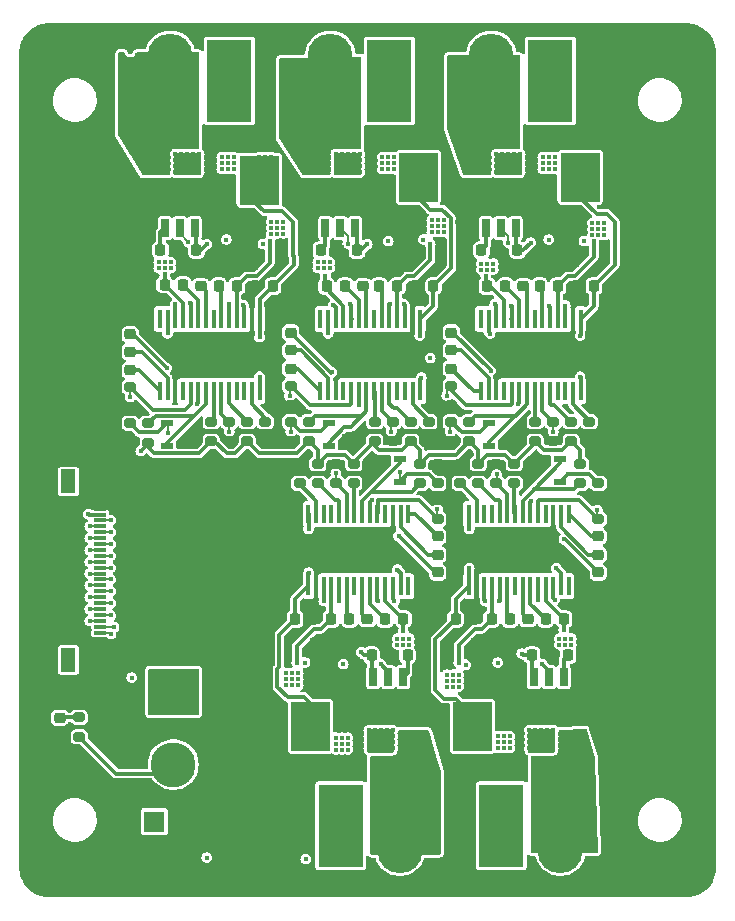
<source format=gbr>
%TF.GenerationSoftware,KiCad,Pcbnew,7.0.11*%
%TF.CreationDate,2025-11-07T14:33:38+09:00*%
%TF.ProjectId,motorDrive,6d6f746f-7244-4726-9976-652e6b696361,rev?*%
%TF.SameCoordinates,Original*%
%TF.FileFunction,Copper,L1,Top*%
%TF.FilePolarity,Positive*%
%FSLAX46Y46*%
G04 Gerber Fmt 4.6, Leading zero omitted, Abs format (unit mm)*
G04 Created by KiCad (PCBNEW 7.0.11) date 2025-11-07 14:33:38*
%MOMM*%
%LPD*%
G01*
G04 APERTURE LIST*
G04 Aperture macros list*
%AMRoundRect*
0 Rectangle with rounded corners*
0 $1 Rounding radius*
0 $2 $3 $4 $5 $6 $7 $8 $9 X,Y pos of 4 corners*
0 Add a 4 corners polygon primitive as box body*
4,1,4,$2,$3,$4,$5,$6,$7,$8,$9,$2,$3,0*
0 Add four circle primitives for the rounded corners*
1,1,$1+$1,$2,$3*
1,1,$1+$1,$4,$5*
1,1,$1+$1,$6,$7*
1,1,$1+$1,$8,$9*
0 Add four rect primitives between the rounded corners*
20,1,$1+$1,$2,$3,$4,$5,0*
20,1,$1+$1,$4,$5,$6,$7,0*
20,1,$1+$1,$6,$7,$8,$9,0*
20,1,$1+$1,$8,$9,$2,$3,0*%
G04 Aperture macros list end*
%TA.AperFunction,SMDPad,CuDef*%
%ADD10RoundRect,0.225000X0.225000X0.250000X-0.225000X0.250000X-0.225000X-0.250000X0.225000X-0.250000X0*%
%TD*%
%TA.AperFunction,SMDPad,CuDef*%
%ADD11R,0.650000X1.525000*%
%TD*%
%TA.AperFunction,ComponentPad*%
%ADD12R,3.800000X7.000000*%
%TD*%
%TA.AperFunction,ComponentPad*%
%ADD13O,3.800000X8.000000*%
%TD*%
%TA.AperFunction,SMDPad,CuDef*%
%ADD14RoundRect,0.225000X-0.225000X-0.250000X0.225000X-0.250000X0.225000X0.250000X-0.225000X0.250000X0*%
%TD*%
%TA.AperFunction,SMDPad,CuDef*%
%ADD15R,1.050000X0.600000*%
%TD*%
%TA.AperFunction,ComponentPad*%
%ADD16R,1.800000X1.800000*%
%TD*%
%TA.AperFunction,ComponentPad*%
%ADD17O,1.800000X1.800000*%
%TD*%
%TA.AperFunction,SMDPad,CuDef*%
%ADD18RoundRect,0.200000X0.275000X-0.200000X0.275000X0.200000X-0.275000X0.200000X-0.275000X-0.200000X0*%
%TD*%
%TA.AperFunction,SMDPad,CuDef*%
%ADD19RoundRect,0.200000X-0.275000X0.200000X-0.275000X-0.200000X0.275000X-0.200000X0.275000X0.200000X0*%
%TD*%
%TA.AperFunction,SMDPad,CuDef*%
%ADD20RoundRect,0.218750X0.256250X-0.218750X0.256250X0.218750X-0.256250X0.218750X-0.256250X-0.218750X0*%
%TD*%
%TA.AperFunction,SMDPad,CuDef*%
%ADD21RoundRect,0.250000X0.550000X-1.500000X0.550000X1.500000X-0.550000X1.500000X-0.550000X-1.500000X0*%
%TD*%
%TA.AperFunction,SMDPad,CuDef*%
%ADD22RoundRect,0.225000X0.250000X-0.225000X0.250000X0.225000X-0.250000X0.225000X-0.250000X-0.225000X0*%
%TD*%
%TA.AperFunction,SMDPad,CuDef*%
%ADD23RoundRect,0.225000X-0.250000X0.225000X-0.250000X-0.225000X0.250000X-0.225000X0.250000X0.225000X0*%
%TD*%
%TA.AperFunction,SMDPad,CuDef*%
%ADD24RoundRect,0.250000X-1.500000X-0.550000X1.500000X-0.550000X1.500000X0.550000X-1.500000X0.550000X0*%
%TD*%
%TA.AperFunction,ComponentPad*%
%ADD25R,3.800000X3.800000*%
%TD*%
%TA.AperFunction,ComponentPad*%
%ADD26C,3.800000*%
%TD*%
%TA.AperFunction,SMDPad,CuDef*%
%ADD27R,0.450000X1.650000*%
%TD*%
%TA.AperFunction,SMDPad,CuDef*%
%ADD28R,5.000000X3.000000*%
%TD*%
%TA.AperFunction,SMDPad,CuDef*%
%ADD29RoundRect,0.250000X-0.550000X1.500000X-0.550000X-1.500000X0.550000X-1.500000X0.550000X1.500000X0*%
%TD*%
%TA.AperFunction,SMDPad,CuDef*%
%ADD30R,1.000000X0.300000*%
%TD*%
%TA.AperFunction,SMDPad,CuDef*%
%ADD31R,1.300000X2.000000*%
%TD*%
%TA.AperFunction,ViaPad*%
%ADD32C,0.400000*%
%TD*%
%TA.AperFunction,Conductor*%
%ADD33C,0.300000*%
%TD*%
%TA.AperFunction,Conductor*%
%ADD34C,0.200000*%
%TD*%
G04 APERTURE END LIST*
D10*
%TO.P,C210,1*%
%TO.N,+3.3V*%
X119520000Y-58420000D03*
%TO.P,C210,2*%
%TO.N,GND*%
X117970000Y-58420000D03*
%TD*%
D11*
%TO.P,IC302,1,IP+_1*%
%TO.N,/FL_motor/SA*%
X132969000Y-51136000D03*
%TO.P,IC302,2,IP+_2*%
X131699000Y-51136000D03*
%TO.P,IC302,3,IP-_1*%
%TO.N,/FL_motor/OUT_A*%
X130429000Y-51136000D03*
%TO.P,IC302,4,IP-_2*%
X129159000Y-51136000D03*
%TO.P,IC302,5,GND*%
%TO.N,GND*%
X129159000Y-56560000D03*
%TO.P,IC302,6,FILTER*%
%TO.N,/FL_motor/FILTER*%
X130429000Y-56560000D03*
%TO.P,IC302,7,OUT*%
%TO.N,/FL_CS*%
X131699000Y-56560000D03*
%TO.P,IC302,8,VCC*%
%TO.N,+3.3V*%
X132969000Y-56560000D03*
%TD*%
D12*
%TO.P,J104,1,Pin_1*%
%TO.N,/FL_motor/SB*%
X135850000Y-44093000D03*
D13*
%TO.P,J104,2,Pin_2*%
%TO.N,/FL_motor/OUT_A*%
X130850000Y-44093000D03*
%TD*%
D14*
%TO.P,C506,1*%
%TO.N,/RL_motor/SB*%
X130924000Y-89662000D03*
%TO.P,C506,2*%
%TO.N,/RL_motor/CB*%
X132474000Y-89662000D03*
%TD*%
%TO.P,C405,1*%
%TO.N,/FR_motor/SA*%
X144132000Y-61468000D03*
%TO.P,C405,2*%
%TO.N,/FR_motor/CA*%
X145682000Y-61468000D03*
%TD*%
D10*
%TO.P,C302,1*%
%TO.N,+BATT*%
X139586000Y-61468000D03*
%TO.P,C302,2*%
%TO.N,GND*%
X138036000Y-61468000D03*
%TD*%
D15*
%TO.P,Q501,1,G*%
%TO.N,/RL_SR*%
X136736000Y-78039000D03*
%TO.P,Q501,2,D*%
%TO.N,/RL_motor/SR_OUT*%
X136736000Y-76139000D03*
%TO.P,Q501,3,S*%
%TO.N,GND*%
X134536000Y-77089000D03*
%TD*%
D12*
%TO.P,J103,1,Pin_1*%
%TO.N,/ST_motor/SB*%
X122301000Y-44093000D03*
D13*
%TO.P,J103,2,Pin_2*%
%TO.N,/ST_motor/OUT_A*%
X117301000Y-44093000D03*
%TD*%
D11*
%TO.P,IC502,1,IP+_1*%
%TO.N,/RL_motor/SA*%
X134493000Y-99994000D03*
%TO.P,IC502,2,IP+_2*%
X135763000Y-99994000D03*
%TO.P,IC502,3,IP-_1*%
%TO.N,/RL_motor/OUT_A*%
X137033000Y-99994000D03*
%TO.P,IC502,4,IP-_2*%
X138303000Y-99994000D03*
%TO.P,IC502,5,GND*%
%TO.N,GND*%
X138303000Y-94570000D03*
%TO.P,IC502,6,FILTER*%
%TO.N,/RL_motor/FILTER*%
X137033000Y-94570000D03*
%TO.P,IC502,7,OUT*%
%TO.N,/RL_CS*%
X135763000Y-94570000D03*
%TO.P,IC502,8,VCC*%
%TO.N,+3.3V*%
X134493000Y-94570000D03*
%TD*%
D16*
%TO.P,D101,1,A1*%
%TO.N,+BATT*%
X115951000Y-106807000D03*
D17*
%TO.P,D101,2,A2*%
%TO.N,GND*%
X126111000Y-106807000D03*
%TD*%
D18*
%TO.P,R604,1*%
%TO.N,/RR_motor/RESET*%
X143383000Y-78168000D03*
%TO.P,R604,2*%
%TO.N,+3.3V*%
X143383000Y-76518000D03*
%TD*%
D19*
%TO.P,R607,1*%
%TO.N,GND*%
X141859000Y-76518000D03*
%TO.P,R607,2*%
%TO.N,/RR_motor/RDEAD*%
X141859000Y-78168000D03*
%TD*%
D18*
%TO.P,R201,1*%
%TO.N,GND*%
X113919000Y-74739000D03*
%TO.P,R201,2*%
%TO.N,/ST_SR*%
X113919000Y-73089000D03*
%TD*%
D15*
%TO.P,Q601,1,G*%
%TO.N,/RR_SR*%
X150325000Y-78039000D03*
%TO.P,Q601,2,D*%
%TO.N,/RR_motor/SR_OUT*%
X150325000Y-76139000D03*
%TO.P,Q601,3,S*%
%TO.N,GND*%
X148125000Y-77089000D03*
%TD*%
D10*
%TO.P,C202,1*%
%TO.N,+BATT*%
X125997000Y-61468000D03*
%TO.P,C202,2*%
%TO.N,GND*%
X124447000Y-61468000D03*
%TD*%
D14*
%TO.P,C602,1*%
%TO.N,+BATT*%
X141465000Y-89662000D03*
%TO.P,C602,2*%
%TO.N,GND*%
X143015000Y-89662000D03*
%TD*%
D10*
%TO.P,C410,1*%
%TO.N,+3.3V*%
X146698000Y-58420000D03*
%TO.P,C410,2*%
%TO.N,GND*%
X145148000Y-58420000D03*
%TD*%
D19*
%TO.P,R203,1*%
%TO.N,/ST_motor/PWML*%
X120777000Y-72962000D03*
%TO.P,R203,2*%
%TO.N,+3.3V*%
X120777000Y-74612000D03*
%TD*%
D14*
%TO.P,C608,1*%
%TO.N,/RR_motor/FILTER*%
X150990000Y-92710000D03*
%TO.P,C608,2*%
%TO.N,GND*%
X152540000Y-92710000D03*
%TD*%
D11*
%TO.P,IC602,1,IP+_1*%
%TO.N,/RR_motor/SA*%
X148082000Y-99994000D03*
%TO.P,IC602,2,IP+_2*%
X149352000Y-99994000D03*
%TO.P,IC602,3,IP-_1*%
%TO.N,/RR_motor/OUT_A*%
X150622000Y-99994000D03*
%TO.P,IC602,4,IP-_2*%
X151892000Y-99994000D03*
%TO.P,IC602,5,GND*%
%TO.N,GND*%
X151892000Y-94570000D03*
%TO.P,IC602,6,FILTER*%
%TO.N,/RR_motor/FILTER*%
X150622000Y-94570000D03*
%TO.P,IC602,7,OUT*%
%TO.N,/RR_CS*%
X149352000Y-94570000D03*
%TO.P,IC602,8,VCC*%
%TO.N,+3.3V*%
X148082000Y-94570000D03*
%TD*%
D15*
%TO.P,Q201,1,G*%
%TO.N,/ST_SR*%
X117010000Y-73091000D03*
%TO.P,Q201,2,D*%
%TO.N,/ST_motor/SR_OUT*%
X117010000Y-74991000D03*
%TO.P,Q201,3,S*%
%TO.N,GND*%
X119210000Y-74041000D03*
%TD*%
D19*
%TO.P,R304,1*%
%TO.N,/FL_motor/RESET*%
X137668000Y-72962000D03*
%TO.P,R304,2*%
%TO.N,+3.3V*%
X137668000Y-74612000D03*
%TD*%
D10*
%TO.P,C306,1*%
%TO.N,/FL_motor/SB*%
X136538000Y-61468000D03*
%TO.P,C306,2*%
%TO.N,/FL_motor/CB*%
X134988000Y-61468000D03*
%TD*%
D18*
%TO.P,R405,1*%
%TO.N,GND*%
X149733000Y-74612000D03*
%TO.P,R405,2*%
%TO.N,/FR_PWM*%
X149733000Y-72962000D03*
%TD*%
D10*
%TO.P,C206,1*%
%TO.N,/ST_motor/SB*%
X122949000Y-61468000D03*
%TO.P,C206,2*%
%TO.N,/ST_motor/CB*%
X121399000Y-61468000D03*
%TD*%
D15*
%TO.P,Q401,1,G*%
%TO.N,/FR_SR*%
X144315000Y-73091000D03*
%TO.P,Q401,2,D*%
%TO.N,/FR_motor/SR_OUT*%
X144315000Y-74991000D03*
%TO.P,Q401,3,S*%
%TO.N,GND*%
X146515000Y-74041000D03*
%TD*%
D18*
%TO.P,R205,1*%
%TO.N,GND*%
X122301000Y-74612000D03*
%TO.P,R205,2*%
%TO.N,/ST_PWM*%
X122301000Y-72962000D03*
%TD*%
D14*
%TO.P,C508,1*%
%TO.N,/RL_motor/FILTER*%
X137401000Y-92710000D03*
%TO.P,C508,2*%
%TO.N,GND*%
X138951000Y-92710000D03*
%TD*%
%TO.P,C606,1*%
%TO.N,/RR_motor/SB*%
X144513000Y-89662000D03*
%TO.P,C606,2*%
%TO.N,/RR_motor/CB*%
X146063000Y-89662000D03*
%TD*%
D20*
%TO.P,D102,1,K*%
%TO.N,GND*%
X107950000Y-99593500D03*
%TO.P,D102,2,A*%
%TO.N,Net-(D102-A)*%
X107950000Y-98018500D03*
%TD*%
D14*
%TO.P,C205,1*%
%TO.N,/ST_motor/SA*%
X116827000Y-61341000D03*
%TO.P,C205,2*%
%TO.N,/ST_motor/CA*%
X118377000Y-61341000D03*
%TD*%
D10*
%TO.P,C408,1*%
%TO.N,/FR_motor/FILTER*%
X143650000Y-58420000D03*
%TO.P,C408,2*%
%TO.N,GND*%
X142100000Y-58420000D03*
%TD*%
%TO.P,C308,1*%
%TO.N,/FL_motor/FILTER*%
X130061000Y-58420000D03*
%TO.P,C308,2*%
%TO.N,GND*%
X128511000Y-58420000D03*
%TD*%
D21*
%TO.P,C607,1*%
%TO.N,+BATT*%
X143510000Y-98558000D03*
%TO.P,C607,2*%
%TO.N,GND*%
X143510000Y-92958000D03*
%TD*%
D10*
%TO.P,C208,1*%
%TO.N,/ST_motor/FILTER*%
X116472000Y-58420000D03*
%TO.P,C208,2*%
%TO.N,GND*%
X114922000Y-58420000D03*
%TD*%
D22*
%TO.P,C204,1*%
%TO.N,Net-(IC201-V5)*%
X113919000Y-65545000D03*
%TO.P,C204,2*%
%TO.N,GND*%
X113919000Y-63995000D03*
%TD*%
D19*
%TO.P,R505,1*%
%TO.N,GND*%
X131318000Y-76518000D03*
%TO.P,R505,2*%
%TO.N,/RL_PWM*%
X131318000Y-78168000D03*
%TD*%
D14*
%TO.P,C510,1*%
%TO.N,+3.3V*%
X134353000Y-92710000D03*
%TO.P,C510,2*%
%TO.N,GND*%
X135903000Y-92710000D03*
%TD*%
D23*
%TO.P,C601,1*%
%TO.N,Net-(IC601-VREG)*%
X147574000Y-89649000D03*
%TO.P,C601,2*%
%TO.N,GND*%
X147574000Y-91199000D03*
%TD*%
D18*
%TO.P,R407,1*%
%TO.N,GND*%
X152781000Y-74612000D03*
%TO.P,R407,2*%
%TO.N,/FR_motor/RDEAD*%
X152781000Y-72962000D03*
%TD*%
D23*
%TO.P,C501,1*%
%TO.N,Net-(IC501-VREG)*%
X133985000Y-89649000D03*
%TO.P,C501,2*%
%TO.N,GND*%
X133985000Y-91199000D03*
%TD*%
%TO.P,C403,1*%
%TO.N,Net-(IC401-CP1)*%
X141097000Y-66916000D03*
%TO.P,C403,2*%
%TO.N,Net-(IC401-CP2)*%
X141097000Y-68466000D03*
%TD*%
D19*
%TO.P,R402,1*%
%TO.N,/FR_motor/SR_OUT*%
X142621000Y-72962000D03*
%TO.P,R402,2*%
%TO.N,+3.3V*%
X142621000Y-74612000D03*
%TD*%
%TO.P,R605,1*%
%TO.N,GND*%
X144907000Y-76518000D03*
%TO.P,R605,2*%
%TO.N,/RR_PWM*%
X144907000Y-78168000D03*
%TD*%
%TO.P,R204,1*%
%TO.N,/ST_motor/RESET*%
X123825000Y-72962000D03*
%TO.P,R204,2*%
%TO.N,+3.3V*%
X123825000Y-74612000D03*
%TD*%
D18*
%TO.P,R301,1*%
%TO.N,GND*%
X127508000Y-74612000D03*
%TO.P,R301,2*%
%TO.N,/FL_SR*%
X127508000Y-72962000D03*
%TD*%
D10*
%TO.P,C402,1*%
%TO.N,+BATT*%
X153175000Y-61468000D03*
%TO.P,C402,2*%
%TO.N,GND*%
X151625000Y-61468000D03*
%TD*%
D18*
%TO.P,R101,1*%
%TO.N,+BATT*%
X109601000Y-99631000D03*
%TO.P,R101,2*%
%TO.N,Net-(D102-A)*%
X109601000Y-97981000D03*
%TD*%
D10*
%TO.P,C406,1*%
%TO.N,/FR_motor/SB*%
X150127000Y-61468000D03*
%TO.P,C406,2*%
%TO.N,/FR_motor/CB*%
X148577000Y-61468000D03*
%TD*%
%TO.P,C310,1*%
%TO.N,+3.3V*%
X133109000Y-58420000D03*
%TO.P,C310,2*%
%TO.N,GND*%
X131559000Y-58420000D03*
%TD*%
D23*
%TO.P,C303,1*%
%TO.N,Net-(IC301-CP1)*%
X127508000Y-66916000D03*
%TO.P,C303,2*%
%TO.N,Net-(IC301-CP2)*%
X127508000Y-68466000D03*
%TD*%
D24*
%TO.P,C101,1*%
%TO.N,+BATT*%
X117723000Y-95123000D03*
%TO.P,C101,2*%
%TO.N,GND*%
X123323000Y-95123000D03*
%TD*%
D25*
%TO.P,J101,1,Pin_1*%
%TO.N,GND*%
X122555000Y-101981000D03*
D26*
%TO.P,J101,2,Pin_2*%
%TO.N,+BATT*%
X117555000Y-101981000D03*
%TD*%
D18*
%TO.P,R306,1*%
%TO.N,GND*%
X127508000Y-71564000D03*
%TO.P,R306,2*%
%TO.N,/FL_PHESE*%
X127508000Y-69914000D03*
%TD*%
D19*
%TO.P,R404,1*%
%TO.N,/FR_motor/RESET*%
X151257000Y-72962000D03*
%TO.P,R404,2*%
%TO.N,+3.3V*%
X151257000Y-74612000D03*
%TD*%
D12*
%TO.P,J107,1,Pin_1*%
%TO.N,/RR_motor/SB*%
X145328000Y-107164000D03*
D13*
%TO.P,J107,2,Pin_2*%
%TO.N,/RR_motor/OUT_A*%
X150328000Y-107164000D03*
%TD*%
D22*
%TO.P,C201,1*%
%TO.N,Net-(IC201-VREG)*%
X119888000Y-61481000D03*
%TO.P,C201,2*%
%TO.N,GND*%
X119888000Y-59931000D03*
%TD*%
D18*
%TO.P,R305,1*%
%TO.N,GND*%
X136144000Y-74612000D03*
%TO.P,R305,2*%
%TO.N,/FL_PWM*%
X136144000Y-72962000D03*
%TD*%
D19*
%TO.P,R302,1*%
%TO.N,/FL_motor/SR_OUT*%
X129032000Y-72962000D03*
%TO.P,R302,2*%
%TO.N,+3.3V*%
X129032000Y-74612000D03*
%TD*%
%TO.P,R506,1*%
%TO.N,GND*%
X139954000Y-79566000D03*
%TO.P,R506,2*%
%TO.N,/RL_PHESE*%
X139954000Y-81216000D03*
%TD*%
D18*
%TO.P,R502,1*%
%TO.N,/RL_motor/SR_OUT*%
X138430000Y-78168000D03*
%TO.P,R502,2*%
%TO.N,+3.3V*%
X138430000Y-76518000D03*
%TD*%
D27*
%TO.P,IC501,1,VDRAIN*%
%TO.N,+BATT*%
X128998000Y-86870000D03*
%TO.P,IC501,2,LSS*%
%TO.N,GND*%
X129648000Y-86870000D03*
%TO.P,IC501,3,GLB*%
%TO.N,/RL_motor/GLB*%
X130298000Y-86870000D03*
%TO.P,IC501,4,SB*%
%TO.N,/RL_motor/SB*%
X130948000Y-86870000D03*
%TO.P,IC501,5,GHB*%
%TO.N,/RL_motor/GHB*%
X131598000Y-86870000D03*
%TO.P,IC501,6,CB*%
%TO.N,/RL_motor/CB*%
X132248000Y-86870000D03*
%TO.P,IC501,7,NC_1*%
%TO.N,unconnected-(IC501-NC_1-Pad7)*%
X132898000Y-86870000D03*
%TO.P,IC501,8,VREG*%
%TO.N,Net-(IC501-VREG)*%
X133548000Y-86870000D03*
%TO.P,IC501,9,CA*%
%TO.N,/RL_motor/CA*%
X134198000Y-86870000D03*
%TO.P,IC501,10,GHA*%
%TO.N,/RL_motor/GHA*%
X134848000Y-86870000D03*
%TO.P,IC501,11,SA*%
%TO.N,/RL_motor/SA*%
X135498000Y-86870000D03*
%TO.P,IC501,12,GLA*%
%TO.N,/RL_motor/GLA*%
X136148000Y-86870000D03*
%TO.P,IC501,13,VBB*%
%TO.N,+BATT*%
X136798000Y-86870000D03*
%TO.P,IC501,14,NC_2*%
%TO.N,unconnected-(IC501-NC_2-Pad14)*%
X137448000Y-86870000D03*
%TO.P,IC501,15,CP2*%
%TO.N,Net-(IC501-CP2)*%
X137448000Y-80770000D03*
%TO.P,IC501,16,CP1*%
%TO.N,Net-(IC501-CP1)*%
X136798000Y-80770000D03*
%TO.P,IC501,17,GND*%
%TO.N,GND*%
X136148000Y-80770000D03*
%TO.P,IC501,18,NC_3*%
%TO.N,unconnected-(IC501-NC_3-Pad18)*%
X135498000Y-80770000D03*
%TO.P,IC501,19,PHASE*%
%TO.N,/RL_PHESE*%
X134848000Y-80770000D03*
%TO.P,IC501,20,V5*%
%TO.N,Net-(IC501-V5)*%
X134198000Y-80770000D03*
%TO.P,IC501,21,SR*%
%TO.N,/RL_motor/SR_OUT*%
X133548000Y-80770000D03*
%TO.P,IC501,22,PWML*%
%TO.N,/RL_motor/PWML*%
X132898000Y-80770000D03*
%TO.P,IC501,23,PWMH*%
%TO.N,/RL_PWM*%
X132248000Y-80770000D03*
%TO.P,IC501,24,RESET*%
%TO.N,/RL_motor/RESET*%
X131598000Y-80770000D03*
%TO.P,IC501,25,FF1*%
%TO.N,unconnected-(IC501-FF1-Pad25)*%
X130948000Y-80770000D03*
%TO.P,IC501,26,FF2*%
%TO.N,unconnected-(IC501-FF2-Pad26)*%
X130298000Y-80770000D03*
%TO.P,IC501,27,RDEAD*%
%TO.N,/RL_motor/RDEAD*%
X129648000Y-80770000D03*
%TO.P,IC501,28,VDSTH*%
%TO.N,Net-(IC501-V5)*%
X128998000Y-80770000D03*
D28*
%TO.P,IC501,29,EP*%
%TO.N,GND*%
X133223000Y-83820000D03*
%TD*%
D19*
%TO.P,R202,1*%
%TO.N,/ST_motor/SR_OUT*%
X115443000Y-73089000D03*
%TO.P,R202,2*%
%TO.N,+3.3V*%
X115443000Y-74739000D03*
%TD*%
D27*
%TO.P,IC301,1,VDRAIN*%
%TO.N,+BATT*%
X138464000Y-64260000D03*
%TO.P,IC301,2,LSS*%
%TO.N,GND*%
X137814000Y-64260000D03*
%TO.P,IC301,3,GLB*%
%TO.N,/FL_motor/GLB*%
X137164000Y-64260000D03*
%TO.P,IC301,4,SB*%
%TO.N,/FL_motor/SB*%
X136514000Y-64260000D03*
%TO.P,IC301,5,GHB*%
%TO.N,/FL_motor/GHB*%
X135864000Y-64260000D03*
%TO.P,IC301,6,CB*%
%TO.N,/FL_motor/CB*%
X135214000Y-64260000D03*
%TO.P,IC301,7,NC_1*%
%TO.N,unconnected-(IC301-NC_1-Pad7)*%
X134564000Y-64260000D03*
%TO.P,IC301,8,VREG*%
%TO.N,Net-(IC301-VREG)*%
X133914000Y-64260000D03*
%TO.P,IC301,9,CA*%
%TO.N,/FL_motor/CA*%
X133264000Y-64260000D03*
%TO.P,IC301,10,GHA*%
%TO.N,/FL_motor/GHA*%
X132614000Y-64260000D03*
%TO.P,IC301,11,SA*%
%TO.N,/FL_motor/SA*%
X131964000Y-64260000D03*
%TO.P,IC301,12,GLA*%
%TO.N,/FL_motor/GLA*%
X131314000Y-64260000D03*
%TO.P,IC301,13,VBB*%
%TO.N,+BATT*%
X130664000Y-64260000D03*
%TO.P,IC301,14,NC_2*%
%TO.N,unconnected-(IC301-NC_2-Pad14)*%
X130014000Y-64260000D03*
%TO.P,IC301,15,CP2*%
%TO.N,Net-(IC301-CP2)*%
X130014000Y-70360000D03*
%TO.P,IC301,16,CP1*%
%TO.N,Net-(IC301-CP1)*%
X130664000Y-70360000D03*
%TO.P,IC301,17,GND*%
%TO.N,GND*%
X131314000Y-70360000D03*
%TO.P,IC301,18,NC_3*%
%TO.N,unconnected-(IC301-NC_3-Pad18)*%
X131964000Y-70360000D03*
%TO.P,IC301,19,PHASE*%
%TO.N,/FL_PHESE*%
X132614000Y-70360000D03*
%TO.P,IC301,20,V5*%
%TO.N,Net-(IC301-V5)*%
X133264000Y-70360000D03*
%TO.P,IC301,21,SR*%
%TO.N,/FL_motor/SR_OUT*%
X133914000Y-70360000D03*
%TO.P,IC301,22,PWML*%
%TO.N,/FL_motor/PWML*%
X134564000Y-70360000D03*
%TO.P,IC301,23,PWMH*%
%TO.N,/FL_PWM*%
X135214000Y-70360000D03*
%TO.P,IC301,24,RESET*%
%TO.N,/FL_motor/RESET*%
X135864000Y-70360000D03*
%TO.P,IC301,25,FF1*%
%TO.N,unconnected-(IC301-FF1-Pad25)*%
X136514000Y-70360000D03*
%TO.P,IC301,26,FF2*%
%TO.N,unconnected-(IC301-FF2-Pad26)*%
X137164000Y-70360000D03*
%TO.P,IC301,27,RDEAD*%
%TO.N,/FL_motor/RDEAD*%
X137814000Y-70360000D03*
%TO.P,IC301,28,VDSTH*%
%TO.N,Net-(IC301-V5)*%
X138464000Y-70360000D03*
D28*
%TO.P,IC301,29,EP*%
%TO.N,GND*%
X134239000Y-67310000D03*
%TD*%
D18*
%TO.P,R401,1*%
%TO.N,GND*%
X141097000Y-74612000D03*
%TO.P,R401,2*%
%TO.N,/FR_SR*%
X141097000Y-72962000D03*
%TD*%
D23*
%TO.P,C604,1*%
%TO.N,Net-(IC601-V5)*%
X153543000Y-85712000D03*
%TO.P,C604,2*%
%TO.N,GND*%
X153543000Y-87262000D03*
%TD*%
D18*
%TO.P,R406,1*%
%TO.N,GND*%
X141097000Y-71564000D03*
%TO.P,R406,2*%
%TO.N,/FR_PHESE*%
X141097000Y-69914000D03*
%TD*%
D14*
%TO.P,C502,1*%
%TO.N,+BATT*%
X127876000Y-89662000D03*
%TO.P,C502,2*%
%TO.N,GND*%
X129426000Y-89662000D03*
%TD*%
D22*
%TO.P,C401,1*%
%TO.N,Net-(IC401-VREG)*%
X147193000Y-61481000D03*
%TO.P,C401,2*%
%TO.N,GND*%
X147193000Y-59931000D03*
%TD*%
D11*
%TO.P,IC202,1,IP+_1*%
%TO.N,/ST_motor/SA*%
X119380000Y-51136000D03*
%TO.P,IC202,2,IP+_2*%
X118110000Y-51136000D03*
%TO.P,IC202,3,IP-_1*%
%TO.N,/ST_motor/OUT_A*%
X116840000Y-51136000D03*
%TO.P,IC202,4,IP-_2*%
X115570000Y-51136000D03*
%TO.P,IC202,5,GND*%
%TO.N,GND*%
X115570000Y-56560000D03*
%TO.P,IC202,6,FILTER*%
%TO.N,/ST_motor/FILTER*%
X116840000Y-56560000D03*
%TO.P,IC202,7,OUT*%
%TO.N,/ST_CS*%
X118110000Y-56560000D03*
%TO.P,IC202,8,VCC*%
%TO.N,+3.3V*%
X119380000Y-56560000D03*
%TD*%
D19*
%TO.P,R303,1*%
%TO.N,/FL_motor/PWML*%
X134620000Y-72962000D03*
%TO.P,R303,2*%
%TO.N,+3.3V*%
X134620000Y-74612000D03*
%TD*%
D18*
%TO.P,R207,1*%
%TO.N,GND*%
X125349000Y-74612000D03*
%TO.P,R207,2*%
%TO.N,/ST_motor/RDEAD*%
X125349000Y-72962000D03*
%TD*%
D29*
%TO.P,C407,1*%
%TO.N,+BATT*%
X151130000Y-52572000D03*
%TO.P,C407,2*%
%TO.N,GND*%
X151130000Y-58172000D03*
%TD*%
D27*
%TO.P,IC401,1,VDRAIN*%
%TO.N,+BATT*%
X152053000Y-64260000D03*
%TO.P,IC401,2,LSS*%
%TO.N,GND*%
X151403000Y-64260000D03*
%TO.P,IC401,3,GLB*%
%TO.N,/FR_motor/GLB*%
X150753000Y-64260000D03*
%TO.P,IC401,4,SB*%
%TO.N,/FR_motor/SB*%
X150103000Y-64260000D03*
%TO.P,IC401,5,GHB*%
%TO.N,/FR_motor/GHB*%
X149453000Y-64260000D03*
%TO.P,IC401,6,CB*%
%TO.N,/FR_motor/CB*%
X148803000Y-64260000D03*
%TO.P,IC401,7,NC_1*%
%TO.N,unconnected-(IC401-NC_1-Pad7)*%
X148153000Y-64260000D03*
%TO.P,IC401,8,VREG*%
%TO.N,Net-(IC401-VREG)*%
X147503000Y-64260000D03*
%TO.P,IC401,9,CA*%
%TO.N,/FR_motor/CA*%
X146853000Y-64260000D03*
%TO.P,IC401,10,GHA*%
%TO.N,/FR_motor/GHA*%
X146203000Y-64260000D03*
%TO.P,IC401,11,SA*%
%TO.N,/FR_motor/SA*%
X145553000Y-64260000D03*
%TO.P,IC401,12,GLA*%
%TO.N,/FR_motor/GLA*%
X144903000Y-64260000D03*
%TO.P,IC401,13,VBB*%
%TO.N,+BATT*%
X144253000Y-64260000D03*
%TO.P,IC401,14,NC_2*%
%TO.N,unconnected-(IC401-NC_2-Pad14)*%
X143603000Y-64260000D03*
%TO.P,IC401,15,CP2*%
%TO.N,Net-(IC401-CP2)*%
X143603000Y-70360000D03*
%TO.P,IC401,16,CP1*%
%TO.N,Net-(IC401-CP1)*%
X144253000Y-70360000D03*
%TO.P,IC401,17,GND*%
%TO.N,GND*%
X144903000Y-70360000D03*
%TO.P,IC401,18,NC_3*%
%TO.N,unconnected-(IC401-NC_3-Pad18)*%
X145553000Y-70360000D03*
%TO.P,IC401,19,PHASE*%
%TO.N,/FR_PHESE*%
X146203000Y-70360000D03*
%TO.P,IC401,20,V5*%
%TO.N,Net-(IC401-V5)*%
X146853000Y-70360000D03*
%TO.P,IC401,21,SR*%
%TO.N,/FR_motor/SR_OUT*%
X147503000Y-70360000D03*
%TO.P,IC401,22,PWML*%
%TO.N,/FR_motor/PWML*%
X148153000Y-70360000D03*
%TO.P,IC401,23,PWMH*%
%TO.N,/FR_PWM*%
X148803000Y-70360000D03*
%TO.P,IC401,24,RESET*%
%TO.N,/FR_motor/RESET*%
X149453000Y-70360000D03*
%TO.P,IC401,25,FF1*%
%TO.N,unconnected-(IC401-FF1-Pad25)*%
X150103000Y-70360000D03*
%TO.P,IC401,26,FF2*%
%TO.N,unconnected-(IC401-FF2-Pad26)*%
X150753000Y-70360000D03*
%TO.P,IC401,27,RDEAD*%
%TO.N,/FR_motor/RDEAD*%
X151403000Y-70360000D03*
%TO.P,IC401,28,VDSTH*%
%TO.N,Net-(IC401-V5)*%
X152053000Y-70360000D03*
D28*
%TO.P,IC401,29,EP*%
%TO.N,GND*%
X147828000Y-67310000D03*
%TD*%
D19*
%TO.P,R606,1*%
%TO.N,GND*%
X153543000Y-79566000D03*
%TO.P,R606,2*%
%TO.N,/RR_PHESE*%
X153543000Y-81216000D03*
%TD*%
D18*
%TO.P,R206,1*%
%TO.N,GND*%
X113919000Y-71691000D03*
%TO.P,R206,2*%
%TO.N,/ST_PHESE*%
X113919000Y-70041000D03*
%TD*%
D21*
%TO.P,C507,1*%
%TO.N,+BATT*%
X129921000Y-98558000D03*
%TO.P,C507,2*%
%TO.N,GND*%
X129921000Y-92958000D03*
%TD*%
D19*
%TO.P,R507,1*%
%TO.N,GND*%
X128270000Y-76518000D03*
%TO.P,R507,2*%
%TO.N,/RL_motor/RDEAD*%
X128270000Y-78168000D03*
%TD*%
%TO.P,R403,1*%
%TO.N,/FR_motor/PWML*%
X148209000Y-72962000D03*
%TO.P,R403,2*%
%TO.N,+3.3V*%
X148209000Y-74612000D03*
%TD*%
D12*
%TO.P,J105,1,Pin_1*%
%TO.N,/FR_motor/SB*%
X149479000Y-44093000D03*
D13*
%TO.P,J105,2,Pin_2*%
%TO.N,/FR_motor/OUT_A*%
X144479000Y-44093000D03*
%TD*%
D23*
%TO.P,C504,1*%
%TO.N,Net-(IC501-V5)*%
X139954000Y-85712000D03*
%TO.P,C504,2*%
%TO.N,GND*%
X139954000Y-87262000D03*
%TD*%
D18*
%TO.P,R503,1*%
%TO.N,/RL_motor/PWML*%
X132842000Y-78168000D03*
%TO.P,R503,2*%
%TO.N,+3.3V*%
X132842000Y-76518000D03*
%TD*%
D23*
%TO.P,C203,1*%
%TO.N,Net-(IC201-CP1)*%
X113919000Y-67043000D03*
%TO.P,C203,2*%
%TO.N,Net-(IC201-CP2)*%
X113919000Y-68593000D03*
%TD*%
D19*
%TO.P,R601,1*%
%TO.N,GND*%
X153543000Y-76518000D03*
%TO.P,R601,2*%
%TO.N,/RR_SR*%
X153543000Y-78168000D03*
%TD*%
D14*
%TO.P,C305,1*%
%TO.N,/FL_motor/SA*%
X130543000Y-61468000D03*
%TO.P,C305,2*%
%TO.N,/FL_motor/CA*%
X132093000Y-61468000D03*
%TD*%
D10*
%TO.P,C605,1*%
%TO.N,/RR_motor/SA*%
X150635000Y-89662000D03*
%TO.P,C605,2*%
%TO.N,/RR_motor/CA*%
X149085000Y-89662000D03*
%TD*%
%TO.P,C505,1*%
%TO.N,/RL_motor/SA*%
X137046000Y-89662000D03*
%TO.P,C505,2*%
%TO.N,/RL_motor/CA*%
X135496000Y-89662000D03*
%TD*%
D30*
%TO.P,J102,1,1*%
%TO.N,GND*%
X111384000Y-80314000D03*
%TO.P,J102,2,2*%
%TO.N,+3.3V*%
X111384000Y-80814000D03*
%TO.P,J102,3,3*%
%TO.N,/ST_PHESE*%
X111384000Y-81314000D03*
%TO.P,J102,4,4*%
%TO.N,/ST_SR*%
X111384000Y-81814000D03*
%TO.P,J102,5,5*%
%TO.N,/ST_PWM*%
X111384000Y-82314000D03*
%TO.P,J102,6,6*%
%TO.N,/ST_CS*%
X111384000Y-82814000D03*
%TO.P,J102,7,7*%
%TO.N,/FL_PHESE*%
X111384000Y-83314000D03*
%TO.P,J102,8,8*%
%TO.N,/FL_SR*%
X111384000Y-83814000D03*
%TO.P,J102,9,9*%
%TO.N,/FL_PWM*%
X111384000Y-84314000D03*
%TO.P,J102,10,10*%
%TO.N,/FL_CS*%
X111384000Y-84814000D03*
%TO.P,J102,11,11*%
%TO.N,/FR_PHESE*%
X111384000Y-85314000D03*
%TO.P,J102,12,12*%
%TO.N,/FR_SR*%
X111384000Y-85814000D03*
%TO.P,J102,13,13*%
%TO.N,/FR_PWM*%
X111384000Y-86314000D03*
%TO.P,J102,14,14*%
%TO.N,/FR_CS*%
X111384000Y-86814000D03*
%TO.P,J102,15,15*%
%TO.N,/RL_PWM*%
X111384000Y-87314000D03*
%TO.P,J102,16,16*%
%TO.N,/RL_SR*%
X111384000Y-87814000D03*
%TO.P,J102,17,17*%
%TO.N,/RL_PHESE*%
X111384000Y-88314000D03*
%TO.P,J102,18,18*%
%TO.N,/RL_CS*%
X111384000Y-88814000D03*
%TO.P,J102,19,19*%
%TO.N,/RR_PWM*%
X111384000Y-89314000D03*
%TO.P,J102,20,20*%
%TO.N,/RR_SR*%
X111384000Y-89814000D03*
%TO.P,J102,21,21*%
%TO.N,/RR_PHESE*%
X111384000Y-90314000D03*
%TO.P,J102,22,22*%
%TO.N,/RR_CS*%
X111384000Y-90814000D03*
D31*
%TO.P,J102,MP1,MP1*%
%TO.N,unconnected-(J102-PadMP1)*%
X108684000Y-78014000D03*
%TO.P,J102,MP2,MP2*%
%TO.N,unconnected-(J102-PadMP2)*%
X108684000Y-93114000D03*
%TD*%
D18*
%TO.P,R307,1*%
%TO.N,GND*%
X139192000Y-74612000D03*
%TO.P,R307,2*%
%TO.N,/FL_motor/RDEAD*%
X139192000Y-72962000D03*
%TD*%
D11*
%TO.P,IC402,1,IP+_1*%
%TO.N,/FR_motor/SA*%
X146558000Y-51136000D03*
%TO.P,IC402,2,IP+_2*%
X145288000Y-51136000D03*
%TO.P,IC402,3,IP-_1*%
%TO.N,/FR_motor/OUT_A*%
X144018000Y-51136000D03*
%TO.P,IC402,4,IP-_2*%
X142748000Y-51136000D03*
%TO.P,IC402,5,GND*%
%TO.N,GND*%
X142748000Y-56560000D03*
%TO.P,IC402,6,FILTER*%
%TO.N,/FR_motor/FILTER*%
X144018000Y-56560000D03*
%TO.P,IC402,7,OUT*%
%TO.N,/FR_CS*%
X145288000Y-56560000D03*
%TO.P,IC402,8,VCC*%
%TO.N,+3.3V*%
X146558000Y-56560000D03*
%TD*%
D27*
%TO.P,IC201,1,VDRAIN*%
%TO.N,+BATT*%
X124875000Y-64260000D03*
%TO.P,IC201,2,LSS*%
%TO.N,GND*%
X124225000Y-64260000D03*
%TO.P,IC201,3,GLB*%
%TO.N,/ST_motor/GLB*%
X123575000Y-64260000D03*
%TO.P,IC201,4,SB*%
%TO.N,/ST_motor/SB*%
X122925000Y-64260000D03*
%TO.P,IC201,5,GHB*%
%TO.N,/ST_motor/GHB*%
X122275000Y-64260000D03*
%TO.P,IC201,6,CB*%
%TO.N,/ST_motor/CB*%
X121625000Y-64260000D03*
%TO.P,IC201,7,NC_1*%
%TO.N,unconnected-(IC201-NC_1-Pad7)*%
X120975000Y-64260000D03*
%TO.P,IC201,8,VREG*%
%TO.N,Net-(IC201-VREG)*%
X120325000Y-64260000D03*
%TO.P,IC201,9,CA*%
%TO.N,/ST_motor/CA*%
X119675000Y-64260000D03*
%TO.P,IC201,10,GHA*%
%TO.N,/ST_motor/GHA*%
X119025000Y-64260000D03*
%TO.P,IC201,11,SA*%
%TO.N,/ST_motor/SA*%
X118375000Y-64260000D03*
%TO.P,IC201,12,GLA*%
%TO.N,/ST_motor/GLA*%
X117725000Y-64260000D03*
%TO.P,IC201,13,VBB*%
%TO.N,+BATT*%
X117075000Y-64260000D03*
%TO.P,IC201,14,NC_2*%
%TO.N,unconnected-(IC201-NC_2-Pad14)*%
X116425000Y-64260000D03*
%TO.P,IC201,15,CP2*%
%TO.N,Net-(IC201-CP2)*%
X116425000Y-70360000D03*
%TO.P,IC201,16,CP1*%
%TO.N,Net-(IC201-CP1)*%
X117075000Y-70360000D03*
%TO.P,IC201,17,GND*%
%TO.N,GND*%
X117725000Y-70360000D03*
%TO.P,IC201,18,NC_3*%
%TO.N,unconnected-(IC201-NC_3-Pad18)*%
X118375000Y-70360000D03*
%TO.P,IC201,19,PHASE*%
%TO.N,/ST_PHESE*%
X119025000Y-70360000D03*
%TO.P,IC201,20,V5*%
%TO.N,Net-(IC201-V5)*%
X119675000Y-70360000D03*
%TO.P,IC201,21,SR*%
%TO.N,/ST_motor/SR_OUT*%
X120325000Y-70360000D03*
%TO.P,IC201,22,PWML*%
%TO.N,/ST_motor/PWML*%
X120975000Y-70360000D03*
%TO.P,IC201,23,PWMH*%
%TO.N,/ST_PWM*%
X121625000Y-70360000D03*
%TO.P,IC201,24,RESET*%
%TO.N,/ST_motor/RESET*%
X122275000Y-70360000D03*
%TO.P,IC201,25,FF1*%
%TO.N,unconnected-(IC201-FF1-Pad25)*%
X122925000Y-70360000D03*
%TO.P,IC201,26,FF2*%
%TO.N,unconnected-(IC201-FF2-Pad26)*%
X123575000Y-70360000D03*
%TO.P,IC201,27,RDEAD*%
%TO.N,/ST_motor/RDEAD*%
X124225000Y-70360000D03*
%TO.P,IC201,28,VDSTH*%
%TO.N,Net-(IC201-V5)*%
X124875000Y-70360000D03*
D28*
%TO.P,IC201,29,EP*%
%TO.N,GND*%
X120650000Y-67310000D03*
%TD*%
D27*
%TO.P,IC601,1,VDRAIN*%
%TO.N,+BATT*%
X142587000Y-86870000D03*
%TO.P,IC601,2,LSS*%
%TO.N,GND*%
X143237000Y-86870000D03*
%TO.P,IC601,3,GLB*%
%TO.N,/RR_motor/GLB*%
X143887000Y-86870000D03*
%TO.P,IC601,4,SB*%
%TO.N,/RR_motor/SB*%
X144537000Y-86870000D03*
%TO.P,IC601,5,GHB*%
%TO.N,/RR_motor/GHB*%
X145187000Y-86870000D03*
%TO.P,IC601,6,CB*%
%TO.N,/RR_motor/CB*%
X145837000Y-86870000D03*
%TO.P,IC601,7,NC_1*%
%TO.N,unconnected-(IC601-NC_1-Pad7)*%
X146487000Y-86870000D03*
%TO.P,IC601,8,VREG*%
%TO.N,Net-(IC601-VREG)*%
X147137000Y-86870000D03*
%TO.P,IC601,9,CA*%
%TO.N,/RR_motor/CA*%
X147787000Y-86870000D03*
%TO.P,IC601,10,GHA*%
%TO.N,/RR_motor/GHA*%
X148437000Y-86870000D03*
%TO.P,IC601,11,SA*%
%TO.N,/RR_motor/SA*%
X149087000Y-86870000D03*
%TO.P,IC601,12,GLA*%
%TO.N,/RR_motor/GLA*%
X149737000Y-86870000D03*
%TO.P,IC601,13,VBB*%
%TO.N,+BATT*%
X150387000Y-86870000D03*
%TO.P,IC601,14,NC_2*%
%TO.N,unconnected-(IC601-NC_2-Pad14)*%
X151037000Y-86870000D03*
%TO.P,IC601,15,CP2*%
%TO.N,Net-(IC601-CP2)*%
X151037000Y-80770000D03*
%TO.P,IC601,16,CP1*%
%TO.N,Net-(IC601-CP1)*%
X150387000Y-80770000D03*
%TO.P,IC601,17,GND*%
%TO.N,GND*%
X149737000Y-80770000D03*
%TO.P,IC601,18,NC_3*%
%TO.N,unconnected-(IC601-NC_3-Pad18)*%
X149087000Y-80770000D03*
%TO.P,IC601,19,PHASE*%
%TO.N,/RR_PHESE*%
X148437000Y-80770000D03*
%TO.P,IC601,20,V5*%
%TO.N,Net-(IC601-V5)*%
X147787000Y-80770000D03*
%TO.P,IC601,21,SR*%
%TO.N,/RR_motor/SR_OUT*%
X147137000Y-80770000D03*
%TO.P,IC601,22,PWML*%
%TO.N,/RR_motor/PWML*%
X146487000Y-80770000D03*
%TO.P,IC601,23,PWMH*%
%TO.N,/RR_PWM*%
X145837000Y-80770000D03*
%TO.P,IC601,24,RESET*%
%TO.N,/RR_motor/RESET*%
X145187000Y-80770000D03*
%TO.P,IC601,25,FF1*%
%TO.N,unconnected-(IC601-FF1-Pad25)*%
X144537000Y-80770000D03*
%TO.P,IC601,26,FF2*%
%TO.N,unconnected-(IC601-FF2-Pad26)*%
X143887000Y-80770000D03*
%TO.P,IC601,27,RDEAD*%
%TO.N,/RR_motor/RDEAD*%
X143237000Y-80770000D03*
%TO.P,IC601,28,VDSTH*%
%TO.N,Net-(IC601-V5)*%
X142587000Y-80770000D03*
D28*
%TO.P,IC601,29,EP*%
%TO.N,GND*%
X146812000Y-83820000D03*
%TD*%
D22*
%TO.P,C503,1*%
%TO.N,Net-(IC501-CP1)*%
X139954000Y-84214000D03*
%TO.P,C503,2*%
%TO.N,Net-(IC501-CP2)*%
X139954000Y-82664000D03*
%TD*%
D12*
%TO.P,J106,1,Pin_1*%
%TO.N,/RL_motor/SB*%
X131739000Y-107164000D03*
D13*
%TO.P,J106,2,Pin_2*%
%TO.N,/RL_motor/OUT_A*%
X136739000Y-107164000D03*
%TD*%
D19*
%TO.P,R501,1*%
%TO.N,GND*%
X139954000Y-76518000D03*
%TO.P,R501,2*%
%TO.N,/RL_SR*%
X139954000Y-78168000D03*
%TD*%
D18*
%TO.P,R504,1*%
%TO.N,/RL_motor/RESET*%
X129794000Y-78168000D03*
%TO.P,R504,2*%
%TO.N,+3.3V*%
X129794000Y-76518000D03*
%TD*%
D22*
%TO.P,C304,1*%
%TO.N,Net-(IC301-V5)*%
X127508000Y-65418000D03*
%TO.P,C304,2*%
%TO.N,GND*%
X127508000Y-63868000D03*
%TD*%
D18*
%TO.P,R603,1*%
%TO.N,/RR_motor/PWML*%
X146431000Y-78168000D03*
%TO.P,R603,2*%
%TO.N,+3.3V*%
X146431000Y-76518000D03*
%TD*%
D22*
%TO.P,C404,1*%
%TO.N,Net-(IC401-V5)*%
X141097000Y-65418000D03*
%TO.P,C404,2*%
%TO.N,GND*%
X141097000Y-63868000D03*
%TD*%
D29*
%TO.P,C207,1*%
%TO.N,+BATT*%
X123952000Y-52826000D03*
%TO.P,C207,2*%
%TO.N,GND*%
X123952000Y-58426000D03*
%TD*%
D14*
%TO.P,C610,1*%
%TO.N,+3.3V*%
X147942000Y-92710000D03*
%TO.P,C610,2*%
%TO.N,GND*%
X149492000Y-92710000D03*
%TD*%
D22*
%TO.P,C301,1*%
%TO.N,Net-(IC301-VREG)*%
X133604000Y-61481000D03*
%TO.P,C301,2*%
%TO.N,GND*%
X133604000Y-59931000D03*
%TD*%
D29*
%TO.P,C307,1*%
%TO.N,+BATT*%
X137541000Y-52572000D03*
%TO.P,C307,2*%
%TO.N,GND*%
X137541000Y-58172000D03*
%TD*%
D22*
%TO.P,C603,1*%
%TO.N,Net-(IC601-CP1)*%
X153543000Y-84214000D03*
%TO.P,C603,2*%
%TO.N,Net-(IC601-CP2)*%
X153543000Y-82664000D03*
%TD*%
D18*
%TO.P,R602,1*%
%TO.N,/RR_motor/SR_OUT*%
X152019000Y-78168000D03*
%TO.P,R602,2*%
%TO.N,+3.3V*%
X152019000Y-76518000D03*
%TD*%
D15*
%TO.P,Q301,1,G*%
%TO.N,/FL_SR*%
X130726000Y-73091000D03*
%TO.P,Q301,2,D*%
%TO.N,/FL_motor/SR_OUT*%
X130726000Y-74991000D03*
%TO.P,Q301,3,S*%
%TO.N,GND*%
X132926000Y-74041000D03*
%TD*%
D32*
%TO.N,GND*%
X144653000Y-91567000D03*
X135636000Y-58801000D03*
X141605000Y-102870000D03*
X149860000Y-59690000D03*
X162433000Y-110363000D03*
X131572000Y-91313000D03*
X139700000Y-47371000D03*
X121920000Y-58801000D03*
X133096000Y-91821000D03*
X135128000Y-58801000D03*
X145669000Y-92583000D03*
X122428000Y-59309000D03*
X121412000Y-60325000D03*
X132588000Y-91313000D03*
X148844000Y-73660000D03*
X142240000Y-88265000D03*
X157353000Y-74930000D03*
X132588000Y-91821000D03*
X131064000Y-91313000D03*
X117496981Y-60645862D03*
X112903000Y-94107000D03*
X105400000Y-71500000D03*
X105800000Y-74500000D03*
X135636000Y-58293000D03*
X147574000Y-111887000D03*
X105537000Y-58166000D03*
X139446000Y-60071000D03*
X148336000Y-60198000D03*
X136144000Y-59817000D03*
X131149000Y-60452000D03*
X113100000Y-104200000D03*
X161290000Y-65659000D03*
X141732000Y-90551000D03*
X120904000Y-59817000D03*
X136144000Y-58293000D03*
X137668000Y-68199000D03*
X146177000Y-91059000D03*
X134620000Y-59817000D03*
X119126000Y-74803000D03*
X132588000Y-90805000D03*
X162306000Y-100965000D03*
X147447000Y-56007000D03*
X110744000Y-50292000D03*
X149352000Y-58166000D03*
X135128000Y-111252000D03*
X150495000Y-88646000D03*
X141605000Y-60325000D03*
X151638000Y-67691000D03*
X146685000Y-90551000D03*
X144018000Y-67056000D03*
X150749000Y-71628000D03*
X146558000Y-75057000D03*
X136779000Y-84328000D03*
X140843000Y-93345000D03*
X145669000Y-91059000D03*
X141605000Y-107442000D03*
X131572000Y-91821000D03*
X121539000Y-73914000D03*
X135128000Y-60325000D03*
X121412000Y-58801000D03*
X134620000Y-60325000D03*
X126619000Y-58039000D03*
X127889000Y-85979000D03*
X124841000Y-81915000D03*
X125730000Y-42672000D03*
X112300000Y-100600000D03*
X132588000Y-92329000D03*
X127254000Y-92964000D03*
X132031868Y-74187950D03*
X128143000Y-90932000D03*
X133096000Y-90805000D03*
X121920000Y-59817000D03*
X105537000Y-90551000D03*
X122428000Y-58293000D03*
X110490000Y-41148000D03*
X139700000Y-45847000D03*
X106553000Y-51689000D03*
X162941000Y-41656000D03*
X156337000Y-88773000D03*
X145838000Y-59817000D03*
X135636000Y-59309000D03*
X148844000Y-59690000D03*
X142875000Y-109474000D03*
X135128000Y-59309000D03*
X148844000Y-58674000D03*
X124333000Y-67437000D03*
X148844000Y-60198000D03*
X156337000Y-99314000D03*
X110900000Y-103200000D03*
X141478000Y-61849000D03*
X144653000Y-91059000D03*
X149352000Y-59182000D03*
X113700000Y-101600000D03*
X145669000Y-91567000D03*
X146685000Y-91059000D03*
X162306000Y-95250000D03*
X152146000Y-73914000D03*
X136144000Y-60325000D03*
X149352000Y-60198000D03*
X131064000Y-92837000D03*
X125730000Y-60452000D03*
X133096000Y-91313000D03*
X144653000Y-92075000D03*
X135636000Y-59817000D03*
X153162000Y-59944000D03*
X135636000Y-60325000D03*
X157480000Y-52959000D03*
X132080000Y-92837000D03*
X157353000Y-67691000D03*
X121412000Y-59817000D03*
X119380000Y-87503000D03*
X149860000Y-58674000D03*
X135128000Y-59817000D03*
X131064000Y-92329000D03*
X140208000Y-57912000D03*
X128270000Y-56134000D03*
X136144000Y-58801000D03*
X157353000Y-82169000D03*
X112903000Y-110363000D03*
X105410000Y-110744000D03*
X106045000Y-66802000D03*
X105156000Y-41656000D03*
X126111000Y-70866000D03*
X149987000Y-90424000D03*
X118237000Y-77724000D03*
X146685000Y-91567000D03*
X144653000Y-90551000D03*
X122428000Y-58801000D03*
X145669000Y-92075000D03*
X152146000Y-49530000D03*
X136144000Y-59309000D03*
X125730000Y-45212000D03*
X145161000Y-92075000D03*
X149352000Y-58674000D03*
X154051000Y-47498000D03*
X156337000Y-93599000D03*
X126492000Y-40640000D03*
X138811000Y-62738000D03*
X113919000Y-41656000D03*
X149860000Y-59182000D03*
X146177000Y-91567000D03*
X115570000Y-76708000D03*
X121158000Y-86360000D03*
X132588000Y-92837000D03*
X123825000Y-62357000D03*
X131572000Y-92329000D03*
X146177000Y-90551000D03*
X107188000Y-102235000D03*
X148336000Y-59690000D03*
X127635000Y-61468000D03*
X117475000Y-89916000D03*
X122428000Y-59817000D03*
X144653000Y-92583000D03*
X111379000Y-79756000D03*
X162179000Y-89916000D03*
X157607000Y-60833000D03*
X142748000Y-101727000D03*
X117475000Y-67437000D03*
X122428000Y-60325000D03*
X148336000Y-59182000D03*
X140208000Y-111887000D03*
X131064000Y-67437000D03*
X125730000Y-46863000D03*
X121920000Y-59309000D03*
X131572000Y-92837000D03*
X132080000Y-92329000D03*
X149860000Y-60198000D03*
X154432000Y-111125000D03*
X152273000Y-41529000D03*
X105900000Y-81200000D03*
X148844000Y-59182000D03*
X125222000Y-86233000D03*
X162052000Y-81026000D03*
X139700000Y-42799000D03*
X114221380Y-57706380D03*
X121920000Y-58293000D03*
X161798000Y-56642000D03*
X132080000Y-91821000D03*
X134620000Y-58801000D03*
X145161000Y-90551000D03*
X120650000Y-93472000D03*
X145161000Y-92583000D03*
X127254000Y-83566000D03*
X114681000Y-90297000D03*
X121412000Y-59309000D03*
X115062000Y-62865000D03*
X121920000Y-60325000D03*
X146177000Y-92075000D03*
X149860000Y-58166000D03*
X128524000Y-111506000D03*
X161290000Y-71628000D03*
X140335000Y-40386000D03*
X132080000Y-91313000D03*
X141478000Y-105029000D03*
X129413000Y-83566000D03*
X131064000Y-90805000D03*
X140843000Y-75184000D03*
X154178000Y-58166000D03*
X113411000Y-51689000D03*
X120904000Y-60325000D03*
X150114000Y-84328000D03*
X152146000Y-62484000D03*
X139192000Y-73914000D03*
X149352000Y-59690000D03*
X141605000Y-56007000D03*
X131572000Y-90805000D03*
X131064000Y-91821000D03*
X145161000Y-91567000D03*
X105700000Y-86300000D03*
X134620000Y-59309000D03*
X141605000Y-72136000D03*
X145669000Y-90551000D03*
X120904000Y-59309000D03*
X142748000Y-83566000D03*
X145161000Y-91059000D03*
X146177000Y-92583000D03*
X132080000Y-90805000D03*
X125984000Y-93472000D03*
%TO.N,Net-(IC201-V5)*%
X119574120Y-71433062D03*
X124860000Y-69140000D03*
X117018909Y-68401091D03*
%TO.N,/ST_motor/SA*%
X118745000Y-50800000D03*
X118237000Y-50292000D03*
X119761000Y-51308000D03*
X116840000Y-60452000D03*
X119761000Y-50292000D03*
X116332000Y-59944000D03*
X117729000Y-51308000D03*
X117348000Y-59944000D03*
X118237000Y-51816000D03*
X119253000Y-50292000D03*
X118745000Y-51308000D03*
X119253000Y-51308000D03*
X119253000Y-51816000D03*
X117729000Y-50800000D03*
X117729000Y-50292000D03*
X118745000Y-51816000D03*
X116840000Y-59944000D03*
X118237000Y-51308000D03*
X119253000Y-50800000D03*
X116332000Y-59436000D03*
X119761000Y-51816000D03*
X118745000Y-50292000D03*
X117348000Y-59436000D03*
X118237000Y-50800000D03*
X116840000Y-59436000D03*
X119761000Y-50800000D03*
X117729000Y-51816000D03*
%TO.N,/ST_motor/SB*%
X126873000Y-57023000D03*
X122682000Y-51562000D03*
X126365000Y-56515000D03*
X126873000Y-56007000D03*
X126873000Y-56515000D03*
X125857000Y-56515000D03*
X125730000Y-57658000D03*
X121666000Y-51562000D03*
X122682000Y-50546000D03*
X122174000Y-51562000D03*
X122682000Y-51054000D03*
X122174000Y-50546000D03*
X126365000Y-57023000D03*
X121666000Y-51054000D03*
X122174000Y-51054000D03*
X125857000Y-56007000D03*
X126365000Y-56007000D03*
X121666000Y-50546000D03*
X125857000Y-57023000D03*
%TO.N,+BATT*%
X116205000Y-96393000D03*
X117729000Y-96393000D03*
X138430000Y-65659000D03*
X152019000Y-51054000D03*
X117729000Y-96901000D03*
X138811000Y-50800000D03*
X124841000Y-51054000D03*
X138811000Y-51308000D03*
X118745000Y-96901000D03*
X124841000Y-50546000D03*
X124860000Y-65786000D03*
X138303000Y-52324000D03*
X128270000Y-100330000D03*
X153035000Y-51054000D03*
X128778000Y-109982000D03*
X124841000Y-52070000D03*
X138303000Y-51816000D03*
X117080000Y-65470000D03*
X139319000Y-51308000D03*
X118237000Y-96901000D03*
X116205000Y-96901000D03*
X142367000Y-99314000D03*
X116713000Y-96393000D03*
X152019000Y-50546000D03*
X124841000Y-51562000D03*
X149987000Y-85344000D03*
X128270000Y-99314000D03*
X153035000Y-51562000D03*
X114046000Y-94615000D03*
X125349000Y-52070000D03*
X128270000Y-99822000D03*
X142875000Y-100330000D03*
X129286000Y-99822000D03*
X141859000Y-99822000D03*
X142367000Y-100330000D03*
X141859000Y-98806000D03*
X152527000Y-50546000D03*
X125857000Y-51562000D03*
X141859000Y-99314000D03*
X138811000Y-52324000D03*
X125349000Y-50546000D03*
X119253000Y-96393000D03*
X138303000Y-51308000D03*
X130680000Y-65470000D03*
X152527000Y-51054000D03*
X138811000Y-51816000D03*
X128778000Y-99314000D03*
X142367000Y-99822000D03*
X119253000Y-97409000D03*
X116713000Y-96901000D03*
X125857000Y-52070000D03*
X153035000Y-52070000D03*
X139319000Y-52324000D03*
X128778000Y-99822000D03*
X128778000Y-100330000D03*
X139319000Y-51816000D03*
X138303000Y-50800000D03*
X141859000Y-100330000D03*
X142875000Y-98806000D03*
X118237000Y-97409000D03*
X144380000Y-65490000D03*
X136525000Y-85471000D03*
X128778000Y-98806000D03*
X129032000Y-85725000D03*
X152527000Y-51562000D03*
X125857000Y-50546000D03*
X116713000Y-97409000D03*
X117221000Y-96901000D03*
X120396000Y-109855000D03*
X142367000Y-98806000D03*
X129286000Y-98806000D03*
X152527000Y-52070000D03*
X117221000Y-96393000D03*
X118745000Y-96393000D03*
X129286000Y-99314000D03*
X118745000Y-97409000D03*
X125857000Y-51054000D03*
X142621000Y-85344000D03*
X117221000Y-97409000D03*
X116205000Y-97409000D03*
X117729000Y-97409000D03*
X152019000Y-52070000D03*
X125349000Y-51054000D03*
X142875000Y-99822000D03*
X118237000Y-96393000D03*
X152000000Y-65659000D03*
X119253000Y-96901000D03*
X152019000Y-51562000D03*
X125349000Y-51562000D03*
X128270000Y-98806000D03*
X153035000Y-50546000D03*
X139319000Y-50800000D03*
X142875000Y-99314000D03*
X129286000Y-100330000D03*
%TO.N,+3.3V*%
X147828000Y-57785000D03*
X133477000Y-92456000D03*
X110363000Y-80772000D03*
X114808000Y-75438000D03*
X147066000Y-92583000D03*
X133985000Y-57912000D03*
X120396000Y-57912000D03*
%TO.N,Net-(IC301-V5)*%
X133290000Y-71580000D03*
X138557000Y-69215000D03*
X130978409Y-68771591D03*
%TO.N,/FL_motor/SA*%
X133350000Y-50800000D03*
X132334000Y-51308000D03*
X131318000Y-50800000D03*
X129794000Y-59944000D03*
X132842000Y-50800000D03*
X130810000Y-59436000D03*
X132842000Y-51308000D03*
X132842000Y-51816000D03*
X131318000Y-51308000D03*
X133350000Y-50292000D03*
X130810000Y-59944000D03*
X132334000Y-50292000D03*
X131826000Y-51816000D03*
X133350000Y-51308000D03*
X131318000Y-50292000D03*
X133350000Y-51816000D03*
X131826000Y-50800000D03*
X130302000Y-59944000D03*
X132334000Y-51816000D03*
X132842000Y-50292000D03*
X131318000Y-51816000D03*
X130302000Y-59436000D03*
X132334000Y-50800000D03*
X131826000Y-50292000D03*
X130429000Y-60579000D03*
X129794000Y-59436000D03*
X131826000Y-51308000D03*
%TO.N,/FL_motor/SB*%
X135255000Y-51054000D03*
X136271000Y-50546000D03*
X140462000Y-56896000D03*
X140462000Y-55880000D03*
X136271000Y-51562000D03*
X139954000Y-56896000D03*
X139446000Y-56896000D03*
X135763000Y-51562000D03*
X139446000Y-56388000D03*
X136271000Y-51054000D03*
X139954000Y-55880000D03*
X139954000Y-56388000D03*
X135763000Y-50546000D03*
X139446000Y-55880000D03*
X139319000Y-57912000D03*
X135255000Y-50546000D03*
X135255000Y-51562000D03*
X135763000Y-51054000D03*
X140462000Y-56388000D03*
%TO.N,Net-(IC401-V5)*%
X152000000Y-69140000D03*
X144422909Y-68627091D03*
X146753000Y-71458476D03*
%TO.N,/FR_motor/SA*%
X143637000Y-59563000D03*
X144145000Y-60071000D03*
X144018000Y-60579000D03*
X144653000Y-59563000D03*
X144653000Y-60071000D03*
X146431000Y-51816000D03*
X145415000Y-51308000D03*
X145415000Y-50800000D03*
X146431000Y-50800000D03*
X146939000Y-50292000D03*
X146939000Y-51816000D03*
X146939000Y-50800000D03*
X144907000Y-51308000D03*
X144907000Y-50800000D03*
X145415000Y-51816000D03*
X145923000Y-50800000D03*
X145923000Y-51308000D03*
X144907000Y-51816000D03*
X145923000Y-51816000D03*
X146431000Y-51308000D03*
X145923000Y-50292000D03*
X146939000Y-51308000D03*
X143637000Y-60071000D03*
X144145000Y-59563000D03*
X145415000Y-50292000D03*
X144907000Y-50292000D03*
X146431000Y-50292000D03*
%TO.N,/FR_motor/SB*%
X153162000Y-57658000D03*
X153035000Y-56134000D03*
X154051000Y-56134000D03*
X149352000Y-50546000D03*
X149860000Y-51562000D03*
X149352000Y-51054000D03*
X153543000Y-56642000D03*
X154051000Y-57150000D03*
X148844000Y-51054000D03*
X153035000Y-57150000D03*
X153543000Y-56134000D03*
X153543000Y-57150000D03*
X148844000Y-51562000D03*
X149860000Y-50546000D03*
X148844000Y-50546000D03*
X154051000Y-56642000D03*
X153035000Y-56642000D03*
X149352000Y-51562000D03*
X149860000Y-51054000D03*
%TO.N,Net-(IC501-V5)*%
X134365409Y-79605409D03*
X136630000Y-82620000D03*
X129020000Y-82010000D03*
%TO.N,/RL_motor/SA*%
X136144000Y-100584000D03*
X136525000Y-91313000D03*
X135636000Y-100076000D03*
X136144000Y-99060000D03*
X137033000Y-91821000D03*
X137033000Y-90678000D03*
X135636000Y-99568000D03*
X134112000Y-99060000D03*
X134620000Y-99568000D03*
X136144000Y-100076000D03*
X134620000Y-99060000D03*
X136144000Y-99568000D03*
X135636000Y-100584000D03*
X137541000Y-91821000D03*
X135128000Y-100076000D03*
X134620000Y-100076000D03*
X134620000Y-100584000D03*
X137541000Y-91313000D03*
X137033000Y-91313000D03*
X135128000Y-100584000D03*
X135128000Y-99060000D03*
X134112000Y-100584000D03*
X136525000Y-91821000D03*
X135128000Y-99568000D03*
X134112000Y-100076000D03*
X135636000Y-99060000D03*
X134112000Y-99568000D03*
%TO.N,/RL_motor/SB*%
X131826000Y-99695000D03*
X128143000Y-94742000D03*
X131318000Y-99695000D03*
X132334000Y-100203000D03*
X128143000Y-95250000D03*
X131826000Y-100711000D03*
X127635000Y-95250000D03*
X131826000Y-100203000D03*
X127127000Y-94742000D03*
X131318000Y-100711000D03*
X132334000Y-99695000D03*
X132334000Y-100711000D03*
X127635000Y-94742000D03*
X128143000Y-94234000D03*
X131318000Y-100203000D03*
X127127000Y-94234000D03*
X127635000Y-94234000D03*
X127127000Y-95250000D03*
X128016000Y-93345000D03*
%TO.N,Net-(IC601-V5)*%
X150633591Y-82919409D03*
X147887950Y-79671868D03*
X142621000Y-82042000D03*
%TO.N,/RR_motor/SA*%
X150241000Y-91313000D03*
X147701000Y-99568000D03*
X148209000Y-99568000D03*
X149733000Y-99060000D03*
X149225000Y-100584000D03*
X149733000Y-100584000D03*
X150241000Y-91821000D03*
X148209000Y-100076000D03*
X148717000Y-100076000D03*
X148717000Y-99060000D03*
X149733000Y-100076000D03*
X149733000Y-99568000D03*
X151257000Y-91821000D03*
X147701000Y-100076000D03*
X151257000Y-91313000D03*
X148209000Y-99060000D03*
X148717000Y-99568000D03*
X150749000Y-91821000D03*
X150749000Y-91313000D03*
X148209000Y-100584000D03*
X147701000Y-100584000D03*
X148717000Y-100584000D03*
X149225000Y-100076000D03*
X149225000Y-99568000D03*
X149225000Y-99060000D03*
X150622000Y-90551000D03*
X147701000Y-99060000D03*
%TO.N,/RR_motor/SB*%
X145542000Y-100584000D03*
X145034000Y-100076000D03*
X141224000Y-95377000D03*
X145034000Y-99568000D03*
X141224000Y-94361000D03*
X146050000Y-99568000D03*
X141224000Y-94869000D03*
X141732000Y-94869000D03*
X146050000Y-100076000D03*
X141732000Y-95377000D03*
X145034000Y-100584000D03*
X141732000Y-93345000D03*
X146050000Y-100584000D03*
X140716000Y-94869000D03*
X145542000Y-99568000D03*
X140716000Y-94361000D03*
X145542000Y-100076000D03*
X140716000Y-95377000D03*
X141732000Y-94361000D03*
%TO.N,/ST_motor/GLB*%
X122047000Y-57531000D03*
X123474246Y-63087735D03*
%TO.N,/ST_motor/GHB*%
X122301000Y-62992000D03*
X125152000Y-57912000D03*
%TO.N,/ST_motor/GHA*%
X118999000Y-62865000D03*
%TO.N,/ST_motor/GLA*%
X117714591Y-63006409D03*
%TO.N,/ST_SR*%
X117094000Y-73914000D03*
X110490000Y-81810000D03*
%TO.N,/ST_PWM*%
X122301000Y-73787000D03*
X112280000Y-82310000D03*
%TO.N,/ST_CS*%
X118834686Y-57741067D03*
X110490000Y-82810000D03*
%TO.N,/FL_motor/GLB*%
X135763000Y-57658000D03*
X137088000Y-62992000D03*
%TO.N,/FL_motor/GHB*%
X135890000Y-62992000D03*
X138741000Y-57531000D03*
%TO.N,/FL_motor/GHA*%
X132492557Y-62982920D03*
%TO.N,/FL_motor/GLA*%
X131117091Y-63065909D03*
%TO.N,/FL_PHESE*%
X127411377Y-70764000D03*
X112280000Y-83310000D03*
%TO.N,/FL_SR*%
X127508000Y-73787000D03*
X110490000Y-83820000D03*
%TO.N,/FL_CS*%
X110490000Y-84810000D03*
X132334536Y-57869239D03*
X139319000Y-67564000D03*
%TO.N,/FR_motor/GLB*%
X149352000Y-57531000D03*
X150749000Y-63119000D03*
%TO.N,/FR_motor/GHB*%
X149352000Y-63119000D03*
X152330000Y-57658000D03*
%TO.N,/FR_motor/GHA*%
X146177000Y-63119000D03*
%TO.N,/FR_motor/GLA*%
X144780000Y-62992000D03*
%TO.N,/FR_PHESE*%
X112280000Y-85310000D03*
X140716000Y-70739000D03*
%TO.N,/FR_SR*%
X110490000Y-85810000D03*
X141000377Y-73812000D03*
%TO.N,/FR_CS*%
X145923000Y-57785000D03*
X110490000Y-86810000D03*
%TO.N,/RL_motor/GLB*%
X130302000Y-88138000D03*
X131953000Y-93472000D03*
%TO.N,/RL_motor/GHB*%
X131572000Y-88138000D03*
X128721000Y-93345000D03*
%TO.N,/RL_motor/GHA*%
X134874000Y-88138000D03*
%TO.N,/RL_motor/GLA*%
X136285409Y-88123591D03*
%TO.N,/RL_PHESE*%
X139920000Y-80366000D03*
X112280000Y-88310000D03*
%TO.N,/RL_SR*%
X136745909Y-77224909D03*
X110490000Y-87810000D03*
%TO.N,/RL_CS*%
X110490000Y-88810000D03*
X135128000Y-93472000D03*
%TO.N,/RR_motor/GLB*%
X145034000Y-93345000D03*
X143963000Y-88138000D03*
%TO.N,/RR_motor/GHB*%
X142310796Y-93522325D03*
X145161000Y-88138000D03*
%TO.N,/RR_motor/GHA*%
X148463000Y-88011000D03*
%TO.N,/RR_motor/GLA*%
X149860000Y-88011000D03*
%TO.N,/RR_PHESE*%
X112546201Y-90356027D03*
X153460000Y-80430000D03*
%TO.N,/RR_SR*%
X150946000Y-77418000D03*
X110490000Y-89810000D03*
%TO.N,/RR_CS*%
X148802000Y-93472000D03*
X112293339Y-90900145D03*
%TO.N,/ST_PHESE*%
X113919000Y-70866000D03*
X112280000Y-81310000D03*
%TO.N,/FL_PWM*%
X136017000Y-73787000D03*
X112280000Y-84310000D03*
%TO.N,/FR_PWM*%
X112280000Y-86310000D03*
X149733000Y-73812000D03*
%TO.N,/RL_PWM*%
X112280000Y-87310000D03*
X131318000Y-77318000D03*
%TO.N,/RR_PWM*%
X144930000Y-77420000D03*
X112280000Y-89360000D03*
%TD*%
D33*
%TO.N,GND*%
X120650000Y-67310000D02*
X119650000Y-67310000D01*
X132926000Y-74041000D02*
X132178818Y-74041000D01*
X119650000Y-67310000D02*
X117725000Y-69235000D01*
X117725000Y-69235000D02*
X117725000Y-70360000D01*
X139192000Y-74612000D02*
X139192000Y-73914000D01*
X141097000Y-74612000D02*
X141097000Y-74930000D01*
X141097000Y-71628000D02*
X141605000Y-72136000D01*
X141097000Y-71564000D02*
X141097000Y-71628000D01*
X132178818Y-74041000D02*
X132031868Y-74187950D01*
X153429000Y-87262000D02*
X153543000Y-87262000D01*
X141097000Y-74930000D02*
X140843000Y-75184000D01*
%TO.N,Net-(IC201-VREG)*%
X119888000Y-61481000D02*
X120325000Y-61918000D01*
X120325000Y-61918000D02*
X120325000Y-64260000D01*
%TO.N,Net-(IC201-CP1)*%
X113919000Y-67043000D02*
X114883000Y-67043000D01*
X114883000Y-67043000D02*
X117075000Y-69235000D01*
X117075000Y-69235000D02*
X117075000Y-70360000D01*
%TO.N,Net-(IC201-CP2)*%
X113919000Y-68593000D02*
X114658000Y-68593000D01*
X114658000Y-68593000D02*
X116425000Y-70360000D01*
%TO.N,Net-(IC201-V5)*%
X119675000Y-71332182D02*
X119574120Y-71433062D01*
X124875000Y-69155000D02*
X124860000Y-69140000D01*
X117018909Y-68401091D02*
X117003376Y-68401091D01*
X117003376Y-68401091D02*
X114147285Y-65545000D01*
X119675000Y-70360000D02*
X119675000Y-71332182D01*
X114147285Y-65545000D02*
X113919000Y-65545000D01*
X124875000Y-70360000D02*
X124875000Y-69155000D01*
%TO.N,/ST_motor/SA*%
X118375000Y-62889000D02*
X118375000Y-64260000D01*
X116840000Y-61328000D02*
X116827000Y-61341000D01*
X116840000Y-60452000D02*
X116840000Y-61328000D01*
X116827000Y-61341000D02*
X118375000Y-62889000D01*
%TO.N,/ST_motor/CA*%
X118377000Y-61341000D02*
X119675000Y-62639000D01*
X119675000Y-62639000D02*
X119675000Y-64260000D01*
%TO.N,/ST_motor/SB*%
X122925000Y-64260000D02*
X122925000Y-61492000D01*
X122925000Y-61492000D02*
X122949000Y-61468000D01*
X125730000Y-59553456D02*
X125730000Y-57658000D01*
X122949000Y-61468000D02*
X123774000Y-60643000D01*
X124640456Y-60643000D02*
X125730000Y-59553456D01*
X123774000Y-60643000D02*
X124640456Y-60643000D01*
%TO.N,/ST_motor/CB*%
X121625000Y-64260000D02*
X121625000Y-61694000D01*
X121625000Y-61694000D02*
X121399000Y-61468000D01*
%TO.N,+BATT*%
X141055000Y-55695182D02*
X140350818Y-54991000D01*
X136798000Y-85744000D02*
X136525000Y-85471000D01*
X125222000Y-55118000D02*
X124333000Y-54229000D01*
X125997000Y-61468000D02*
X127762000Y-59703000D01*
X150387000Y-86870000D02*
X150387000Y-85744000D01*
X127254000Y-96266000D02*
X126365000Y-95377000D01*
X127876000Y-87992000D02*
X128998000Y-86870000D01*
X130664000Y-65454000D02*
X130680000Y-65470000D01*
X127711000Y-58914408D02*
X127711000Y-56067182D01*
X117075000Y-64260000D02*
X117075000Y-65465000D01*
X126365000Y-95377000D02*
X126365000Y-93868818D01*
X127762000Y-59703000D02*
X127762000Y-58965408D01*
X139751000Y-95682000D02*
X140462000Y-96393000D01*
X142587000Y-85378000D02*
X142587000Y-86870000D01*
X140462000Y-96393000D02*
X141478000Y-96393000D01*
X126761818Y-55118000D02*
X125222000Y-55118000D01*
X128998000Y-86870000D02*
X128998000Y-85759000D01*
X129540000Y-97155000D02*
X128651000Y-96266000D01*
X141465000Y-89662000D02*
X139751000Y-91376000D01*
X139319000Y-54991000D02*
X137922000Y-53594000D01*
X150387000Y-85744000D02*
X149987000Y-85344000D01*
X127762000Y-58965408D02*
X127711000Y-58914408D01*
X136798000Y-86870000D02*
X136798000Y-85744000D01*
X144253000Y-64260000D02*
X144253000Y-65363000D01*
X139586000Y-63138000D02*
X138464000Y-64260000D01*
X154305000Y-55372000D02*
X153416000Y-55372000D01*
X141465000Y-89662000D02*
X141465000Y-87992000D01*
X154940000Y-59703000D02*
X154940000Y-56007000D01*
X152053000Y-65606000D02*
X152053000Y-64260000D01*
X153175000Y-61468000D02*
X153175000Y-63138000D01*
X124875000Y-64260000D02*
X124875000Y-62590000D01*
X124875000Y-65771000D02*
X124875000Y-64260000D01*
X144253000Y-65363000D02*
X144380000Y-65490000D01*
X138430000Y-65659000D02*
X138464000Y-65625000D01*
X154940000Y-56007000D02*
X154305000Y-55372000D01*
X124860000Y-65786000D02*
X124875000Y-65771000D01*
X139586000Y-61468000D02*
X141097000Y-59957000D01*
X127711000Y-56067182D02*
X126761818Y-55118000D01*
X126534000Y-93699818D02*
X126534000Y-91004000D01*
X127876000Y-89662000D02*
X127876000Y-87992000D01*
X141055000Y-56234818D02*
X141055000Y-55695182D01*
X117075000Y-65465000D02*
X117080000Y-65470000D01*
X153416000Y-55372000D02*
X151511000Y-53467000D01*
X141097000Y-56276818D02*
X141055000Y-56234818D01*
X140350818Y-54991000D02*
X139319000Y-54991000D01*
X124875000Y-62590000D02*
X125997000Y-61468000D01*
X152000000Y-65659000D02*
X152053000Y-65606000D01*
X126534000Y-91004000D02*
X127876000Y-89662000D01*
X153175000Y-63138000D02*
X152053000Y-64260000D01*
X139586000Y-61468000D02*
X139586000Y-63138000D01*
X141478000Y-96393000D02*
X143129000Y-98044000D01*
X141465000Y-87992000D02*
X142587000Y-86870000D01*
X153175000Y-61468000D02*
X154940000Y-59703000D01*
X116793000Y-102743000D02*
X117555000Y-101981000D01*
X128998000Y-85759000D02*
X129032000Y-85725000D01*
X112713000Y-102743000D02*
X116793000Y-102743000D01*
X141097000Y-59957000D02*
X141097000Y-56276818D01*
X109601000Y-99631000D02*
X112713000Y-102743000D01*
X130664000Y-64260000D02*
X130664000Y-65454000D01*
X128651000Y-96266000D02*
X127254000Y-96266000D01*
X138464000Y-65625000D02*
X138464000Y-64260000D01*
X139751000Y-91376000D02*
X139751000Y-95682000D01*
X142621000Y-85344000D02*
X142587000Y-85378000D01*
X126365000Y-93868818D02*
X126534000Y-93699818D01*
%TO.N,/ST_motor/FILTER*%
X116472000Y-56928000D02*
X116840000Y-56560000D01*
X116472000Y-58420000D02*
X116472000Y-56928000D01*
%TO.N,+3.3V*%
X133477000Y-58420000D02*
X133985000Y-57912000D01*
X119520000Y-58420000D02*
X119520000Y-56700000D01*
X132842000Y-76390000D02*
X134620000Y-74612000D01*
X148209000Y-74740000D02*
X146431000Y-76518000D01*
X110405000Y-80814000D02*
X110363000Y-80772000D01*
X119888000Y-58420000D02*
X119520000Y-58420000D01*
X146558000Y-58280000D02*
X146698000Y-58420000D01*
X120777000Y-74612000D02*
X121042642Y-74612000D01*
X132842000Y-76518000D02*
X132092000Y-75768000D01*
X130544000Y-75768000D02*
X129794000Y-76518000D01*
X121042642Y-74612000D02*
X122071642Y-75641000D01*
X146558000Y-56560000D02*
X146558000Y-58280000D01*
X134353000Y-92710000D02*
X133731000Y-92710000D01*
X133109000Y-56700000D02*
X132969000Y-56560000D01*
X140462358Y-75768000D02*
X140020000Y-75768000D01*
X147193000Y-58420000D02*
X147828000Y-57785000D01*
X133109000Y-58420000D02*
X133109000Y-56700000D01*
X147942000Y-92710000D02*
X147193000Y-92710000D01*
X129794000Y-75374000D02*
X129032000Y-74612000D01*
X147193000Y-92710000D02*
X147066000Y-92583000D01*
X152019000Y-76518000D02*
X152162000Y-76518000D01*
X147942000Y-94430000D02*
X148082000Y-94570000D01*
X119749000Y-75640000D02*
X120777000Y-74612000D01*
X136918000Y-75362000D02*
X137668000Y-74612000D01*
X144133000Y-75768000D02*
X143383000Y-76518000D01*
X138430000Y-76518000D02*
X138430000Y-75374000D01*
X122796000Y-75641000D02*
X123825000Y-74612000D01*
X115443000Y-74803000D02*
X114808000Y-75438000D01*
X141465000Y-75768000D02*
X142621000Y-74612000D01*
X133109000Y-58420000D02*
X133477000Y-58420000D01*
X128003000Y-75641000D02*
X129032000Y-74612000D01*
X138430000Y-76518000D02*
X139180000Y-75768000D01*
X134620000Y-74612000D02*
X134620000Y-75012000D01*
X150507000Y-75362000D02*
X148959000Y-75362000D01*
X145681000Y-75768000D02*
X144133000Y-75768000D01*
X123825000Y-74612000D02*
X124854000Y-75641000D01*
X133731000Y-92710000D02*
X133477000Y-92456000D01*
X120396000Y-57912000D02*
X119888000Y-58420000D01*
X139180000Y-75768000D02*
X140020000Y-75768000D01*
X129794000Y-76518000D02*
X129794000Y-75374000D01*
X132092000Y-75768000D02*
X130544000Y-75768000D01*
X115443000Y-75139000D02*
X115944000Y-75640000D01*
X122071642Y-75641000D02*
X122796000Y-75641000D01*
X152019000Y-76518000D02*
X152019000Y-75374000D01*
X143383000Y-75374000D02*
X142621000Y-74612000D01*
X115443000Y-74739000D02*
X115443000Y-75139000D01*
X124854000Y-75641000D02*
X126950000Y-75641000D01*
X147942000Y-92710000D02*
X147942000Y-94430000D01*
X143383000Y-76518000D02*
X143383000Y-75374000D01*
X119520000Y-56700000D02*
X119380000Y-56560000D01*
X115443000Y-74739000D02*
X115443000Y-74803000D01*
X138430000Y-75374000D02*
X137668000Y-74612000D01*
X146431000Y-76518000D02*
X145681000Y-75768000D01*
X115944000Y-75640000D02*
X119749000Y-75640000D01*
X152019000Y-75374000D02*
X151257000Y-74612000D01*
X148959000Y-75362000D02*
X148209000Y-74612000D01*
X146698000Y-58420000D02*
X147193000Y-58420000D01*
X132842000Y-76518000D02*
X132842000Y-76390000D01*
X151257000Y-74612000D02*
X150507000Y-75362000D01*
X110534000Y-80814000D02*
X110405000Y-80814000D01*
X148209000Y-74612000D02*
X148209000Y-74740000D01*
X134353000Y-94430000D02*
X134493000Y-94570000D01*
X134353000Y-92710000D02*
X134353000Y-94430000D01*
X127800000Y-75641000D02*
X128003000Y-75641000D01*
X140020000Y-75768000D02*
X141465000Y-75768000D01*
X134620000Y-75012000D02*
X134970000Y-75362000D01*
X134970000Y-75362000D02*
X136918000Y-75362000D01*
X111384000Y-80814000D02*
X110534000Y-80814000D01*
X126950000Y-75641000D02*
X127800000Y-75641000D01*
%TO.N,Net-(IC301-VREG)*%
X133604000Y-61481000D02*
X133914000Y-61791000D01*
X133914000Y-61791000D02*
X133914000Y-64260000D01*
%TO.N,Net-(IC301-CP1)*%
X128345000Y-66916000D02*
X130664000Y-69235000D01*
X130664000Y-69235000D02*
X130664000Y-70360000D01*
X127508000Y-66916000D02*
X128345000Y-66916000D01*
%TO.N,Net-(IC301-CP2)*%
X128120000Y-68466000D02*
X130014000Y-70360000D01*
X127508000Y-68466000D02*
X128120000Y-68466000D01*
%TO.N,Net-(IC301-V5)*%
X130950000Y-68800000D02*
X130978409Y-68771591D01*
X127568000Y-65418000D02*
X130950000Y-68800000D01*
X138464000Y-70360000D02*
X138464000Y-69308000D01*
X133264000Y-71554000D02*
X133290000Y-71580000D01*
X138464000Y-69308000D02*
X138557000Y-69215000D01*
X127508000Y-65418000D02*
X127568000Y-65418000D01*
X133264000Y-70360000D02*
X133264000Y-71554000D01*
%TO.N,/FL_motor/SA*%
X131964000Y-63135000D02*
X130543000Y-61714000D01*
X130429000Y-61354000D02*
X130543000Y-61468000D01*
X130543000Y-61714000D02*
X130543000Y-61468000D01*
X131964000Y-64260000D02*
X131964000Y-63135000D01*
X130429000Y-60579000D02*
X130429000Y-61354000D01*
%TO.N,/FL_motor/CA*%
X133264000Y-64260000D02*
X133264000Y-62639000D01*
X133264000Y-62639000D02*
X132093000Y-61468000D01*
%TO.N,/FL_motor/SB*%
X137975456Y-60643000D02*
X137363000Y-60643000D01*
X139319000Y-57912000D02*
X139319000Y-59299456D01*
X136538000Y-64236000D02*
X136514000Y-64260000D01*
X136538000Y-61468000D02*
X136538000Y-64236000D01*
X137363000Y-60643000D02*
X136538000Y-61468000D01*
X139319000Y-59299456D02*
X137975456Y-60643000D01*
%TO.N,/FL_motor/CB*%
X135214000Y-61694000D02*
X134988000Y-61468000D01*
X135214000Y-64260000D02*
X135214000Y-61694000D01*
%TO.N,/FL_motor/FILTER*%
X130429000Y-56560000D02*
X130429000Y-58052000D01*
X130429000Y-58052000D02*
X130061000Y-58420000D01*
%TO.N,Net-(IC401-VREG)*%
X147503000Y-61791000D02*
X147503000Y-64260000D01*
X147193000Y-61481000D02*
X147503000Y-61791000D01*
%TO.N,Net-(IC401-CP1)*%
X141934000Y-66916000D02*
X144253000Y-69235000D01*
X144253000Y-69235000D02*
X144253000Y-70360000D01*
X141097000Y-66916000D02*
X141934000Y-66916000D01*
%TO.N,Net-(IC401-CP2)*%
X143603000Y-70360000D02*
X142991000Y-70360000D01*
X142991000Y-70360000D02*
X141097000Y-68466000D01*
%TO.N,Net-(IC401-V5)*%
X144422909Y-68603909D02*
X141237000Y-65418000D01*
X141237000Y-65418000D02*
X141097000Y-65418000D01*
X144422909Y-68627091D02*
X144422909Y-68603909D01*
X146853000Y-70360000D02*
X146853000Y-71358476D01*
X146853000Y-71358476D02*
X146753000Y-71458476D01*
X152053000Y-69193000D02*
X152000000Y-69140000D01*
X152053000Y-70360000D02*
X152053000Y-69193000D01*
%TO.N,/FR_motor/SA*%
X144018000Y-60579000D02*
X144018000Y-61354000D01*
X144132000Y-61468000D02*
X144387592Y-61468000D01*
X144018000Y-61354000D02*
X144132000Y-61468000D01*
X144387592Y-61468000D02*
X145553000Y-62633408D01*
X145553000Y-62633408D02*
X145553000Y-64260000D01*
%TO.N,/FR_motor/CA*%
X146853000Y-62639000D02*
X146853000Y-64260000D01*
X145682000Y-61468000D02*
X146853000Y-62639000D01*
%TO.N,/FR_motor/SB*%
X153162000Y-59045456D02*
X151564456Y-60643000D01*
X150127000Y-64236000D02*
X150103000Y-64260000D01*
X150952000Y-60643000D02*
X150127000Y-61468000D01*
X151564456Y-60643000D02*
X150952000Y-60643000D01*
X153162000Y-57658000D02*
X153162000Y-59045456D01*
X150127000Y-61468000D02*
X150127000Y-64236000D01*
%TO.N,/FR_motor/CB*%
X148803000Y-61694000D02*
X148803000Y-64260000D01*
X148577000Y-61468000D02*
X148803000Y-61694000D01*
%TO.N,/FR_motor/FILTER*%
X144018000Y-58052000D02*
X143650000Y-58420000D01*
X144018000Y-56560000D02*
X144018000Y-58052000D01*
%TO.N,Net-(IC501-VREG)*%
X133985000Y-89649000D02*
X133548000Y-89212000D01*
X133548000Y-89212000D02*
X133548000Y-86870000D01*
%TO.N,Net-(IC501-CP1)*%
X139117000Y-84214000D02*
X139954000Y-84214000D01*
X136798000Y-81895000D02*
X139117000Y-84214000D01*
X136798000Y-80770000D02*
X136798000Y-81895000D01*
%TO.N,Net-(IC501-CP2)*%
X137448000Y-80770000D02*
X138060000Y-80770000D01*
X138060000Y-80770000D02*
X139954000Y-82664000D01*
%TO.N,Net-(IC501-V5)*%
X134198000Y-80770000D02*
X134198000Y-79772818D01*
X129020000Y-82010000D02*
X129020000Y-80792000D01*
X129020000Y-80792000D02*
X128998000Y-80770000D01*
X134198000Y-79772818D02*
X134365409Y-79605409D01*
X139722000Y-85712000D02*
X136630000Y-82620000D01*
X139954000Y-85712000D02*
X139722000Y-85712000D01*
%TO.N,/RL_motor/SA*%
X135510000Y-86882000D02*
X135498000Y-86870000D01*
X137033000Y-89675000D02*
X137046000Y-89662000D01*
X137046000Y-89662000D02*
X135498000Y-88114000D01*
X137033000Y-90678000D02*
X137033000Y-89675000D01*
X135498000Y-88114000D02*
X135498000Y-86870000D01*
%TO.N,/RL_motor/CA*%
X134198000Y-88364000D02*
X134198000Y-86870000D01*
X135496000Y-89662000D02*
X134198000Y-88364000D01*
%TO.N,/RL_motor/SB*%
X130099000Y-90487000D02*
X129486544Y-90487000D01*
X130924000Y-89662000D02*
X130099000Y-90487000D01*
X128016000Y-91957544D02*
X128016000Y-93345000D01*
X129486544Y-90487000D02*
X128016000Y-91957544D01*
X130924000Y-89662000D02*
X130924000Y-86894000D01*
X130924000Y-86894000D02*
X130948000Y-86870000D01*
%TO.N,/RL_motor/CB*%
X132474000Y-89662000D02*
X132248000Y-89436000D01*
X132248000Y-89436000D02*
X132248000Y-86870000D01*
%TO.N,/RL_motor/FILTER*%
X137401000Y-94202000D02*
X137033000Y-94570000D01*
X137401000Y-92710000D02*
X137401000Y-94202000D01*
%TO.N,Net-(IC601-VREG)*%
X147574000Y-89649000D02*
X147137000Y-89212000D01*
X147137000Y-89212000D02*
X147137000Y-86870000D01*
%TO.N,Net-(IC601-CP1)*%
X152706000Y-84214000D02*
X153543000Y-84214000D01*
X150387000Y-80770000D02*
X150387000Y-81895000D01*
X150387000Y-81895000D02*
X152706000Y-84214000D01*
%TO.N,Net-(IC601-CP2)*%
X153543000Y-82664000D02*
X152931000Y-82664000D01*
X152931000Y-82664000D02*
X151037000Y-80770000D01*
%TO.N,Net-(IC601-V5)*%
X150704303Y-82919409D02*
X153496894Y-85712000D01*
X142621000Y-82042000D02*
X142621000Y-80804000D01*
X142621000Y-80804000D02*
X142587000Y-80770000D01*
X153496894Y-85712000D02*
X153543000Y-85712000D01*
X147787000Y-80770000D02*
X147787000Y-79772818D01*
X147787000Y-79772818D02*
X147887950Y-79671868D01*
X150633591Y-82919409D02*
X150704303Y-82919409D01*
%TO.N,/RR_motor/SA*%
X149140000Y-86923000D02*
X149087000Y-86870000D01*
X150622000Y-89675000D02*
X150635000Y-89662000D01*
X150622000Y-90551000D02*
X150622000Y-89675000D01*
X149087000Y-88114000D02*
X149087000Y-86870000D01*
X150635000Y-89662000D02*
X149087000Y-88114000D01*
%TO.N,/RR_motor/CA*%
X149085000Y-89662000D02*
X147787000Y-88364000D01*
X147787000Y-88364000D02*
X147787000Y-86870000D01*
%TO.N,/RR_motor/SB*%
X144513000Y-89662000D02*
X144513000Y-86894000D01*
X143688000Y-90487000D02*
X144513000Y-89662000D01*
X141732000Y-91830544D02*
X143075544Y-90487000D01*
X141732000Y-93345000D02*
X141732000Y-91830544D01*
X144513000Y-86894000D02*
X144537000Y-86870000D01*
X143075544Y-90487000D02*
X143688000Y-90487000D01*
%TO.N,/RR_motor/CB*%
X145837000Y-89436000D02*
X145837000Y-86870000D01*
X146063000Y-89662000D02*
X145837000Y-89436000D01*
%TO.N,/RR_motor/FILTER*%
X150622000Y-94570000D02*
X150622000Y-93078000D01*
X150622000Y-93078000D02*
X150990000Y-92710000D01*
%TO.N,/ST_motor/GLB*%
X123575000Y-64260000D02*
X123575000Y-63188489D01*
X123575000Y-63188489D02*
X123474246Y-63087735D01*
%TO.N,/ST_motor/GHB*%
X122275000Y-64260000D02*
X122275000Y-63018000D01*
X122275000Y-63018000D02*
X122301000Y-62992000D01*
%TO.N,/ST_motor/GHA*%
X119020000Y-64255000D02*
X119025000Y-64260000D01*
X119025000Y-62891000D02*
X118999000Y-62865000D01*
X119025000Y-64260000D02*
X119025000Y-62891000D01*
%TO.N,/ST_motor/GLA*%
X117725000Y-63016818D02*
X117714591Y-63006409D01*
X117725000Y-64260000D02*
X117725000Y-63016818D01*
D34*
%TO.N,/ST_SR*%
X110490000Y-81810000D02*
X110494000Y-81814000D01*
D33*
X116262000Y-73839000D02*
X114669000Y-73839000D01*
D34*
X117094000Y-73175000D02*
X117010000Y-73091000D01*
D33*
X117010000Y-73091000D02*
X116262000Y-73839000D01*
X114669000Y-73839000D02*
X113919000Y-73089000D01*
D34*
X110494000Y-81814000D02*
X111384000Y-81814000D01*
X117094000Y-73914000D02*
X117094000Y-73175000D01*
D33*
%TO.N,/ST_motor/SR_OUT*%
X120325000Y-70360000D02*
X120325000Y-71485000D01*
X120325000Y-71485000D02*
X117010000Y-74800000D01*
X116091000Y-72441000D02*
X119344000Y-72441000D01*
X120325000Y-71460000D02*
X120325000Y-70360000D01*
X119344000Y-72441000D02*
X120325000Y-71460000D01*
X117010000Y-74800000D02*
X117010000Y-74991000D01*
X115443000Y-73089000D02*
X116091000Y-72441000D01*
%TO.N,/ST_motor/PWML*%
X120975000Y-72764000D02*
X120975000Y-70360000D01*
X120777000Y-72962000D02*
X120975000Y-72764000D01*
D34*
%TO.N,/ST_PWM*%
X111384000Y-82314000D02*
X112276000Y-82314000D01*
D33*
X122301000Y-72962000D02*
X121625000Y-72286000D01*
D34*
X112276000Y-82314000D02*
X112280000Y-82310000D01*
X122301000Y-73787000D02*
X122301000Y-72962000D01*
D33*
X121625000Y-72286000D02*
X121625000Y-70360000D01*
%TO.N,/ST_motor/RESET*%
X123825000Y-72962000D02*
X122275000Y-71412000D01*
X122275000Y-71412000D02*
X122275000Y-70360000D01*
%TO.N,/ST_motor/RDEAD*%
X124225000Y-70360000D02*
X124225000Y-71485000D01*
X125349000Y-72609000D02*
X125349000Y-72962000D01*
X124225000Y-71485000D02*
X125349000Y-72609000D01*
D34*
%TO.N,/ST_CS*%
X110494000Y-82814000D02*
X110490000Y-82810000D01*
X111384000Y-82814000D02*
X110494000Y-82814000D01*
X118110000Y-57016381D02*
X118110000Y-56560000D01*
X118834686Y-57741067D02*
X118110000Y-57016381D01*
D33*
%TO.N,/FL_motor/GLB*%
X137164000Y-63068000D02*
X137088000Y-62992000D01*
X137164000Y-64260000D02*
X137164000Y-63068000D01*
%TO.N,/FL_motor/GHB*%
X135864000Y-64260000D02*
X135864000Y-63018000D01*
X135864000Y-63018000D02*
X135890000Y-62992000D01*
%TO.N,/FL_motor/GHA*%
X132614000Y-63104363D02*
X132492557Y-62982920D01*
X132614000Y-64260000D02*
X132614000Y-63104363D01*
X132650000Y-64224000D02*
X132614000Y-64260000D01*
%TO.N,/FL_motor/GLA*%
X131314000Y-64260000D02*
X131314000Y-63262818D01*
X131314000Y-63262818D02*
X131117091Y-63065909D01*
D34*
%TO.N,/FL_PHESE*%
X127411377Y-70010623D02*
X127508000Y-69914000D01*
X112276000Y-83314000D02*
X112280000Y-83310000D01*
X127411377Y-70764000D02*
X127411377Y-70010623D01*
D33*
X132614000Y-71485000D02*
X132564000Y-71535000D01*
X132564000Y-71535000D02*
X129129000Y-71535000D01*
D34*
X111384000Y-83314000D02*
X112276000Y-83314000D01*
D33*
X129129000Y-71535000D02*
X127508000Y-69914000D01*
X132614000Y-70360000D02*
X132614000Y-71485000D01*
%TO.N,/FL_motor/SR_OUT*%
X130726000Y-74716000D02*
X130726000Y-74991000D01*
X129553000Y-72441000D02*
X133559000Y-72441000D01*
X132051000Y-73391000D02*
X130726000Y-74716000D01*
X133914000Y-72086000D02*
X132609000Y-73391000D01*
X132609000Y-73391000D02*
X132051000Y-73391000D01*
X129032000Y-72962000D02*
X129553000Y-72441000D01*
X133914000Y-70360000D02*
X133914000Y-72086000D01*
X133559000Y-72441000D02*
X133914000Y-72086000D01*
%TO.N,/FL_motor/PWML*%
X134620000Y-70416000D02*
X134564000Y-70360000D01*
X134620000Y-72962000D02*
X134620000Y-70416000D01*
D34*
%TO.N,/FL_SR*%
X111384000Y-83814000D02*
X110496000Y-83814000D01*
X127508000Y-73787000D02*
X127508000Y-72962000D01*
D33*
X130726000Y-73091000D02*
X130105000Y-73712000D01*
X128258000Y-73712000D02*
X127508000Y-72962000D01*
D34*
X110496000Y-83814000D02*
X110490000Y-83820000D01*
D33*
X130105000Y-73712000D02*
X128258000Y-73712000D01*
%TO.N,/FL_motor/RESET*%
X136536000Y-71830000D02*
X136209000Y-71830000D01*
X135864000Y-71485000D02*
X135864000Y-70360000D01*
X136209000Y-71830000D02*
X135864000Y-71485000D01*
X137668000Y-72962000D02*
X136536000Y-71830000D01*
%TO.N,/FL_motor/RDEAD*%
X139192000Y-72863000D02*
X139192000Y-72962000D01*
X137814000Y-71485000D02*
X139192000Y-72863000D01*
X137814000Y-70360000D02*
X137814000Y-71485000D01*
D34*
%TO.N,/FL_CS*%
X111384000Y-84814000D02*
X110494000Y-84814000D01*
X110494000Y-84814000D02*
X110490000Y-84810000D01*
X132334536Y-57195536D02*
X131699000Y-56560000D01*
X132334536Y-57869239D02*
X132334536Y-57195536D01*
D33*
%TO.N,/FR_motor/GLB*%
X150753000Y-63123000D02*
X150749000Y-63119000D01*
X150753000Y-64260000D02*
X150753000Y-63123000D01*
%TO.N,/FR_motor/GHB*%
X149453000Y-63220000D02*
X149352000Y-63119000D01*
X149453000Y-64260000D02*
X149453000Y-63220000D01*
%TO.N,/FR_motor/GHA*%
X146203000Y-64260000D02*
X146203000Y-63145000D01*
X146190000Y-64247000D02*
X146203000Y-64260000D01*
X146203000Y-63145000D02*
X146177000Y-63119000D01*
%TO.N,/FR_motor/GLA*%
X144903000Y-64260000D02*
X144903000Y-63115000D01*
X144903000Y-63115000D02*
X144780000Y-62992000D01*
%TO.N,/FR_PHESE*%
X146153000Y-71535000D02*
X142326358Y-71535000D01*
D34*
X111384000Y-85314000D02*
X112276000Y-85314000D01*
X140716000Y-70295000D02*
X141097000Y-69914000D01*
D33*
X141097000Y-70305642D02*
X141097000Y-69914000D01*
X146203000Y-71485000D02*
X146153000Y-71535000D01*
D34*
X112276000Y-85314000D02*
X112280000Y-85310000D01*
D33*
X146203000Y-70360000D02*
X146203000Y-71485000D01*
X142326358Y-71535000D02*
X141097000Y-70305642D01*
D34*
X140716000Y-70739000D02*
X140716000Y-70295000D01*
D33*
%TO.N,/FR_motor/SR_OUT*%
X147503000Y-71485000D02*
X146547000Y-72441000D01*
X143142000Y-72441000D02*
X142621000Y-72962000D01*
X147503000Y-70360000D02*
X147503000Y-71485000D01*
X146547000Y-72441000D02*
X143142000Y-72441000D01*
X144315000Y-74991000D02*
X144315000Y-74673000D01*
X144315000Y-74673000D02*
X147503000Y-71485000D01*
%TO.N,/FR_motor/PWML*%
X148209000Y-70416000D02*
X148153000Y-70360000D01*
X148209000Y-72962000D02*
X148209000Y-70416000D01*
%TO.N,/FR_SR*%
X143544000Y-73862000D02*
X141997000Y-73862000D01*
D34*
X141000377Y-73058623D02*
X141097000Y-72962000D01*
X110494000Y-85814000D02*
X110490000Y-85810000D01*
D33*
X144315000Y-73091000D02*
X143544000Y-73862000D01*
X141997000Y-73862000D02*
X141097000Y-72962000D01*
D34*
X111384000Y-85814000D02*
X110494000Y-85814000D01*
X141000377Y-73812000D02*
X141000377Y-73058623D01*
D33*
%TO.N,/FR_motor/RESET*%
X149453000Y-70360000D02*
X149453000Y-71485000D01*
X149503000Y-71535000D02*
X149830000Y-71535000D01*
X149453000Y-71485000D02*
X149503000Y-71535000D01*
X149830000Y-71535000D02*
X151257000Y-72962000D01*
%TO.N,/FR_motor/RDEAD*%
X151403000Y-70360000D02*
X151403000Y-71485000D01*
X151403000Y-71485000D02*
X152781000Y-72863000D01*
X152781000Y-72863000D02*
X152781000Y-72962000D01*
D34*
%TO.N,/FR_CS*%
X145923000Y-57785000D02*
X145923000Y-57195000D01*
X110494000Y-86814000D02*
X110490000Y-86810000D01*
X111384000Y-86814000D02*
X110494000Y-86814000D01*
X145923000Y-57195000D02*
X145288000Y-56560000D01*
D33*
%TO.N,/RL_motor/GLB*%
X130298000Y-86870000D02*
X130298000Y-88134000D01*
X130298000Y-88134000D02*
X130302000Y-88138000D01*
%TO.N,/RL_motor/GHB*%
X131598000Y-88112000D02*
X131572000Y-88138000D01*
X131598000Y-86870000D02*
X131598000Y-88112000D01*
%TO.N,/RL_motor/GHA*%
X134848000Y-88112000D02*
X134874000Y-88138000D01*
X134848000Y-86870000D02*
X134848000Y-88112000D01*
%TO.N,/RL_motor/GLA*%
X136148000Y-87986182D02*
X136285409Y-88123591D01*
X136148000Y-86870000D02*
X136148000Y-87986182D01*
%TO.N,/RL_PHESE*%
X134923000Y-79595000D02*
X138333000Y-79595000D01*
D34*
X112276000Y-88314000D02*
X111384000Y-88314000D01*
X139920000Y-80366000D02*
X139920000Y-81182000D01*
D33*
X134915409Y-79602591D02*
X134923000Y-79595000D01*
X134848000Y-80770000D02*
X134915409Y-80702591D01*
X134915409Y-80702591D02*
X134915409Y-79602591D01*
D34*
X139920000Y-81182000D02*
X139954000Y-81216000D01*
D33*
X138333000Y-79595000D02*
X139954000Y-81216000D01*
D34*
X112280000Y-88310000D02*
X112276000Y-88314000D01*
D33*
%TO.N,/RL_motor/SR_OUT*%
X133548000Y-80770000D02*
X133548000Y-79645000D01*
X133548000Y-79645000D02*
X134326000Y-78867000D01*
X136736000Y-76457000D02*
X133548000Y-79645000D01*
X134326000Y-78867000D02*
X137731000Y-78867000D01*
X137731000Y-78867000D02*
X138430000Y-78168000D01*
X136736000Y-76139000D02*
X136736000Y-76457000D01*
%TO.N,/RL_motor/PWML*%
X132842000Y-78168000D02*
X132842000Y-80714000D01*
X132842000Y-80714000D02*
X132898000Y-80770000D01*
D34*
%TO.N,/RL_SR*%
X136745909Y-77224909D02*
X136745909Y-78029091D01*
X110494000Y-87814000D02*
X110490000Y-87810000D01*
D33*
X139204000Y-77418000D02*
X139954000Y-78168000D01*
X136736000Y-78039000D02*
X137357000Y-77418000D01*
X137357000Y-77418000D02*
X139204000Y-77418000D01*
D34*
X111384000Y-87814000D02*
X110494000Y-87814000D01*
X136745909Y-78029091D02*
X136736000Y-78039000D01*
D33*
%TO.N,/RL_motor/RESET*%
X129794000Y-78168000D02*
X131221000Y-79595000D01*
X131548000Y-79595000D02*
X131598000Y-79645000D01*
X131598000Y-79645000D02*
X131598000Y-80770000D01*
X131221000Y-79595000D02*
X131548000Y-79595000D01*
%TO.N,/RL_motor/RDEAD*%
X129648000Y-80770000D02*
X129648000Y-79645000D01*
X128270000Y-78267000D02*
X128270000Y-78168000D01*
X129648000Y-79645000D02*
X128270000Y-78267000D01*
%TO.N,/RL_CS*%
X135763000Y-94570000D02*
X135763000Y-94107000D01*
X135763000Y-94107000D02*
X135128000Y-93472000D01*
D34*
X111384000Y-88814000D02*
X110494000Y-88814000D01*
X110494000Y-88814000D02*
X110490000Y-88810000D01*
D33*
%TO.N,/RR_motor/GLB*%
X143887000Y-88062000D02*
X143963000Y-88138000D01*
X143887000Y-86870000D02*
X143887000Y-88062000D01*
%TO.N,/RR_motor/GHB*%
X145187000Y-86870000D02*
X145187000Y-88112000D01*
X145187000Y-88112000D02*
X145161000Y-88138000D01*
%TO.N,/RR_motor/GHA*%
X148437000Y-87985000D02*
X148463000Y-88011000D01*
X148437000Y-86870000D02*
X148437000Y-87985000D01*
%TO.N,/RR_motor/GLA*%
X149737000Y-87888000D02*
X149860000Y-88011000D01*
X149737000Y-86870000D02*
X149737000Y-87888000D01*
%TO.N,/RR_PHESE*%
X151922000Y-79595000D02*
X148497000Y-79595000D01*
D34*
X112546201Y-90356027D02*
X112504174Y-90314000D01*
D33*
X153543000Y-81216000D02*
X151922000Y-79595000D01*
D34*
X153460000Y-80430000D02*
X153460000Y-81133000D01*
D33*
X148497000Y-79595000D02*
X148437000Y-79655000D01*
X148437000Y-79655000D02*
X148437000Y-80770000D01*
D34*
X153460000Y-81133000D02*
X153543000Y-81216000D01*
X112504174Y-90314000D02*
X111384000Y-90314000D01*
D33*
%TO.N,/RR_motor/SR_OUT*%
X151498000Y-78689000D02*
X148093000Y-78689000D01*
X148062000Y-78720000D02*
X147137000Y-79645000D01*
X152019000Y-78168000D02*
X151498000Y-78689000D01*
X148093000Y-78689000D02*
X148062000Y-78720000D01*
X147137000Y-79645000D02*
X147137000Y-80770000D01*
X150325000Y-76457000D02*
X148062000Y-78720000D01*
X150325000Y-76139000D02*
X150325000Y-76457000D01*
%TO.N,/RR_motor/PWML*%
X146431000Y-80714000D02*
X146487000Y-80770000D01*
X146431000Y-78168000D02*
X146431000Y-80714000D01*
%TO.N,/RR_SR*%
X150325000Y-78039000D02*
X150946000Y-77418000D01*
X150946000Y-77418000D02*
X152793000Y-77418000D01*
D34*
X110494000Y-89814000D02*
X110490000Y-89810000D01*
D33*
X152793000Y-77418000D02*
X153543000Y-78168000D01*
D34*
X111384000Y-89814000D02*
X110494000Y-89814000D01*
D33*
%TO.N,/RR_motor/RESET*%
X144810000Y-79595000D02*
X145112000Y-79595000D01*
X145187000Y-79670000D02*
X145187000Y-80770000D01*
X145112000Y-79595000D02*
X145187000Y-79670000D01*
X143383000Y-78168000D02*
X144810000Y-79595000D01*
%TO.N,/RR_motor/RDEAD*%
X143237000Y-79546000D02*
X141859000Y-78168000D01*
X143237000Y-80770000D02*
X143237000Y-79546000D01*
D34*
%TO.N,/RR_CS*%
X112207194Y-90814000D02*
X112293339Y-90900145D01*
D33*
X149352000Y-94022000D02*
X148802000Y-93472000D01*
X149352000Y-94570000D02*
X149352000Y-94022000D01*
D34*
X111384000Y-90814000D02*
X112207194Y-90814000D01*
D33*
%TO.N,/ST_PHESE*%
X115883893Y-71941000D02*
X118569000Y-71941000D01*
X113919000Y-70041000D02*
X115851447Y-71973447D01*
X118569000Y-71941000D02*
X119025000Y-71485000D01*
D34*
X111384000Y-81314000D02*
X112276000Y-81314000D01*
D33*
X115851447Y-71973447D02*
X115883893Y-71941000D01*
D34*
X112276000Y-81314000D02*
X112280000Y-81310000D01*
D33*
X119025000Y-71485000D02*
X119025000Y-70360000D01*
D34*
X113919000Y-70866000D02*
X113919000Y-70041000D01*
D33*
%TO.N,/FL_PWM*%
X135214000Y-72032000D02*
X135214000Y-70360000D01*
D34*
X111384000Y-84314000D02*
X112276000Y-84314000D01*
X136017000Y-73089000D02*
X136144000Y-72962000D01*
X112276000Y-84314000D02*
X112280000Y-84310000D01*
D33*
X136144000Y-72962000D02*
X135214000Y-72032000D01*
D34*
X136017000Y-73787000D02*
X136017000Y-73089000D01*
%TO.N,/FR_PWM*%
X112276000Y-86314000D02*
X112280000Y-86310000D01*
D33*
X148803000Y-72032000D02*
X148803000Y-70360000D01*
X149733000Y-72962000D02*
X148803000Y-72032000D01*
D34*
X149733000Y-73812000D02*
X149733000Y-72962000D01*
X111384000Y-86314000D02*
X112276000Y-86314000D01*
%TO.N,/RL_PWM*%
X131318000Y-77318000D02*
X131318000Y-78168000D01*
D33*
X131318000Y-78168000D02*
X132248000Y-79098000D01*
D34*
X111384000Y-87314000D02*
X112276000Y-87314000D01*
X112276000Y-87314000D02*
X112280000Y-87310000D01*
D33*
X132248000Y-79098000D02*
X132248000Y-80770000D01*
%TO.N,/RR_PWM*%
X145837000Y-79098000D02*
X145837000Y-80770000D01*
D34*
X144930000Y-78145000D02*
X144907000Y-78168000D01*
X112280000Y-89360000D02*
X112234000Y-89314000D01*
X144930000Y-77420000D02*
X144930000Y-78145000D01*
D33*
X144907000Y-78168000D02*
X145837000Y-79098000D01*
D34*
X112234000Y-89314000D02*
X111384000Y-89314000D01*
D33*
%TO.N,Net-(D102-A)*%
X107987500Y-97981000D02*
X107950000Y-98018500D01*
X109601000Y-97981000D02*
X107987500Y-97981000D01*
%TD*%
%TA.AperFunction,Conductor*%
%TO.N,/RL_motor/OUT_A*%
G36*
X139165506Y-99079685D02*
G01*
X139211261Y-99132489D01*
X139217694Y-99149931D01*
X139825560Y-101277461D01*
X140203229Y-102599301D01*
X140208000Y-102633366D01*
X140208000Y-109477000D01*
X140188315Y-109544039D01*
X140135511Y-109589794D01*
X140084000Y-109601000D01*
X134363000Y-109601000D01*
X134295961Y-109581315D01*
X134250206Y-109528511D01*
X134239000Y-109477000D01*
X134239000Y-101344500D01*
X134258685Y-101277461D01*
X134311489Y-101231706D01*
X134363000Y-101220500D01*
X136147000Y-101220500D01*
X136201313Y-101214661D01*
X136252824Y-101203455D01*
X136279198Y-101196219D01*
X136308074Y-101179775D01*
X136365818Y-101146894D01*
X136365819Y-101146892D01*
X136365828Y-101146888D01*
X136418632Y-101101133D01*
X136450257Y-101068359D01*
X136496465Y-100980024D01*
X136498470Y-100973198D01*
X136506214Y-100946824D01*
X136516150Y-100912985D01*
X136526082Y-100843902D01*
X136536022Y-100810048D01*
X136580697Y-100712226D01*
X136599133Y-100584000D01*
X136580697Y-100455774D01*
X136546781Y-100381511D01*
X136536838Y-100312354D01*
X136546782Y-100278488D01*
X136580697Y-100204225D01*
X136599133Y-100076000D01*
X136580697Y-99947774D01*
X136546781Y-99873511D01*
X136536838Y-99804354D01*
X136546782Y-99770488D01*
X136580697Y-99696225D01*
X136599133Y-99568000D01*
X136580697Y-99439774D01*
X136546781Y-99365511D01*
X136536838Y-99296354D01*
X136546782Y-99262488D01*
X136580697Y-99188225D01*
X136583842Y-99166353D01*
X136612867Y-99102797D01*
X136671645Y-99065023D01*
X136706580Y-99060000D01*
X139098467Y-99060000D01*
X139165506Y-99079685D01*
G37*
%TD.AperFunction*%
%TD*%
%TA.AperFunction,Conductor*%
%TO.N,/FR_motor/OUT_A*%
G36*
X146882039Y-41929685D02*
G01*
X146927794Y-41982489D01*
X146939000Y-42034000D01*
X146939000Y-49729655D01*
X146919315Y-49796694D01*
X146866511Y-49842449D01*
X146849935Y-49848632D01*
X146749931Y-49877995D01*
X146741866Y-49881679D01*
X146741040Y-49879871D01*
X146684991Y-49896325D01*
X146628959Y-49879872D01*
X146628134Y-49881679D01*
X146620066Y-49877994D01*
X146495774Y-49841500D01*
X146495772Y-49841500D01*
X146366228Y-49841500D01*
X146366226Y-49841500D01*
X146241933Y-49877994D01*
X146233866Y-49881679D01*
X146233040Y-49879871D01*
X146176991Y-49896325D01*
X146120959Y-49879872D01*
X146120134Y-49881679D01*
X146112066Y-49877994D01*
X145987774Y-49841500D01*
X145987772Y-49841500D01*
X145858228Y-49841500D01*
X145858226Y-49841500D01*
X145733933Y-49877994D01*
X145725866Y-49881679D01*
X145725040Y-49879871D01*
X145668991Y-49896325D01*
X145612959Y-49879872D01*
X145612134Y-49881679D01*
X145604066Y-49877994D01*
X145479774Y-49841500D01*
X145479772Y-49841500D01*
X145350228Y-49841500D01*
X145350226Y-49841500D01*
X145225933Y-49877994D01*
X145217866Y-49881679D01*
X145217040Y-49879871D01*
X145160991Y-49896325D01*
X145104959Y-49879872D01*
X145104134Y-49881679D01*
X145096066Y-49877994D01*
X144971774Y-49841500D01*
X144971772Y-49841500D01*
X144842228Y-49841500D01*
X144842226Y-49841500D01*
X144717933Y-49877994D01*
X144697205Y-49891316D01*
X144630166Y-49911000D01*
X144526000Y-49911000D01*
X144526000Y-50014841D01*
X144514794Y-50066353D01*
X144470302Y-50163774D01*
X144451867Y-50292000D01*
X144470302Y-50420223D01*
X144504218Y-50494489D01*
X144514161Y-50563648D01*
X144504218Y-50597511D01*
X144470302Y-50671776D01*
X144451867Y-50800000D01*
X144470302Y-50928223D01*
X144504218Y-51002489D01*
X144514161Y-51071648D01*
X144504218Y-51105511D01*
X144470302Y-51179776D01*
X144451867Y-51308000D01*
X144470302Y-51436223D01*
X144504218Y-51510489D01*
X144514161Y-51579648D01*
X144504218Y-51613511D01*
X144470302Y-51687776D01*
X144451867Y-51815999D01*
X144468021Y-51928353D01*
X144458077Y-51997511D01*
X144412322Y-52050315D01*
X144345283Y-52070000D01*
X142200575Y-52070000D01*
X142133536Y-52050315D01*
X142087781Y-51997511D01*
X142083714Y-51987467D01*
X140723139Y-48153119D01*
X140716000Y-48111652D01*
X140716000Y-42034000D01*
X140735685Y-41966961D01*
X140788489Y-41921206D01*
X140840000Y-41910000D01*
X146815000Y-41910000D01*
X146882039Y-41929685D01*
G37*
%TD.AperFunction*%
%TD*%
%TA.AperFunction,Conductor*%
%TO.N,+BATT*%
G36*
X139897039Y-50184685D02*
G01*
X139942794Y-50237489D01*
X139954000Y-50289000D01*
X139954000Y-54232000D01*
X139934315Y-54299039D01*
X139881511Y-54344794D01*
X139830000Y-54356000D01*
X136776000Y-54356000D01*
X136708961Y-54336315D01*
X136663206Y-54283511D01*
X136652000Y-54232000D01*
X136652000Y-51721243D01*
X136655831Y-51697056D01*
X136655120Y-51696944D01*
X136676492Y-51562003D01*
X136676492Y-51561997D01*
X136655120Y-51427058D01*
X136655830Y-51426945D01*
X136652000Y-51402757D01*
X136652000Y-51213243D01*
X136655831Y-51189056D01*
X136655120Y-51188944D01*
X136676492Y-51054003D01*
X136676492Y-51053997D01*
X136655120Y-50919058D01*
X136655830Y-50918945D01*
X136652000Y-50894757D01*
X136652000Y-50705243D01*
X136655831Y-50681056D01*
X136655120Y-50680944D01*
X136676492Y-50546003D01*
X136676492Y-50545997D01*
X136655120Y-50411058D01*
X136655830Y-50410945D01*
X136652000Y-50386757D01*
X136652000Y-50289000D01*
X136671685Y-50221961D01*
X136724489Y-50176206D01*
X136776000Y-50165000D01*
X139830000Y-50165000D01*
X139897039Y-50184685D01*
G37*
%TD.AperFunction*%
%TD*%
%TA.AperFunction,Conductor*%
%TO.N,/ST_motor/OUT_A*%
G36*
X113423459Y-41675685D02*
G01*
X113469214Y-41728489D01*
X113479158Y-41762353D01*
X113482302Y-41784225D01*
X113536117Y-41902061D01*
X113536118Y-41902063D01*
X113620951Y-41999967D01*
X113729931Y-42070004D01*
X113854225Y-42106499D01*
X113854227Y-42106500D01*
X113854228Y-42106500D01*
X113983773Y-42106500D01*
X113983773Y-42106499D01*
X114108069Y-42070004D01*
X114217049Y-41999967D01*
X114301882Y-41902063D01*
X114355697Y-41784226D01*
X114358842Y-41762353D01*
X114387867Y-41698797D01*
X114446645Y-41661023D01*
X114481580Y-41656000D01*
X119637000Y-41656000D01*
X119704039Y-41675685D01*
X119749794Y-41728489D01*
X119761000Y-41780000D01*
X119761000Y-49729655D01*
X119741315Y-49796694D01*
X119688511Y-49842449D01*
X119671935Y-49848632D01*
X119571931Y-49877995D01*
X119563861Y-49881681D01*
X119563035Y-49879872D01*
X119506997Y-49896325D01*
X119450964Y-49879872D01*
X119450139Y-49881681D01*
X119442067Y-49877995D01*
X119317774Y-49841500D01*
X119317772Y-49841500D01*
X119188228Y-49841500D01*
X119188226Y-49841500D01*
X119063932Y-49877995D01*
X119055861Y-49881681D01*
X119055035Y-49879872D01*
X118998997Y-49896325D01*
X118942964Y-49879872D01*
X118942139Y-49881681D01*
X118934067Y-49877995D01*
X118809774Y-49841500D01*
X118809772Y-49841500D01*
X118680228Y-49841500D01*
X118680226Y-49841500D01*
X118555932Y-49877995D01*
X118547861Y-49881681D01*
X118547035Y-49879872D01*
X118490997Y-49896325D01*
X118434964Y-49879872D01*
X118434139Y-49881681D01*
X118426067Y-49877995D01*
X118301774Y-49841500D01*
X118301772Y-49841500D01*
X118172228Y-49841500D01*
X118172226Y-49841500D01*
X118047932Y-49877995D01*
X118039861Y-49881681D01*
X118039035Y-49879872D01*
X117982997Y-49896325D01*
X117926964Y-49879872D01*
X117926139Y-49881681D01*
X117918067Y-49877995D01*
X117793774Y-49841500D01*
X117793772Y-49841500D01*
X117664228Y-49841500D01*
X117664226Y-49841500D01*
X117539933Y-49877994D01*
X117519205Y-49891316D01*
X117484490Y-49901508D01*
X117460011Y-49925988D01*
X117439375Y-49942619D01*
X117430951Y-49948033D01*
X117430949Y-49948034D01*
X117346118Y-50045937D01*
X117346117Y-50045938D01*
X117292302Y-50163774D01*
X117273867Y-50292000D01*
X117292302Y-50420223D01*
X117326218Y-50494489D01*
X117336161Y-50563648D01*
X117326218Y-50597511D01*
X117292302Y-50671776D01*
X117273867Y-50800000D01*
X117292302Y-50928223D01*
X117326218Y-51002489D01*
X117336161Y-51071648D01*
X117326218Y-51105511D01*
X117292302Y-51179776D01*
X117273867Y-51308000D01*
X117292302Y-51436223D01*
X117326218Y-51510489D01*
X117336161Y-51579648D01*
X117326218Y-51613511D01*
X117292302Y-51687776D01*
X117273867Y-51815999D01*
X117290021Y-51928353D01*
X117280077Y-51997511D01*
X117234322Y-52050315D01*
X117167283Y-52070000D01*
X115005207Y-52070000D01*
X114938168Y-52050315D01*
X114898878Y-52009797D01*
X114891506Y-51997511D01*
X114031189Y-50563648D01*
X113792011Y-50165018D01*
X113791219Y-50163774D01*
X112922386Y-48798463D01*
X112903000Y-48731890D01*
X112903000Y-41780000D01*
X112922685Y-41712961D01*
X112975489Y-41667206D01*
X113027000Y-41656000D01*
X113356420Y-41656000D01*
X113423459Y-41675685D01*
G37*
%TD.AperFunction*%
%TD*%
%TA.AperFunction,Conductor*%
%TO.N,+BATT*%
G36*
X119704039Y-93872685D02*
G01*
X119749794Y-93925489D01*
X119761000Y-93977000D01*
X119761000Y-97666000D01*
X119741315Y-97733039D01*
X119688511Y-97778794D01*
X119637000Y-97790000D01*
X115567000Y-97790000D01*
X115499961Y-97770315D01*
X115454206Y-97717511D01*
X115443000Y-97666000D01*
X115443000Y-93977000D01*
X115462685Y-93909961D01*
X115515489Y-93864206D01*
X115567000Y-93853000D01*
X119637000Y-93853000D01*
X119704039Y-93872685D01*
G37*
%TD.AperFunction*%
%TD*%
%TA.AperFunction,Conductor*%
%TO.N,+BATT*%
G36*
X153613039Y-50184685D02*
G01*
X153658794Y-50237489D01*
X153670000Y-50289000D01*
X153670000Y-54232000D01*
X153650315Y-54299039D01*
X153597511Y-54344794D01*
X153546000Y-54356000D01*
X150492000Y-54356000D01*
X150424961Y-54336315D01*
X150379206Y-54283511D01*
X150368000Y-54232000D01*
X150368000Y-50289000D01*
X150387685Y-50221961D01*
X150440489Y-50176206D01*
X150492000Y-50165000D01*
X153546000Y-50165000D01*
X153613039Y-50184685D01*
G37*
%TD.AperFunction*%
%TD*%
%TA.AperFunction,Conductor*%
%TO.N,+BATT*%
G36*
X130753039Y-96666685D02*
G01*
X130798794Y-96719489D01*
X130810000Y-96771000D01*
X130810000Y-100714000D01*
X130790315Y-100781039D01*
X130737511Y-100826794D01*
X130686000Y-100838000D01*
X127632000Y-100838000D01*
X127564961Y-100818315D01*
X127519206Y-100765511D01*
X127508000Y-100714000D01*
X127508000Y-96771000D01*
X127527685Y-96703961D01*
X127580489Y-96658206D01*
X127632000Y-96647000D01*
X130686000Y-96647000D01*
X130753039Y-96666685D01*
G37*
%TD.AperFunction*%
%TD*%
%TA.AperFunction,Conductor*%
%TO.N,+BATT*%
G36*
X144469039Y-96666685D02*
G01*
X144514794Y-96719489D01*
X144526000Y-96771000D01*
X144526000Y-100714000D01*
X144506315Y-100781039D01*
X144453511Y-100826794D01*
X144402000Y-100838000D01*
X141348000Y-100838000D01*
X141280961Y-100818315D01*
X141235206Y-100765511D01*
X141224000Y-100714000D01*
X141224000Y-96771000D01*
X141243685Y-96703961D01*
X141296489Y-96658206D01*
X141348000Y-96647000D01*
X144402000Y-96647000D01*
X144469039Y-96666685D01*
G37*
%TD.AperFunction*%
%TD*%
%TA.AperFunction,Conductor*%
%TO.N,/FL_motor/OUT_A*%
G36*
X133418132Y-42057758D02*
G01*
X133464839Y-42109722D01*
X133477000Y-42163275D01*
X133477000Y-49717500D01*
X133457315Y-49784539D01*
X133404511Y-49830294D01*
X133353000Y-49841500D01*
X133285226Y-49841500D01*
X133160933Y-49877994D01*
X133152866Y-49881679D01*
X133152040Y-49879871D01*
X133095991Y-49896325D01*
X133039959Y-49879872D01*
X133039134Y-49881679D01*
X133031066Y-49877994D01*
X132906774Y-49841500D01*
X132906772Y-49841500D01*
X132777228Y-49841500D01*
X132777226Y-49841500D01*
X132652933Y-49877994D01*
X132644866Y-49881679D01*
X132644040Y-49879871D01*
X132587991Y-49896325D01*
X132531959Y-49879872D01*
X132531134Y-49881679D01*
X132523066Y-49877994D01*
X132398774Y-49841500D01*
X132398772Y-49841500D01*
X132269228Y-49841500D01*
X132269226Y-49841500D01*
X132144933Y-49877994D01*
X132136866Y-49881679D01*
X132136040Y-49879871D01*
X132079991Y-49896325D01*
X132023959Y-49879872D01*
X132023134Y-49881679D01*
X132015066Y-49877994D01*
X131890774Y-49841500D01*
X131890772Y-49841500D01*
X131761228Y-49841500D01*
X131761226Y-49841500D01*
X131636933Y-49877994D01*
X131628866Y-49881679D01*
X131628040Y-49879871D01*
X131571991Y-49896325D01*
X131515959Y-49879872D01*
X131515134Y-49881679D01*
X131507066Y-49877994D01*
X131382774Y-49841500D01*
X131382772Y-49841500D01*
X131253228Y-49841500D01*
X131253226Y-49841500D01*
X131128933Y-49877994D01*
X131108205Y-49891316D01*
X131041166Y-49911000D01*
X130937000Y-49911000D01*
X130937000Y-50014841D01*
X130925794Y-50066353D01*
X130881302Y-50163774D01*
X130862867Y-50292000D01*
X130881302Y-50420223D01*
X130915218Y-50494489D01*
X130925161Y-50563648D01*
X130915218Y-50597511D01*
X130881302Y-50671776D01*
X130862867Y-50800000D01*
X130881302Y-50928223D01*
X130915218Y-51002489D01*
X130925161Y-51071648D01*
X130915218Y-51105511D01*
X130881302Y-51179776D01*
X130862867Y-51308000D01*
X130881302Y-51436223D01*
X130915218Y-51510489D01*
X130925161Y-51579648D01*
X130915218Y-51613511D01*
X130881302Y-51687776D01*
X130862867Y-51815999D01*
X130879021Y-51928353D01*
X130869077Y-51997511D01*
X130823322Y-52050315D01*
X130756283Y-52070000D01*
X128591862Y-52070000D01*
X128524823Y-52050315D01*
X128487420Y-52012843D01*
X126511558Y-48925559D01*
X126492000Y-48858716D01*
X126492000Y-42285766D01*
X126511685Y-42218727D01*
X126564489Y-42172972D01*
X126613743Y-42161786D01*
X133350747Y-42039295D01*
X133418132Y-42057758D01*
G37*
%TD.AperFunction*%
%TD*%
%TA.AperFunction,Conductor*%
%TO.N,+BATT*%
G36*
X126435039Y-50438685D02*
G01*
X126480794Y-50491489D01*
X126492000Y-50543000D01*
X126492000Y-54486000D01*
X126472315Y-54553039D01*
X126419511Y-54598794D01*
X126368000Y-54610000D01*
X123314000Y-54610000D01*
X123246961Y-54590315D01*
X123201206Y-54537511D01*
X123190000Y-54486000D01*
X123190000Y-50543000D01*
X123209685Y-50475961D01*
X123262489Y-50430206D01*
X123314000Y-50419000D01*
X126368000Y-50419000D01*
X126435039Y-50438685D01*
G37*
%TD.AperFunction*%
%TD*%
%TA.AperFunction,Conductor*%
%TO.N,/RR_motor/OUT_A*%
G36*
X152497896Y-98954164D02*
G01*
X152546230Y-99004617D01*
X152554919Y-99026066D01*
X153284345Y-101457485D01*
X153289513Y-101489181D01*
X153538939Y-109346065D01*
X153521391Y-109413696D01*
X153470066Y-109461103D01*
X153415001Y-109474000D01*
X147952000Y-109474000D01*
X147884961Y-109454315D01*
X147839206Y-109401511D01*
X147828000Y-109350000D01*
X147828000Y-101344500D01*
X147847685Y-101277461D01*
X147900489Y-101231706D01*
X147952000Y-101220500D01*
X149736000Y-101220500D01*
X149790313Y-101214661D01*
X149841824Y-101203455D01*
X149868198Y-101196219D01*
X149897074Y-101179775D01*
X149954818Y-101146894D01*
X149954819Y-101146892D01*
X149954828Y-101146888D01*
X150007632Y-101101133D01*
X150039257Y-101068359D01*
X150085465Y-100980024D01*
X150087470Y-100973198D01*
X150095214Y-100946824D01*
X150105150Y-100912985D01*
X150115082Y-100843902D01*
X150125022Y-100810048D01*
X150169697Y-100712226D01*
X150188133Y-100584000D01*
X150169697Y-100455774D01*
X150135781Y-100381511D01*
X150125838Y-100312354D01*
X150135782Y-100278488D01*
X150169697Y-100204225D01*
X150188133Y-100076000D01*
X150169697Y-99947774D01*
X150135781Y-99873511D01*
X150125838Y-99804354D01*
X150135782Y-99770488D01*
X150169697Y-99696225D01*
X150188133Y-99568000D01*
X150169697Y-99439774D01*
X150135781Y-99365511D01*
X150125838Y-99296354D01*
X150135782Y-99262488D01*
X150169697Y-99188226D01*
X150175053Y-99150968D01*
X150204076Y-99087414D01*
X150262853Y-99049638D01*
X150291590Y-99044770D01*
X152429957Y-98937852D01*
X152497896Y-98954164D01*
G37*
%TD.AperFunction*%
%TD*%
%TA.AperFunction,Conductor*%
%TO.N,GND*%
G36*
X150945746Y-71455185D02*
G01*
X150991501Y-71507989D01*
X151001180Y-71540101D01*
X151002499Y-71548434D01*
X151009346Y-71569507D01*
X151013887Y-71588418D01*
X151017354Y-71610304D01*
X151017355Y-71610307D01*
X151027412Y-71630045D01*
X151034857Y-71648018D01*
X151041704Y-71669090D01*
X151054726Y-71687014D01*
X151064890Y-71703600D01*
X151074949Y-71723340D01*
X151074950Y-71723342D01*
X151094390Y-71742782D01*
X151094419Y-71742813D01*
X151451426Y-72099819D01*
X151484911Y-72161142D01*
X151479927Y-72230833D01*
X151438056Y-72286767D01*
X151372591Y-72311184D01*
X151363745Y-72311500D01*
X151224255Y-72311500D01*
X151157216Y-72291815D01*
X151136574Y-72275181D01*
X150508574Y-71647181D01*
X150475089Y-71585858D01*
X150480073Y-71516166D01*
X150521945Y-71460233D01*
X150587409Y-71435816D01*
X150596255Y-71435500D01*
X150878707Y-71435500D01*
X150945746Y-71455185D01*
G37*
%TD.AperFunction*%
%TA.AperFunction,Conductor*%
G36*
X161025052Y-39222045D02*
G01*
X161315112Y-39239593D01*
X161329972Y-39241397D01*
X161612117Y-39293104D01*
X161626630Y-39296681D01*
X161900490Y-39382023D01*
X161914479Y-39387329D01*
X162176048Y-39505052D01*
X162189293Y-39512004D01*
X162390349Y-39633549D01*
X162434760Y-39660397D01*
X162447083Y-39668903D01*
X162672867Y-39845795D01*
X162684075Y-39855724D01*
X162886900Y-40058552D01*
X162896823Y-40069753D01*
X163073719Y-40295548D01*
X163082220Y-40307864D01*
X163230605Y-40553327D01*
X163237564Y-40566586D01*
X163355279Y-40828144D01*
X163360588Y-40842144D01*
X163445922Y-41115993D01*
X163449506Y-41130532D01*
X163501205Y-41412658D01*
X163503010Y-41427523D01*
X163520593Y-41718243D01*
X163520819Y-41725729D01*
X163520819Y-41797196D01*
X163520820Y-41797209D01*
X163520820Y-110717564D01*
X163520594Y-110725052D01*
X163503046Y-111015112D01*
X163501241Y-111029976D01*
X163449537Y-111312110D01*
X163445953Y-111326649D01*
X163360620Y-111600489D01*
X163355310Y-111614490D01*
X163237591Y-111876048D01*
X163230633Y-111889306D01*
X163082242Y-112134773D01*
X163073736Y-112147096D01*
X162896840Y-112372887D01*
X162886910Y-112384095D01*
X162684095Y-112586910D01*
X162672887Y-112596840D01*
X162447096Y-112773736D01*
X162434773Y-112782242D01*
X162189306Y-112930633D01*
X162176048Y-112937591D01*
X161914490Y-113055310D01*
X161900489Y-113060620D01*
X161626649Y-113145953D01*
X161612110Y-113149537D01*
X161329976Y-113201241D01*
X161315112Y-113203046D01*
X161028166Y-113220405D01*
X161025070Y-113220593D01*
X161025053Y-113220594D01*
X161017565Y-113220820D01*
X107094819Y-113220820D01*
X107094803Y-113220819D01*
X107025065Y-113220819D01*
X107017579Y-113220593D01*
X106727518Y-113203050D01*
X106712653Y-113201245D01*
X106430520Y-113149544D01*
X106415986Y-113145962D01*
X106252916Y-113095149D01*
X106142132Y-113060628D01*
X106128132Y-113055318D01*
X105866568Y-112937600D01*
X105853309Y-112930641D01*
X105607842Y-112782253D01*
X105595519Y-112773747D01*
X105369734Y-112596859D01*
X105358525Y-112586930D01*
X105155694Y-112384102D01*
X105145765Y-112372894D01*
X104968870Y-112147106D01*
X104960364Y-112134783D01*
X104811973Y-111889319D01*
X104805017Y-111876066D01*
X104687289Y-111614490D01*
X104681982Y-111600496D01*
X104673384Y-111572906D01*
X104596646Y-111326649D01*
X104593063Y-111312114D01*
X104593062Y-111312110D01*
X104541357Y-111029976D01*
X104539553Y-111015114D01*
X104533466Y-110914500D01*
X104522046Y-110725713D01*
X104521820Y-110718225D01*
X104521820Y-110688678D01*
X129588500Y-110688678D01*
X129603032Y-110761735D01*
X129603033Y-110761739D01*
X129603034Y-110761740D01*
X129658399Y-110844601D01*
X129731270Y-110893291D01*
X129741260Y-110899966D01*
X129741264Y-110899967D01*
X129814321Y-110914499D01*
X129814324Y-110914500D01*
X129814326Y-110914500D01*
X133663676Y-110914500D01*
X133663677Y-110914499D01*
X133736740Y-110899966D01*
X133819601Y-110844601D01*
X133874966Y-110761740D01*
X133889500Y-110688674D01*
X133889500Y-109834599D01*
X133909185Y-109767560D01*
X133961989Y-109721805D01*
X134031147Y-109711861D01*
X134094703Y-109740886D01*
X134100836Y-109746752D01*
X134100877Y-109746711D01*
X134102863Y-109748627D01*
X134102867Y-109748632D01*
X134135641Y-109780257D01*
X134223976Y-109826465D01*
X134223977Y-109826465D01*
X134223977Y-109826466D01*
X134268218Y-109839456D01*
X134291015Y-109846150D01*
X134291019Y-109846150D01*
X134291021Y-109846151D01*
X134302652Y-109847823D01*
X134363000Y-109856500D01*
X134579769Y-109856500D01*
X134646808Y-109876185D01*
X134692563Y-109928989D01*
X134696609Y-109938975D01*
X134761924Y-110122755D01*
X134761925Y-110122757D01*
X134761926Y-110122760D01*
X134761928Y-110122764D01*
X134816490Y-110228063D01*
X134897278Y-110383977D01*
X134897282Y-110383983D01*
X135066932Y-110624323D01*
X135267743Y-110839338D01*
X135360130Y-110914500D01*
X135495951Y-111024999D01*
X135495953Y-111025000D01*
X135495954Y-111025001D01*
X135747319Y-111177860D01*
X135747324Y-111177862D01*
X136017154Y-111295065D01*
X136017159Y-111295067D01*
X136300445Y-111374440D01*
X136556681Y-111409659D01*
X136591901Y-111414500D01*
X136591902Y-111414500D01*
X136886099Y-111414500D01*
X136917520Y-111410180D01*
X137177555Y-111374440D01*
X137460841Y-111295067D01*
X137730682Y-111177859D01*
X137982049Y-111024999D01*
X138210260Y-110839335D01*
X138350964Y-110688678D01*
X143177500Y-110688678D01*
X143192032Y-110761735D01*
X143192033Y-110761739D01*
X143192034Y-110761740D01*
X143247399Y-110844601D01*
X143320270Y-110893291D01*
X143330260Y-110899966D01*
X143330264Y-110899967D01*
X143403321Y-110914499D01*
X143403324Y-110914500D01*
X143403326Y-110914500D01*
X147252676Y-110914500D01*
X147252677Y-110914499D01*
X147325740Y-110899966D01*
X147408601Y-110844601D01*
X147463966Y-110761740D01*
X147478500Y-110688674D01*
X147478500Y-109707599D01*
X147498185Y-109640560D01*
X147550989Y-109594805D01*
X147620147Y-109584861D01*
X147683703Y-109613886D01*
X147689836Y-109619752D01*
X147689877Y-109619711D01*
X147691863Y-109621627D01*
X147691867Y-109621632D01*
X147724641Y-109653257D01*
X147812976Y-109699465D01*
X147812977Y-109699465D01*
X147812977Y-109699466D01*
X147863105Y-109714184D01*
X147880015Y-109719150D01*
X147880019Y-109719150D01*
X147880021Y-109719151D01*
X147891652Y-109720823D01*
X147952000Y-109729500D01*
X148127410Y-109729500D01*
X148194449Y-109749185D01*
X148240204Y-109801989D01*
X148248817Y-109828273D01*
X148252407Y-109845550D01*
X148252409Y-109845558D01*
X148350927Y-110122762D01*
X148486278Y-110383977D01*
X148486282Y-110383983D01*
X148655932Y-110624323D01*
X148856743Y-110839338D01*
X148949130Y-110914500D01*
X149084951Y-111024999D01*
X149084953Y-111025000D01*
X149084954Y-111025001D01*
X149336319Y-111177860D01*
X149336324Y-111177862D01*
X149606154Y-111295065D01*
X149606159Y-111295067D01*
X149889445Y-111374440D01*
X150145681Y-111409659D01*
X150180901Y-111414500D01*
X150180902Y-111414500D01*
X150475099Y-111414500D01*
X150506520Y-111410180D01*
X150766555Y-111374440D01*
X151049841Y-111295067D01*
X151319682Y-111177859D01*
X151571049Y-111024999D01*
X151799260Y-110839335D01*
X152000065Y-110624326D01*
X152169722Y-110383976D01*
X152305072Y-110122764D01*
X152403592Y-109845554D01*
X152407183Y-109828273D01*
X152440095Y-109766640D01*
X152501104Y-109732585D01*
X152528590Y-109729500D01*
X153415002Y-109729500D01*
X153415004Y-109729499D01*
X153444133Y-109726134D01*
X153473259Y-109722769D01*
X153473260Y-109722768D01*
X153473266Y-109722768D01*
X153528331Y-109709871D01*
X153558405Y-109700846D01*
X153643426Y-109648790D01*
X153694751Y-109601383D01*
X153725320Y-109567622D01*
X153768702Y-109477865D01*
X153786250Y-109410234D01*
X153794310Y-109337958D01*
X153712081Y-106747763D01*
X156895787Y-106747763D01*
X156925413Y-107017013D01*
X156925415Y-107017024D01*
X156993926Y-107279082D01*
X156993928Y-107279088D01*
X157099870Y-107528390D01*
X157171998Y-107646575D01*
X157240979Y-107759605D01*
X157240986Y-107759615D01*
X157414253Y-107967819D01*
X157414259Y-107967824D01*
X157615998Y-108148582D01*
X157841910Y-108298044D01*
X158087176Y-108413020D01*
X158087183Y-108413022D01*
X158087185Y-108413023D01*
X158346557Y-108491057D01*
X158346564Y-108491058D01*
X158346569Y-108491060D01*
X158614561Y-108530500D01*
X158614566Y-108530500D01*
X158817629Y-108530500D01*
X158817631Y-108530500D01*
X158817636Y-108530499D01*
X158817648Y-108530499D01*
X158855191Y-108527750D01*
X159020156Y-108515677D01*
X159132758Y-108490593D01*
X159284546Y-108456782D01*
X159284548Y-108456781D01*
X159284553Y-108456780D01*
X159537558Y-108360014D01*
X159773777Y-108227441D01*
X159988177Y-108061888D01*
X160176186Y-107866881D01*
X160333799Y-107646579D01*
X160407787Y-107502669D01*
X160457649Y-107405690D01*
X160457651Y-107405684D01*
X160457656Y-107405675D01*
X160545118Y-107149305D01*
X160594319Y-106882933D01*
X160604212Y-106612235D01*
X160574586Y-106342982D01*
X160506072Y-106080912D01*
X160400130Y-105831610D01*
X160259018Y-105600390D01*
X160169747Y-105493119D01*
X160085746Y-105392180D01*
X160085740Y-105392175D01*
X159884002Y-105211418D01*
X159658092Y-105061957D01*
X159658090Y-105061956D01*
X159412824Y-104946980D01*
X159412819Y-104946978D01*
X159412814Y-104946976D01*
X159153442Y-104868942D01*
X159153428Y-104868939D01*
X159037791Y-104851921D01*
X158885439Y-104829500D01*
X158682369Y-104829500D01*
X158682351Y-104829500D01*
X158479844Y-104844323D01*
X158479831Y-104844325D01*
X158215453Y-104903217D01*
X158215446Y-104903220D01*
X157962439Y-104999987D01*
X157726226Y-105132557D01*
X157511822Y-105298112D01*
X157323822Y-105493109D01*
X157323816Y-105493116D01*
X157166202Y-105713419D01*
X157166199Y-105713424D01*
X157042350Y-105954309D01*
X157042343Y-105954327D01*
X156954884Y-106210685D01*
X156954881Y-106210699D01*
X156905681Y-106477068D01*
X156905680Y-106477075D01*
X156895787Y-106747763D01*
X153712081Y-106747763D01*
X153544884Y-101481074D01*
X153541683Y-101448065D01*
X153536515Y-101416369D01*
X153529070Y-101384068D01*
X153529066Y-101384056D01*
X153529064Y-101384046D01*
X152799654Y-98952682D01*
X152799653Y-98952679D01*
X152799644Y-98952649D01*
X152791726Y-98930135D01*
X152783037Y-98908686D01*
X152730729Y-98827867D01*
X152682395Y-98777414D01*
X152678165Y-98773722D01*
X152648081Y-98747464D01*
X152557544Y-98705724D01*
X152557541Y-98705723D01*
X152489618Y-98689415D01*
X152489610Y-98689413D01*
X152489607Y-98689413D01*
X152453402Y-98686042D01*
X152417200Y-98682671D01*
X152417198Y-98682671D01*
X152282358Y-98689413D01*
X150278852Y-98789587D01*
X150278831Y-98789589D01*
X150248917Y-98792859D01*
X150248914Y-98792859D01*
X150248909Y-98792860D01*
X150220339Y-98797699D01*
X150219215Y-98797895D01*
X150217481Y-98798199D01*
X150217479Y-98798199D01*
X150217477Y-98798200D01*
X150217471Y-98798201D01*
X150213190Y-98799886D01*
X150143598Y-98806110D01*
X150081689Y-98773722D01*
X150074083Y-98765696D01*
X150031051Y-98716035D01*
X150031050Y-98716034D01*
X150031049Y-98716033D01*
X149922069Y-98645996D01*
X149922065Y-98645994D01*
X149922064Y-98645994D01*
X149797774Y-98609500D01*
X149797772Y-98609500D01*
X149668228Y-98609500D01*
X149668226Y-98609500D01*
X149543933Y-98645994D01*
X149535866Y-98649679D01*
X149535040Y-98647871D01*
X149478991Y-98664325D01*
X149422959Y-98647872D01*
X149422134Y-98649679D01*
X149414066Y-98645994D01*
X149289774Y-98609500D01*
X149289772Y-98609500D01*
X149160228Y-98609500D01*
X149160226Y-98609500D01*
X149035933Y-98645994D01*
X149027866Y-98649679D01*
X149027040Y-98647871D01*
X148970991Y-98664325D01*
X148914959Y-98647872D01*
X148914134Y-98649679D01*
X148906066Y-98645994D01*
X148781774Y-98609500D01*
X148781772Y-98609500D01*
X148652228Y-98609500D01*
X148652226Y-98609500D01*
X148527933Y-98645994D01*
X148519866Y-98649679D01*
X148519040Y-98647871D01*
X148462991Y-98664325D01*
X148406959Y-98647872D01*
X148406134Y-98649679D01*
X148398066Y-98645994D01*
X148273774Y-98609500D01*
X148273772Y-98609500D01*
X148144228Y-98609500D01*
X148144226Y-98609500D01*
X148019933Y-98645994D01*
X148011866Y-98649679D01*
X148011040Y-98647871D01*
X147954991Y-98664325D01*
X147898959Y-98647872D01*
X147898134Y-98649679D01*
X147890066Y-98645994D01*
X147765774Y-98609500D01*
X147765772Y-98609500D01*
X147636228Y-98609500D01*
X147636226Y-98609500D01*
X147511935Y-98645994D01*
X147511932Y-98645995D01*
X147511931Y-98645996D01*
X147462910Y-98677500D01*
X147402950Y-98716033D01*
X147318118Y-98813937D01*
X147318117Y-98813938D01*
X147264302Y-98931774D01*
X147245867Y-99060000D01*
X147264302Y-99188223D01*
X147264302Y-99188224D01*
X147264303Y-99188226D01*
X147277955Y-99218119D01*
X147298218Y-99262489D01*
X147308161Y-99331648D01*
X147298218Y-99365511D01*
X147264302Y-99439776D01*
X147245867Y-99568000D01*
X147264302Y-99696223D01*
X147298218Y-99770489D01*
X147308161Y-99839648D01*
X147298218Y-99873511D01*
X147264302Y-99947776D01*
X147245867Y-100076000D01*
X147264302Y-100204223D01*
X147264302Y-100204224D01*
X147264303Y-100204226D01*
X147277806Y-100233792D01*
X147298218Y-100278489D01*
X147308161Y-100347648D01*
X147298218Y-100381511D01*
X147264302Y-100455776D01*
X147245867Y-100584000D01*
X147264302Y-100712226D01*
X147264303Y-100712227D01*
X147308731Y-100809511D01*
X147319226Y-100847766D01*
X147324336Y-100895301D01*
X147324338Y-100895309D01*
X147335543Y-100946818D01*
X147335546Y-100946827D01*
X147342779Y-100973192D01*
X147342783Y-100973203D01*
X147392105Y-101059818D01*
X147392110Y-101059825D01*
X147392112Y-101059828D01*
X147418580Y-101090374D01*
X147437863Y-101112628D01*
X147437866Y-101112631D01*
X147437867Y-101112632D01*
X147470641Y-101144257D01*
X147514402Y-101167148D01*
X147564681Y-101215664D01*
X147580748Y-101283661D01*
X147579664Y-101294669D01*
X147572500Y-101344498D01*
X147572500Y-103360925D01*
X147552815Y-103427964D01*
X147500011Y-103473719D01*
X147430853Y-103483663D01*
X147379611Y-103464028D01*
X147325742Y-103428035D01*
X147325735Y-103428032D01*
X147252677Y-103413500D01*
X147252674Y-103413500D01*
X143403326Y-103413500D01*
X143403323Y-103413500D01*
X143330264Y-103428032D01*
X143330260Y-103428033D01*
X143247399Y-103483399D01*
X143192033Y-103566260D01*
X143192032Y-103566264D01*
X143177500Y-103639321D01*
X143177500Y-110688678D01*
X138350964Y-110688678D01*
X138411065Y-110624326D01*
X138580722Y-110383976D01*
X138716072Y-110122764D01*
X138765664Y-109983225D01*
X138781391Y-109938975D01*
X138822389Y-109882398D01*
X138887466Y-109856968D01*
X138898231Y-109856500D01*
X140084000Y-109856500D01*
X140138313Y-109850661D01*
X140189824Y-109839455D01*
X140216198Y-109832219D01*
X140269285Y-109801989D01*
X140302818Y-109782894D01*
X140302819Y-109782892D01*
X140302828Y-109782888D01*
X140355632Y-109737133D01*
X140387257Y-109704359D01*
X140433465Y-109616024D01*
X140435470Y-109609198D01*
X140447323Y-109568828D01*
X140453150Y-109548985D01*
X140463500Y-109477000D01*
X140463500Y-102633366D01*
X140461030Y-102597928D01*
X140456259Y-102563863D01*
X140448898Y-102529110D01*
X140376155Y-102274511D01*
X139463365Y-99079746D01*
X139463202Y-99079248D01*
X139457409Y-99061519D01*
X139450976Y-99044077D01*
X139404355Y-98965172D01*
X139383269Y-98940838D01*
X139358610Y-98912379D01*
X139358606Y-98912374D01*
X139325826Y-98880743D01*
X139237489Y-98834534D01*
X139237489Y-98834533D01*
X139170457Y-98814851D01*
X139170445Y-98814848D01*
X139098468Y-98804500D01*
X139098467Y-98804500D01*
X136706580Y-98804500D01*
X136670218Y-98807101D01*
X136635283Y-98812124D01*
X136635275Y-98812125D01*
X136635270Y-98812126D01*
X136626278Y-98813582D01*
X136621057Y-98815014D01*
X136551198Y-98813756D01*
X136494555Y-98776629D01*
X136442049Y-98716033D01*
X136417865Y-98700491D01*
X136333069Y-98645996D01*
X136333065Y-98645994D01*
X136333064Y-98645994D01*
X136208774Y-98609500D01*
X136208772Y-98609500D01*
X136079228Y-98609500D01*
X136079226Y-98609500D01*
X135954933Y-98645994D01*
X135946866Y-98649679D01*
X135946040Y-98647871D01*
X135889991Y-98664325D01*
X135833959Y-98647872D01*
X135833134Y-98649679D01*
X135825066Y-98645994D01*
X135700774Y-98609500D01*
X135700772Y-98609500D01*
X135571228Y-98609500D01*
X135571226Y-98609500D01*
X135446933Y-98645994D01*
X135438866Y-98649679D01*
X135438040Y-98647871D01*
X135381991Y-98664325D01*
X135325959Y-98647872D01*
X135325134Y-98649679D01*
X135317066Y-98645994D01*
X135192774Y-98609500D01*
X135192772Y-98609500D01*
X135063228Y-98609500D01*
X135063226Y-98609500D01*
X134938933Y-98645994D01*
X134930866Y-98649679D01*
X134930040Y-98647871D01*
X134873991Y-98664325D01*
X134817959Y-98647872D01*
X134817134Y-98649679D01*
X134809066Y-98645994D01*
X134684774Y-98609500D01*
X134684772Y-98609500D01*
X134555228Y-98609500D01*
X134555226Y-98609500D01*
X134430933Y-98645994D01*
X134422866Y-98649679D01*
X134422040Y-98647871D01*
X134365991Y-98664325D01*
X134309959Y-98647872D01*
X134309134Y-98649679D01*
X134301066Y-98645994D01*
X134176774Y-98609500D01*
X134176772Y-98609500D01*
X134047228Y-98609500D01*
X134047226Y-98609500D01*
X133922935Y-98645994D01*
X133922932Y-98645995D01*
X133922931Y-98645996D01*
X133873910Y-98677500D01*
X133813950Y-98716033D01*
X133729118Y-98813937D01*
X133729117Y-98813938D01*
X133675302Y-98931774D01*
X133656867Y-99060000D01*
X133675302Y-99188223D01*
X133675302Y-99188224D01*
X133675303Y-99188226D01*
X133688955Y-99218119D01*
X133709218Y-99262489D01*
X133719161Y-99331648D01*
X133709218Y-99365511D01*
X133675302Y-99439776D01*
X133656867Y-99568000D01*
X133675302Y-99696223D01*
X133709218Y-99770489D01*
X133719161Y-99839648D01*
X133709218Y-99873511D01*
X133675302Y-99947776D01*
X133656867Y-100076000D01*
X133675302Y-100204223D01*
X133675302Y-100204224D01*
X133675303Y-100204226D01*
X133688806Y-100233792D01*
X133709218Y-100278489D01*
X133719161Y-100347648D01*
X133709218Y-100381511D01*
X133675302Y-100455776D01*
X133656867Y-100584000D01*
X133675302Y-100712226D01*
X133675303Y-100712227D01*
X133719731Y-100809511D01*
X133730226Y-100847766D01*
X133735336Y-100895301D01*
X133735338Y-100895309D01*
X133746543Y-100946818D01*
X133746546Y-100946827D01*
X133753779Y-100973192D01*
X133753783Y-100973203D01*
X133803105Y-101059818D01*
X133803110Y-101059825D01*
X133803112Y-101059828D01*
X133829580Y-101090374D01*
X133848863Y-101112628D01*
X133848866Y-101112631D01*
X133848867Y-101112632D01*
X133881641Y-101144257D01*
X133925402Y-101167148D01*
X133975681Y-101215664D01*
X133991748Y-101283661D01*
X133990664Y-101294669D01*
X133983500Y-101344498D01*
X133983500Y-103360925D01*
X133963815Y-103427964D01*
X133911011Y-103473719D01*
X133841853Y-103483663D01*
X133790611Y-103464028D01*
X133736742Y-103428035D01*
X133736735Y-103428032D01*
X133663677Y-103413500D01*
X133663674Y-103413500D01*
X129814326Y-103413500D01*
X129814323Y-103413500D01*
X129741264Y-103428032D01*
X129741260Y-103428033D01*
X129658399Y-103483399D01*
X129603033Y-103566260D01*
X129603032Y-103566264D01*
X129588500Y-103639321D01*
X129588500Y-110688678D01*
X104521820Y-110688678D01*
X104521820Y-109855000D01*
X119940867Y-109855000D01*
X119959302Y-109983225D01*
X120013117Y-110101061D01*
X120013118Y-110101063D01*
X120097951Y-110198967D01*
X120206931Y-110269004D01*
X120331225Y-110305499D01*
X120331227Y-110305500D01*
X120331228Y-110305500D01*
X120460773Y-110305500D01*
X120460773Y-110305499D01*
X120585069Y-110269004D01*
X120694049Y-110198967D01*
X120778882Y-110101063D01*
X120832697Y-109983226D01*
X120832873Y-109982000D01*
X128322867Y-109982000D01*
X128341302Y-110110225D01*
X128381830Y-110198967D01*
X128395118Y-110228063D01*
X128479951Y-110325967D01*
X128588931Y-110396004D01*
X128713225Y-110432499D01*
X128713227Y-110432500D01*
X128713228Y-110432500D01*
X128842773Y-110432500D01*
X128842773Y-110432499D01*
X128967069Y-110396004D01*
X129076049Y-110325967D01*
X129160882Y-110228063D01*
X129214697Y-110110226D01*
X129233133Y-109982000D01*
X129214697Y-109853774D01*
X129160882Y-109735937D01*
X129076049Y-109638033D01*
X128967069Y-109567996D01*
X128967065Y-109567994D01*
X128967064Y-109567994D01*
X128842774Y-109531500D01*
X128842772Y-109531500D01*
X128713228Y-109531500D01*
X128713226Y-109531500D01*
X128588935Y-109567994D01*
X128588932Y-109567995D01*
X128588931Y-109567996D01*
X128547215Y-109594805D01*
X128479950Y-109638033D01*
X128395118Y-109735937D01*
X128395117Y-109735938D01*
X128341302Y-109853774D01*
X128322867Y-109982000D01*
X120832873Y-109982000D01*
X120851133Y-109855000D01*
X120832697Y-109726774D01*
X120778882Y-109608937D01*
X120694049Y-109511033D01*
X120585069Y-109440996D01*
X120585065Y-109440994D01*
X120585064Y-109440994D01*
X120460774Y-109404500D01*
X120460772Y-109404500D01*
X120331228Y-109404500D01*
X120331226Y-109404500D01*
X120206935Y-109440994D01*
X120206932Y-109440995D01*
X120206931Y-109440996D01*
X120155677Y-109473934D01*
X120097950Y-109511033D01*
X120013118Y-109608937D01*
X120013117Y-109608938D01*
X119959302Y-109726774D01*
X119940867Y-109855000D01*
X104521820Y-109855000D01*
X104521820Y-106747763D01*
X107365787Y-106747763D01*
X107395413Y-107017013D01*
X107395415Y-107017024D01*
X107463926Y-107279082D01*
X107463928Y-107279088D01*
X107569870Y-107528390D01*
X107641998Y-107646575D01*
X107710979Y-107759605D01*
X107710986Y-107759615D01*
X107884253Y-107967819D01*
X107884259Y-107967824D01*
X108085998Y-108148582D01*
X108311910Y-108298044D01*
X108557176Y-108413020D01*
X108557183Y-108413022D01*
X108557185Y-108413023D01*
X108816557Y-108491057D01*
X108816564Y-108491058D01*
X108816569Y-108491060D01*
X109084561Y-108530500D01*
X109084566Y-108530500D01*
X109287629Y-108530500D01*
X109287631Y-108530500D01*
X109287636Y-108530499D01*
X109287648Y-108530499D01*
X109325191Y-108527750D01*
X109490156Y-108515677D01*
X109602758Y-108490593D01*
X109754546Y-108456782D01*
X109754548Y-108456781D01*
X109754553Y-108456780D01*
X110007558Y-108360014D01*
X110243777Y-108227441D01*
X110458177Y-108061888D01*
X110646186Y-107866881D01*
X110742916Y-107731678D01*
X114800500Y-107731678D01*
X114815032Y-107804735D01*
X114815033Y-107804739D01*
X114815034Y-107804740D01*
X114870399Y-107887601D01*
X114953260Y-107942966D01*
X114953264Y-107942967D01*
X115026321Y-107957499D01*
X115026324Y-107957500D01*
X115026326Y-107957500D01*
X116875676Y-107957500D01*
X116875677Y-107957499D01*
X116948740Y-107942966D01*
X117031601Y-107887601D01*
X117086966Y-107804740D01*
X117101500Y-107731674D01*
X117101500Y-105882326D01*
X117101500Y-105882323D01*
X117101499Y-105882321D01*
X117086967Y-105809264D01*
X117086966Y-105809260D01*
X117031601Y-105726399D01*
X116948740Y-105671034D01*
X116948739Y-105671033D01*
X116948735Y-105671032D01*
X116875677Y-105656500D01*
X116875674Y-105656500D01*
X115026326Y-105656500D01*
X115026323Y-105656500D01*
X114953264Y-105671032D01*
X114953260Y-105671033D01*
X114870399Y-105726399D01*
X114815033Y-105809260D01*
X114815032Y-105809264D01*
X114800500Y-105882321D01*
X114800500Y-107731678D01*
X110742916Y-107731678D01*
X110803799Y-107646579D01*
X110877787Y-107502669D01*
X110927649Y-107405690D01*
X110927651Y-107405684D01*
X110927656Y-107405675D01*
X111015118Y-107149305D01*
X111064319Y-106882933D01*
X111074212Y-106612235D01*
X111044586Y-106342982D01*
X110976072Y-106080912D01*
X110870130Y-105831610D01*
X110729018Y-105600390D01*
X110639747Y-105493119D01*
X110555746Y-105392180D01*
X110555740Y-105392175D01*
X110354002Y-105211418D01*
X110128092Y-105061957D01*
X110128090Y-105061956D01*
X109882824Y-104946980D01*
X109882819Y-104946978D01*
X109882814Y-104946976D01*
X109623442Y-104868942D01*
X109623428Y-104868939D01*
X109507791Y-104851921D01*
X109355439Y-104829500D01*
X109152369Y-104829500D01*
X109152351Y-104829500D01*
X108949844Y-104844323D01*
X108949831Y-104844325D01*
X108685453Y-104903217D01*
X108685446Y-104903220D01*
X108432439Y-104999987D01*
X108196226Y-105132557D01*
X107981822Y-105298112D01*
X107793822Y-105493109D01*
X107793816Y-105493116D01*
X107636202Y-105713419D01*
X107636199Y-105713424D01*
X107512350Y-105954309D01*
X107512343Y-105954327D01*
X107424884Y-106210685D01*
X107424881Y-106210699D01*
X107375681Y-106477068D01*
X107375680Y-106477075D01*
X107365787Y-106747763D01*
X104521820Y-106747763D01*
X104521820Y-99885269D01*
X108875500Y-99885269D01*
X108878353Y-99915699D01*
X108878353Y-99915701D01*
X108923206Y-100043880D01*
X108923207Y-100043882D01*
X109003850Y-100153150D01*
X109113118Y-100233793D01*
X109155845Y-100248744D01*
X109241299Y-100278646D01*
X109271730Y-100281500D01*
X109271734Y-100281500D01*
X109633745Y-100281500D01*
X109700784Y-100301185D01*
X109721426Y-100317819D01*
X112456413Y-103052807D01*
X112456433Y-103052825D01*
X112474658Y-103071050D01*
X112494398Y-103081108D01*
X112510987Y-103091274D01*
X112528909Y-103104295D01*
X112528910Y-103104295D01*
X112528911Y-103104296D01*
X112549980Y-103111142D01*
X112567949Y-103118584D01*
X112587696Y-103128646D01*
X112609582Y-103132112D01*
X112628497Y-103136653D01*
X112649567Y-103143500D01*
X112681481Y-103143500D01*
X115679043Y-103143500D01*
X115746082Y-103163185D01*
X115780348Y-103195992D01*
X115882936Y-103341328D01*
X116083743Y-103556338D01*
X116095939Y-103566260D01*
X116311951Y-103741999D01*
X116311953Y-103742000D01*
X116311954Y-103742001D01*
X116563319Y-103894860D01*
X116563324Y-103894862D01*
X116833154Y-104012065D01*
X116833159Y-104012067D01*
X117116445Y-104091440D01*
X117372681Y-104126659D01*
X117407901Y-104131500D01*
X117407902Y-104131500D01*
X117702099Y-104131500D01*
X117733520Y-104127180D01*
X117993555Y-104091440D01*
X118276841Y-104012067D01*
X118546682Y-103894859D01*
X118798049Y-103741999D01*
X119026260Y-103556335D01*
X119227065Y-103341326D01*
X119396722Y-103100976D01*
X119532072Y-102839764D01*
X119630592Y-102562554D01*
X119630592Y-102562549D01*
X119630595Y-102562543D01*
X119663511Y-102404135D01*
X119690448Y-102274511D01*
X119710525Y-101981000D01*
X119690448Y-101687489D01*
X119673089Y-101603955D01*
X119630595Y-101399456D01*
X119630590Y-101399440D01*
X119556320Y-101190465D01*
X119532072Y-101122236D01*
X119396722Y-100861024D01*
X119396721Y-100861022D01*
X119396717Y-100861016D01*
X119227067Y-100620676D01*
X119074204Y-100457000D01*
X119026260Y-100405665D01*
X119026258Y-100405664D01*
X119026256Y-100405661D01*
X118856068Y-100267203D01*
X118798049Y-100220001D01*
X118798047Y-100220000D01*
X118798045Y-100219998D01*
X118546680Y-100067139D01*
X118546675Y-100067137D01*
X118276845Y-99949934D01*
X117993560Y-99870561D01*
X117993556Y-99870560D01*
X117993555Y-99870560D01*
X117847826Y-99850530D01*
X117702099Y-99830500D01*
X117702098Y-99830500D01*
X117407902Y-99830500D01*
X117407901Y-99830500D01*
X117116445Y-99870560D01*
X117116439Y-99870561D01*
X116833154Y-99949934D01*
X116563324Y-100067137D01*
X116563319Y-100067139D01*
X116311954Y-100219998D01*
X116083743Y-100405661D01*
X115882932Y-100620676D01*
X115713282Y-100861016D01*
X115713278Y-100861022D01*
X115577927Y-101122237D01*
X115479409Y-101399440D01*
X115479404Y-101399456D01*
X115419552Y-101687486D01*
X115419551Y-101687488D01*
X115399475Y-101980999D01*
X115415142Y-102210038D01*
X115400078Y-102278264D01*
X115350520Y-102327516D01*
X115291431Y-102342500D01*
X112930255Y-102342500D01*
X112863216Y-102322815D01*
X112842574Y-102306181D01*
X110362819Y-99826426D01*
X110329334Y-99765103D01*
X110326500Y-99738745D01*
X110326500Y-99376730D01*
X110323646Y-99346300D01*
X110323646Y-99346298D01*
X110288024Y-99244500D01*
X110278793Y-99218118D01*
X110198150Y-99108850D01*
X110088882Y-99028207D01*
X110088880Y-99028206D01*
X109960700Y-98983353D01*
X109930270Y-98980500D01*
X109930266Y-98980500D01*
X109271734Y-98980500D01*
X109271730Y-98980500D01*
X109241300Y-98983353D01*
X109241298Y-98983353D01*
X109113119Y-99028206D01*
X109113117Y-99028207D01*
X109003850Y-99108850D01*
X108923207Y-99218117D01*
X108923206Y-99218119D01*
X108878353Y-99346298D01*
X108878353Y-99346300D01*
X108875500Y-99376730D01*
X108875500Y-99885269D01*
X104521820Y-99885269D01*
X104521820Y-98282144D01*
X107224500Y-98282144D01*
X107230509Y-98338024D01*
X107277662Y-98464447D01*
X107277664Y-98464450D01*
X107358528Y-98572472D01*
X107456745Y-98645996D01*
X107466549Y-98653335D01*
X107466552Y-98653337D01*
X107563282Y-98689415D01*
X107592978Y-98700491D01*
X107622318Y-98703645D01*
X107648855Y-98706499D01*
X107648870Y-98706500D01*
X108251130Y-98706500D01*
X108251144Y-98706499D01*
X108273023Y-98704146D01*
X108307022Y-98700491D01*
X108433450Y-98653336D01*
X108541472Y-98572472D01*
X108622336Y-98464450D01*
X108623188Y-98462163D01*
X108624650Y-98460210D01*
X108626584Y-98456670D01*
X108627093Y-98456948D01*
X108665059Y-98406233D01*
X108730523Y-98381816D01*
X108739369Y-98381500D01*
X108851471Y-98381500D01*
X108918510Y-98401185D01*
X108951241Y-98431867D01*
X109003848Y-98503148D01*
X109003849Y-98503148D01*
X109003850Y-98503150D01*
X109113118Y-98583793D01*
X109155845Y-98598744D01*
X109241299Y-98628646D01*
X109271730Y-98631500D01*
X109271734Y-98631500D01*
X109930270Y-98631500D01*
X109960699Y-98628646D01*
X109960701Y-98628646D01*
X110024790Y-98606219D01*
X110088882Y-98583793D01*
X110198150Y-98503150D01*
X110278793Y-98393882D01*
X110317897Y-98282130D01*
X110323646Y-98265701D01*
X110323646Y-98265699D01*
X110326500Y-98235269D01*
X110326500Y-97726730D01*
X110323646Y-97696300D01*
X110323646Y-97696298D01*
X110313045Y-97666002D01*
X115187500Y-97666002D01*
X115193338Y-97720312D01*
X115204543Y-97771818D01*
X115204546Y-97771827D01*
X115211779Y-97798192D01*
X115211783Y-97798203D01*
X115261105Y-97884818D01*
X115261110Y-97884825D01*
X115261112Y-97884828D01*
X115287580Y-97915374D01*
X115306863Y-97937628D01*
X115306866Y-97937631D01*
X115306867Y-97937632D01*
X115339641Y-97969257D01*
X115427976Y-98015465D01*
X115427977Y-98015465D01*
X115427977Y-98015466D01*
X115472218Y-98028456D01*
X115495015Y-98035150D01*
X115495019Y-98035150D01*
X115495021Y-98035151D01*
X115506652Y-98036823D01*
X115567000Y-98045500D01*
X115567001Y-98045500D01*
X119637000Y-98045500D01*
X119691313Y-98039661D01*
X119742824Y-98028455D01*
X119769198Y-98021219D01*
X119798074Y-98004775D01*
X119855818Y-97971894D01*
X119855819Y-97971892D01*
X119855828Y-97971888D01*
X119908632Y-97926133D01*
X119940257Y-97893359D01*
X119986465Y-97805024D01*
X119988470Y-97798198D01*
X120001196Y-97754855D01*
X120006150Y-97737985D01*
X120016500Y-97666000D01*
X120016500Y-95440429D01*
X125964500Y-95440429D01*
X125964501Y-95440439D01*
X125971346Y-95461507D01*
X125975887Y-95480418D01*
X125979354Y-95502304D01*
X125979355Y-95502307D01*
X125989412Y-95522045D01*
X125996857Y-95540018D01*
X126003704Y-95561090D01*
X126016726Y-95579014D01*
X126026890Y-95595600D01*
X126036949Y-95615340D01*
X126036950Y-95615342D01*
X126056390Y-95634782D01*
X126056419Y-95634813D01*
X126997413Y-96575807D01*
X126997433Y-96575825D01*
X127015658Y-96594050D01*
X127035398Y-96604108D01*
X127051987Y-96614274D01*
X127069909Y-96627295D01*
X127069910Y-96627295D01*
X127069911Y-96627296D01*
X127090980Y-96634142D01*
X127108949Y-96641584D01*
X127128696Y-96651646D01*
X127147897Y-96654686D01*
X127211030Y-96684614D01*
X127247963Y-96743924D01*
X127252500Y-96777160D01*
X127252500Y-100714002D01*
X127258338Y-100768312D01*
X127269543Y-100819818D01*
X127269546Y-100819827D01*
X127276779Y-100846192D01*
X127276783Y-100846203D01*
X127326105Y-100932818D01*
X127326110Y-100932825D01*
X127326112Y-100932828D01*
X127346429Y-100956275D01*
X127371863Y-100985628D01*
X127371866Y-100985631D01*
X127371867Y-100985632D01*
X127404641Y-101017257D01*
X127492976Y-101063465D01*
X127492977Y-101063465D01*
X127492977Y-101063466D01*
X127537218Y-101076456D01*
X127560015Y-101083150D01*
X127560019Y-101083150D01*
X127560021Y-101083151D01*
X127571652Y-101084823D01*
X127632000Y-101093500D01*
X127632001Y-101093500D01*
X130686000Y-101093500D01*
X130740313Y-101087661D01*
X130791824Y-101076455D01*
X130818198Y-101069219D01*
X130873620Y-101037658D01*
X130941613Y-101021591D01*
X131007503Y-101044834D01*
X131016181Y-101051700D01*
X131019950Y-101054966D01*
X131019951Y-101054967D01*
X131128931Y-101125004D01*
X131253225Y-101161499D01*
X131253227Y-101161500D01*
X131253228Y-101161500D01*
X131382773Y-101161500D01*
X131382773Y-101161499D01*
X131507069Y-101125004D01*
X131507070Y-101125002D01*
X131515134Y-101121321D01*
X131515960Y-101123130D01*
X131571992Y-101106674D01*
X131628041Y-101123127D01*
X131628866Y-101121321D01*
X131636933Y-101125005D01*
X131761225Y-101161499D01*
X131761227Y-101161500D01*
X131761228Y-101161500D01*
X131890773Y-101161500D01*
X131890773Y-101161499D01*
X132015069Y-101125004D01*
X132015070Y-101125002D01*
X132023134Y-101121321D01*
X132023960Y-101123130D01*
X132079992Y-101106674D01*
X132136041Y-101123127D01*
X132136866Y-101121321D01*
X132144933Y-101125005D01*
X132269225Y-101161499D01*
X132269227Y-101161500D01*
X132269228Y-101161500D01*
X132398773Y-101161500D01*
X132398773Y-101161499D01*
X132523069Y-101125004D01*
X132632049Y-101054967D01*
X132716882Y-100957063D01*
X132770697Y-100839226D01*
X132789133Y-100711000D01*
X132770697Y-100582774D01*
X132736780Y-100508507D01*
X132726837Y-100439355D01*
X132736777Y-100405497D01*
X132770697Y-100331226D01*
X132789133Y-100203000D01*
X132770697Y-100074774D01*
X132736780Y-100000507D01*
X132726837Y-99931355D01*
X132736777Y-99897497D01*
X132770697Y-99823226D01*
X132789133Y-99695000D01*
X132770697Y-99566774D01*
X132716882Y-99448937D01*
X132632049Y-99351033D01*
X132523069Y-99280996D01*
X132523065Y-99280994D01*
X132523064Y-99280994D01*
X132398774Y-99244500D01*
X132398772Y-99244500D01*
X132269228Y-99244500D01*
X132269226Y-99244500D01*
X132144932Y-99280995D01*
X132136861Y-99284681D01*
X132136035Y-99282872D01*
X132079997Y-99299325D01*
X132023964Y-99282872D01*
X132023139Y-99284681D01*
X132015067Y-99280995D01*
X131890774Y-99244500D01*
X131890772Y-99244500D01*
X131761228Y-99244500D01*
X131761226Y-99244500D01*
X131636932Y-99280995D01*
X131628861Y-99284681D01*
X131628035Y-99282872D01*
X131571997Y-99299325D01*
X131515964Y-99282872D01*
X131515139Y-99284681D01*
X131507067Y-99280995D01*
X131382774Y-99244500D01*
X131382772Y-99244500D01*
X131253228Y-99244500D01*
X131253226Y-99244500D01*
X131224431Y-99252954D01*
X131154562Y-99252952D01*
X131095785Y-99215176D01*
X131066762Y-99151620D01*
X131065500Y-99133976D01*
X131065500Y-96771000D01*
X131059661Y-96716687D01*
X131048455Y-96665176D01*
X131041219Y-96638802D01*
X131041216Y-96638796D01*
X130991894Y-96552181D01*
X130991890Y-96552176D01*
X130991888Y-96552172D01*
X130946133Y-96499368D01*
X130913359Y-96467743D01*
X130825024Y-96421535D01*
X130825023Y-96421534D01*
X130825022Y-96421534D01*
X130825022Y-96421533D01*
X130757990Y-96401851D01*
X130757978Y-96401848D01*
X130686001Y-96391500D01*
X130686000Y-96391500D01*
X129394255Y-96391500D01*
X129327216Y-96371815D01*
X129306574Y-96355181D01*
X128908813Y-95957419D01*
X128908782Y-95957390D01*
X128889342Y-95937950D01*
X128889340Y-95937949D01*
X128869600Y-95927890D01*
X128853014Y-95917726D01*
X128835090Y-95904704D01*
X128835091Y-95904704D01*
X128814018Y-95897857D01*
X128796045Y-95890412D01*
X128776307Y-95880355D01*
X128776304Y-95880354D01*
X128754418Y-95876887D01*
X128735507Y-95872346D01*
X128714439Y-95865501D01*
X128714434Y-95865500D01*
X128714433Y-95865500D01*
X128714429Y-95865500D01*
X128440840Y-95865500D01*
X128373801Y-95845815D01*
X128328046Y-95793011D01*
X128321204Y-95745429D01*
X139350500Y-95745429D01*
X139350501Y-95745439D01*
X139357346Y-95766507D01*
X139361887Y-95785418D01*
X139365354Y-95807304D01*
X139365355Y-95807307D01*
X139375412Y-95827045D01*
X139382857Y-95845018D01*
X139389704Y-95866090D01*
X139402726Y-95884014D01*
X139412890Y-95900600D01*
X139422949Y-95920340D01*
X139422950Y-95920342D01*
X139442390Y-95939782D01*
X139442419Y-95939813D01*
X140205413Y-96702807D01*
X140205433Y-96702825D01*
X140223658Y-96721050D01*
X140243398Y-96731108D01*
X140259987Y-96741274D01*
X140277909Y-96754295D01*
X140277910Y-96754295D01*
X140277911Y-96754296D01*
X140298980Y-96761142D01*
X140316949Y-96768584D01*
X140336696Y-96778646D01*
X140358582Y-96782112D01*
X140377497Y-96786653D01*
X140398567Y-96793500D01*
X140430481Y-96793500D01*
X140844500Y-96793500D01*
X140911539Y-96813185D01*
X140957294Y-96865989D01*
X140968500Y-96917500D01*
X140968500Y-100714002D01*
X140974338Y-100768312D01*
X140985543Y-100819818D01*
X140985546Y-100819827D01*
X140992779Y-100846192D01*
X140992783Y-100846203D01*
X141042105Y-100932818D01*
X141042110Y-100932825D01*
X141042112Y-100932828D01*
X141062429Y-100956275D01*
X141087863Y-100985628D01*
X141087866Y-100985631D01*
X141087867Y-100985632D01*
X141120641Y-101017257D01*
X141208976Y-101063465D01*
X141208977Y-101063465D01*
X141208977Y-101063466D01*
X141253218Y-101076456D01*
X141276015Y-101083150D01*
X141276019Y-101083150D01*
X141276021Y-101083151D01*
X141287652Y-101084823D01*
X141348000Y-101093500D01*
X141348001Y-101093500D01*
X144402000Y-101093500D01*
X144456313Y-101087661D01*
X144507824Y-101076455D01*
X144534198Y-101069219D01*
X144564963Y-101051700D01*
X144620818Y-101019894D01*
X144620819Y-101019892D01*
X144620828Y-101019888D01*
X144660608Y-100985417D01*
X144724162Y-100956393D01*
X144793320Y-100966336D01*
X144808843Y-100974811D01*
X144844931Y-100998004D01*
X144925263Y-101021591D01*
X144969225Y-101034499D01*
X144969227Y-101034500D01*
X144969228Y-101034500D01*
X145098773Y-101034500D01*
X145098773Y-101034499D01*
X145223069Y-100998004D01*
X145223070Y-100998002D01*
X145231134Y-100994321D01*
X145231960Y-100996130D01*
X145287992Y-100979674D01*
X145344041Y-100996127D01*
X145344866Y-100994321D01*
X145352933Y-100998005D01*
X145477225Y-101034499D01*
X145477227Y-101034500D01*
X145477228Y-101034500D01*
X145606773Y-101034500D01*
X145606773Y-101034499D01*
X145731069Y-100998004D01*
X145731070Y-100998002D01*
X145739134Y-100994321D01*
X145739960Y-100996130D01*
X145795992Y-100979674D01*
X145852041Y-100996127D01*
X145852866Y-100994321D01*
X145860933Y-100998005D01*
X145985225Y-101034499D01*
X145985227Y-101034500D01*
X145985228Y-101034500D01*
X146114773Y-101034500D01*
X146114773Y-101034499D01*
X146239069Y-100998004D01*
X146348049Y-100927967D01*
X146432882Y-100830063D01*
X146486697Y-100712226D01*
X146505133Y-100584000D01*
X146486697Y-100455774D01*
X146452780Y-100381507D01*
X146442837Y-100312355D01*
X146452777Y-100278497D01*
X146486697Y-100204226D01*
X146505133Y-100076000D01*
X146486697Y-99947774D01*
X146452780Y-99873507D01*
X146442837Y-99804355D01*
X146452777Y-99770497D01*
X146486697Y-99696226D01*
X146505133Y-99568000D01*
X146486697Y-99439774D01*
X146432882Y-99321937D01*
X146348049Y-99224033D01*
X146239069Y-99153996D01*
X146239065Y-99153994D01*
X146239064Y-99153994D01*
X146114774Y-99117500D01*
X146114772Y-99117500D01*
X145985228Y-99117500D01*
X145985226Y-99117500D01*
X145860932Y-99153995D01*
X145852861Y-99157681D01*
X145852035Y-99155872D01*
X145795997Y-99172325D01*
X145739964Y-99155872D01*
X145739139Y-99157681D01*
X145731067Y-99153995D01*
X145606774Y-99117500D01*
X145606772Y-99117500D01*
X145477228Y-99117500D01*
X145477226Y-99117500D01*
X145352932Y-99153995D01*
X145344861Y-99157681D01*
X145344035Y-99155872D01*
X145287997Y-99172325D01*
X145231964Y-99155872D01*
X145231139Y-99157681D01*
X145223067Y-99153995D01*
X145098774Y-99117500D01*
X145098772Y-99117500D01*
X144969228Y-99117500D01*
X144969226Y-99117500D01*
X144940431Y-99125954D01*
X144870562Y-99125952D01*
X144811785Y-99088176D01*
X144782762Y-99024620D01*
X144781500Y-99006976D01*
X144781500Y-96771000D01*
X144775661Y-96716687D01*
X144764455Y-96665176D01*
X144757219Y-96638802D01*
X144757216Y-96638796D01*
X144707894Y-96552181D01*
X144707890Y-96552176D01*
X144707888Y-96552172D01*
X144662133Y-96499368D01*
X144629359Y-96467743D01*
X144541024Y-96421535D01*
X144541023Y-96421534D01*
X144541022Y-96421534D01*
X144541022Y-96421533D01*
X144473990Y-96401851D01*
X144473978Y-96401848D01*
X144402001Y-96391500D01*
X144402000Y-96391500D01*
X142094255Y-96391500D01*
X142027216Y-96371815D01*
X142006574Y-96355181D01*
X141735813Y-96084419D01*
X141735782Y-96084390D01*
X141716342Y-96064950D01*
X141710519Y-96061983D01*
X141659725Y-96014006D01*
X141642932Y-95946185D01*
X141665472Y-95880051D01*
X141720189Y-95836601D01*
X141766818Y-95827500D01*
X141796773Y-95827500D01*
X141796773Y-95827499D01*
X141921069Y-95791004D01*
X142030049Y-95720967D01*
X142114882Y-95623063D01*
X142168697Y-95505226D01*
X142187133Y-95377000D01*
X142168697Y-95248774D01*
X142134780Y-95174507D01*
X142124837Y-95105355D01*
X142134777Y-95071497D01*
X142168697Y-94997226D01*
X142187133Y-94869000D01*
X142168697Y-94740774D01*
X142134780Y-94666507D01*
X142124837Y-94597355D01*
X142134777Y-94563497D01*
X142168697Y-94489226D01*
X142187133Y-94361000D01*
X142168697Y-94232774D01*
X142130134Y-94148335D01*
X142120191Y-94079179D01*
X142149215Y-94015623D01*
X142207993Y-93977848D01*
X142242929Y-93972825D01*
X142375569Y-93972825D01*
X142375569Y-93972824D01*
X142499865Y-93936329D01*
X142608845Y-93866292D01*
X142693678Y-93768388D01*
X142747493Y-93650551D01*
X142765929Y-93522325D01*
X142747493Y-93394099D01*
X142725070Y-93345000D01*
X144578867Y-93345000D01*
X144597302Y-93473225D01*
X144640179Y-93567110D01*
X144651118Y-93591063D01*
X144735951Y-93688967D01*
X144844931Y-93759004D01*
X144969225Y-93795499D01*
X144969227Y-93795500D01*
X144969228Y-93795500D01*
X145098773Y-93795500D01*
X145098773Y-93795499D01*
X145223069Y-93759004D01*
X145332049Y-93688967D01*
X145416882Y-93591063D01*
X145470697Y-93473226D01*
X145489133Y-93345000D01*
X145470697Y-93216774D01*
X145416882Y-93098937D01*
X145332049Y-93001033D01*
X145223069Y-92930996D01*
X145223065Y-92930994D01*
X145223064Y-92930994D01*
X145098774Y-92894500D01*
X145098772Y-92894500D01*
X144969228Y-92894500D01*
X144969226Y-92894500D01*
X144844935Y-92930994D01*
X144844932Y-92930995D01*
X144844931Y-92930996D01*
X144817940Y-92948342D01*
X144735950Y-93001033D01*
X144651118Y-93098937D01*
X144651117Y-93098938D01*
X144597302Y-93216774D01*
X144578867Y-93345000D01*
X142725070Y-93345000D01*
X142693678Y-93276262D01*
X142608845Y-93178358D01*
X142499865Y-93108321D01*
X142499861Y-93108319D01*
X142499860Y-93108319D01*
X142375570Y-93071825D01*
X142375568Y-93071825D01*
X142256500Y-93071825D01*
X142189461Y-93052140D01*
X142143706Y-92999336D01*
X142132500Y-92947825D01*
X142132500Y-92047798D01*
X142152185Y-91980759D01*
X142168819Y-91960117D01*
X143205117Y-90923819D01*
X143266440Y-90890334D01*
X143292798Y-90887500D01*
X143751431Y-90887500D01*
X143751433Y-90887500D01*
X143772501Y-90880654D01*
X143791417Y-90876112D01*
X143813304Y-90872646D01*
X143833044Y-90862586D01*
X143851011Y-90855144D01*
X143872090Y-90848296D01*
X143890026Y-90835263D01*
X143906588Y-90825114D01*
X143926342Y-90815050D01*
X143941834Y-90799557D01*
X143941841Y-90799552D01*
X144033086Y-90708307D01*
X144317573Y-90423817D01*
X144378896Y-90390333D01*
X144405254Y-90387499D01*
X144783481Y-90387499D01*
X144783484Y-90387499D01*
X144840114Y-90381412D01*
X144968226Y-90333628D01*
X145077687Y-90251687D01*
X145159628Y-90142226D01*
X145171819Y-90109538D01*
X145213687Y-90053609D01*
X145279150Y-90029191D01*
X145347424Y-90044042D01*
X145396830Y-90093446D01*
X145404180Y-90109539D01*
X145416372Y-90142227D01*
X145457342Y-90196956D01*
X145498313Y-90251687D01*
X145557012Y-90295628D01*
X145599809Y-90327666D01*
X145607774Y-90333628D01*
X145735886Y-90381412D01*
X145792515Y-90387500D01*
X146333484Y-90387499D01*
X146390114Y-90381412D01*
X146518226Y-90333628D01*
X146627687Y-90251687D01*
X146709628Y-90142226D01*
X146709631Y-90142217D01*
X146710446Y-90140727D01*
X146711656Y-90139516D01*
X146714943Y-90135126D01*
X146715574Y-90135598D01*
X146759849Y-90091318D01*
X146828121Y-90076462D01*
X146893586Y-90100875D01*
X146918548Y-90125835D01*
X146984313Y-90213687D01*
X147093774Y-90295628D01*
X147221886Y-90343412D01*
X147278515Y-90349500D01*
X147869484Y-90349499D01*
X147926114Y-90343412D01*
X148054226Y-90295628D01*
X148163687Y-90213687D01*
X148229450Y-90125836D01*
X148285383Y-90083965D01*
X148355075Y-90078981D01*
X148416398Y-90112465D01*
X148437548Y-90140718D01*
X148438370Y-90142223D01*
X148438371Y-90142225D01*
X148438372Y-90142226D01*
X148520313Y-90251687D01*
X148579012Y-90295628D01*
X148621809Y-90327666D01*
X148629774Y-90333628D01*
X148757886Y-90381412D01*
X148814515Y-90387500D01*
X149355484Y-90387499D01*
X149412114Y-90381412D01*
X149540226Y-90333628D01*
X149649687Y-90251687D01*
X149731628Y-90142226D01*
X149743819Y-90109538D01*
X149785687Y-90053609D01*
X149851150Y-90029191D01*
X149919424Y-90044042D01*
X149968830Y-90093446D01*
X149976180Y-90109539D01*
X149988372Y-90142227D01*
X150029342Y-90196956D01*
X150070313Y-90251687D01*
X150108382Y-90280185D01*
X150137439Y-90301937D01*
X150179310Y-90357871D01*
X150185866Y-90418850D01*
X150166867Y-90550999D01*
X150185302Y-90679225D01*
X150198584Y-90708307D01*
X150208528Y-90777466D01*
X150179503Y-90841022D01*
X150120725Y-90878796D01*
X150051934Y-90898994D01*
X149942950Y-90969033D01*
X149858118Y-91066937D01*
X149858117Y-91066938D01*
X149804302Y-91184774D01*
X149785867Y-91313000D01*
X149804302Y-91441223D01*
X149838218Y-91515489D01*
X149848161Y-91584648D01*
X149838218Y-91618511D01*
X149804302Y-91692776D01*
X149785867Y-91821000D01*
X149804302Y-91949225D01*
X149846669Y-92041994D01*
X149858118Y-92067063D01*
X149942951Y-92164967D01*
X150051931Y-92235004D01*
X150176228Y-92271500D01*
X150176235Y-92271500D01*
X150184476Y-92272685D01*
X150248034Y-92301706D01*
X150285812Y-92360482D01*
X150290127Y-92408673D01*
X150289500Y-92414499D01*
X150289500Y-92813984D01*
X150269815Y-92881023D01*
X150265822Y-92886865D01*
X150260704Y-92893909D01*
X150260703Y-92893910D01*
X150253854Y-92914988D01*
X150246413Y-92932952D01*
X150236354Y-92952695D01*
X150232887Y-92974582D01*
X150228347Y-92993491D01*
X150221500Y-93014567D01*
X150221500Y-93490393D01*
X150201815Y-93557432D01*
X150166392Y-93593495D01*
X150116397Y-93626900D01*
X150090102Y-93666255D01*
X150036490Y-93711061D01*
X149967165Y-93719768D01*
X149904138Y-93689614D01*
X149883898Y-93666255D01*
X149857602Y-93626900D01*
X149839111Y-93614545D01*
X149774740Y-93571534D01*
X149774739Y-93571533D01*
X149774735Y-93571532D01*
X149701677Y-93557000D01*
X149701674Y-93557000D01*
X149504754Y-93557000D01*
X149437715Y-93537315D01*
X149417078Y-93520685D01*
X149253276Y-93356883D01*
X149228167Y-93320717D01*
X149184884Y-93225940D01*
X149184882Y-93225938D01*
X149184882Y-93225937D01*
X149100049Y-93128033D01*
X148991069Y-93057996D01*
X148991065Y-93057994D01*
X148991064Y-93057994D01*
X148866774Y-93021500D01*
X148866772Y-93021500D01*
X148766500Y-93021500D01*
X148699461Y-93001815D01*
X148653706Y-92949011D01*
X148642500Y-92897500D01*
X148642499Y-92414518D01*
X148642498Y-92414509D01*
X148642497Y-92414504D01*
X148636412Y-92357886D01*
X148628598Y-92336937D01*
X148604190Y-92271498D01*
X148588628Y-92229774D01*
X148506687Y-92120313D01*
X148435550Y-92067061D01*
X148397228Y-92038373D01*
X148397226Y-92038372D01*
X148269114Y-91990588D01*
X148269112Y-91990587D01*
X148269110Y-91990587D01*
X148212493Y-91984500D01*
X147671518Y-91984500D01*
X147671509Y-91984501D01*
X147614885Y-91990587D01*
X147486771Y-92038373D01*
X147486770Y-92038373D01*
X147377312Y-92120312D01*
X147377310Y-92120314D01*
X147376995Y-92120736D01*
X147376573Y-92121051D01*
X147371042Y-92126583D01*
X147370246Y-92125787D01*
X147321058Y-92162602D01*
X147251366Y-92167580D01*
X147242801Y-92165393D01*
X147130774Y-92132500D01*
X147130772Y-92132500D01*
X147001228Y-92132500D01*
X147001226Y-92132500D01*
X146876935Y-92168994D01*
X146876932Y-92168995D01*
X146876931Y-92168996D01*
X146839152Y-92193275D01*
X146767950Y-92239033D01*
X146683118Y-92336937D01*
X146683117Y-92336938D01*
X146629302Y-92454774D01*
X146610867Y-92583000D01*
X146629302Y-92711225D01*
X146677559Y-92816891D01*
X146683118Y-92829063D01*
X146739819Y-92894500D01*
X146760373Y-92918222D01*
X146767951Y-92926967D01*
X146842042Y-92974582D01*
X146876933Y-92997005D01*
X146898490Y-93003334D01*
X146951239Y-93034631D01*
X146954658Y-93038050D01*
X146974395Y-93048106D01*
X146990981Y-93058269D01*
X147008910Y-93071296D01*
X147029981Y-93078142D01*
X147047958Y-93085588D01*
X147067696Y-93095646D01*
X147089578Y-93099111D01*
X147108491Y-93103652D01*
X147129567Y-93110500D01*
X147161481Y-93110500D01*
X147179541Y-93110500D01*
X147246580Y-93130185D01*
X147292335Y-93182989D01*
X147295209Y-93189928D01*
X147295372Y-93190226D01*
X147377312Y-93299686D01*
X147377314Y-93299688D01*
X147491810Y-93385398D01*
X147533682Y-93441331D01*
X147541500Y-93484665D01*
X147541500Y-93641515D01*
X147524874Y-93698135D01*
X147525707Y-93698480D01*
X147522499Y-93706224D01*
X147521815Y-93708554D01*
X147521051Y-93709720D01*
X147521032Y-93709764D01*
X147506500Y-93782823D01*
X147506500Y-95357178D01*
X147521032Y-95430235D01*
X147521033Y-95430239D01*
X147539405Y-95457735D01*
X147576399Y-95513101D01*
X147648221Y-95561090D01*
X147659260Y-95568466D01*
X147659264Y-95568467D01*
X147732321Y-95582999D01*
X147732324Y-95583000D01*
X147732326Y-95583000D01*
X148431676Y-95583000D01*
X148431677Y-95582999D01*
X148504740Y-95568466D01*
X148587601Y-95513101D01*
X148613897Y-95473744D01*
X148667509Y-95428939D01*
X148736834Y-95420230D01*
X148799861Y-95450384D01*
X148820101Y-95473743D01*
X148846399Y-95513101D01*
X148918221Y-95561090D01*
X148929260Y-95568466D01*
X148929264Y-95568467D01*
X149002321Y-95582999D01*
X149002324Y-95583000D01*
X149002326Y-95583000D01*
X149701676Y-95583000D01*
X149701677Y-95582999D01*
X149774740Y-95568466D01*
X149857601Y-95513101D01*
X149883897Y-95473744D01*
X149937509Y-95428939D01*
X150006834Y-95420230D01*
X150069861Y-95450384D01*
X150090101Y-95473743D01*
X150116399Y-95513101D01*
X150188221Y-95561090D01*
X150199260Y-95568466D01*
X150199264Y-95568467D01*
X150272321Y-95582999D01*
X150272324Y-95583000D01*
X150272326Y-95583000D01*
X150971676Y-95583000D01*
X150971677Y-95582999D01*
X151044740Y-95568466D01*
X151127601Y-95513101D01*
X151182966Y-95430240D01*
X151197500Y-95357174D01*
X151197500Y-93782826D01*
X151197500Y-93782823D01*
X151197499Y-93782821D01*
X151182967Y-93709764D01*
X151182966Y-93709760D01*
X151175429Y-93698480D01*
X151128595Y-93628387D01*
X151107719Y-93561712D01*
X151126204Y-93494332D01*
X151178183Y-93447642D01*
X151231699Y-93435499D01*
X151260481Y-93435499D01*
X151260484Y-93435499D01*
X151317114Y-93429412D01*
X151445226Y-93381628D01*
X151554687Y-93299687D01*
X151636628Y-93190226D01*
X151684412Y-93062114D01*
X151688405Y-93024971D01*
X151690499Y-93005501D01*
X151690499Y-93005490D01*
X151690500Y-93005485D01*
X151690499Y-92414516D01*
X151684412Y-92357886D01*
X151636628Y-92229774D01*
X151636626Y-92229771D01*
X151632671Y-92224487D01*
X151608254Y-92159023D01*
X151623106Y-92090750D01*
X151638230Y-92068969D01*
X151639882Y-92067063D01*
X151693697Y-91949226D01*
X151712133Y-91821000D01*
X151693697Y-91692774D01*
X151659780Y-91618507D01*
X151649837Y-91549355D01*
X151659777Y-91515497D01*
X151693697Y-91441226D01*
X151712133Y-91313000D01*
X151693697Y-91184774D01*
X151639882Y-91066937D01*
X151555049Y-90969033D01*
X151446069Y-90898996D01*
X151446065Y-90898994D01*
X151446064Y-90898994D01*
X151321774Y-90862500D01*
X151321772Y-90862500D01*
X151192228Y-90862500D01*
X151192225Y-90862500D01*
X151184501Y-90863610D01*
X151115343Y-90853662D01*
X151062542Y-90807904D01*
X151042862Y-90740863D01*
X151054070Y-90689357D01*
X151058697Y-90679226D01*
X151077133Y-90551000D01*
X151060659Y-90436421D01*
X151070603Y-90367264D01*
X151109083Y-90319511D01*
X151199687Y-90251687D01*
X151281628Y-90142226D01*
X151329412Y-90014114D01*
X151331687Y-89992944D01*
X151335499Y-89957501D01*
X151335499Y-89957494D01*
X151335500Y-89957485D01*
X151335499Y-89366516D01*
X151329412Y-89309886D01*
X151281628Y-89181774D01*
X151199687Y-89072313D01*
X151090229Y-88990374D01*
X151090228Y-88990373D01*
X151090226Y-88990372D01*
X150962114Y-88942588D01*
X150962112Y-88942587D01*
X150962110Y-88942587D01*
X150905501Y-88936500D01*
X150905485Y-88936500D01*
X150527255Y-88936500D01*
X150460216Y-88916815D01*
X150439574Y-88900181D01*
X150106329Y-88566936D01*
X150072844Y-88505613D01*
X150077828Y-88435921D01*
X150119700Y-88379988D01*
X150126972Y-88374939D01*
X150135189Y-88369658D01*
X150158049Y-88354967D01*
X150242882Y-88257063D01*
X150296697Y-88139226D01*
X150309259Y-88051852D01*
X150338284Y-87988298D01*
X150397062Y-87950523D01*
X150431997Y-87945500D01*
X150636674Y-87945500D01*
X150687811Y-87935328D01*
X150736189Y-87935328D01*
X150787326Y-87945500D01*
X151286676Y-87945500D01*
X151286677Y-87945499D01*
X151359740Y-87930966D01*
X151442601Y-87875601D01*
X151497966Y-87792740D01*
X151512500Y-87719674D01*
X151512500Y-86020326D01*
X151512500Y-86020323D01*
X151512499Y-86020321D01*
X151497967Y-85947264D01*
X151497966Y-85947260D01*
X151475954Y-85914316D01*
X151442601Y-85864399D01*
X151387235Y-85827405D01*
X151359739Y-85809033D01*
X151359735Y-85809032D01*
X151286677Y-85794500D01*
X151286674Y-85794500D01*
X150911450Y-85794500D01*
X150844411Y-85774815D01*
X150798656Y-85722011D01*
X150788977Y-85689899D01*
X150787499Y-85680573D01*
X150787499Y-85680567D01*
X150780653Y-85659501D01*
X150776111Y-85640580D01*
X150772692Y-85618989D01*
X150772646Y-85618696D01*
X150762726Y-85599227D01*
X150762586Y-85598952D01*
X150755140Y-85580974D01*
X150748297Y-85559913D01*
X150748296Y-85559912D01*
X150748296Y-85559910D01*
X150735269Y-85541981D01*
X150725104Y-85525392D01*
X150715050Y-85505658D01*
X150438280Y-85228888D01*
X150413167Y-85192718D01*
X150395470Y-85153967D01*
X150369882Y-85097937D01*
X150285049Y-85000033D01*
X150176069Y-84929996D01*
X150176065Y-84929994D01*
X150176064Y-84929994D01*
X150051774Y-84893500D01*
X150051772Y-84893500D01*
X149922228Y-84893500D01*
X149922226Y-84893500D01*
X149797935Y-84929994D01*
X149797932Y-84929995D01*
X149797931Y-84929996D01*
X149746677Y-84962934D01*
X149688950Y-85000033D01*
X149604118Y-85097937D01*
X149604117Y-85097938D01*
X149550302Y-85215774D01*
X149531867Y-85344000D01*
X149550302Y-85472225D01*
X149604117Y-85590061D01*
X149608913Y-85597524D01*
X149607597Y-85598369D01*
X149632480Y-85652858D01*
X149622533Y-85722016D01*
X149576776Y-85774818D01*
X149509741Y-85794500D01*
X149487326Y-85794500D01*
X149436190Y-85804671D01*
X149387810Y-85804671D01*
X149336674Y-85794500D01*
X148837326Y-85794500D01*
X148786190Y-85804671D01*
X148737810Y-85804671D01*
X148686674Y-85794500D01*
X148187326Y-85794500D01*
X148136190Y-85804671D01*
X148087810Y-85804671D01*
X148036674Y-85794500D01*
X147537326Y-85794500D01*
X147486190Y-85804671D01*
X147437810Y-85804671D01*
X147386674Y-85794500D01*
X146887326Y-85794500D01*
X146836190Y-85804671D01*
X146787810Y-85804671D01*
X146736674Y-85794500D01*
X146237326Y-85794500D01*
X146186190Y-85804671D01*
X146137810Y-85804671D01*
X146086674Y-85794500D01*
X145587326Y-85794500D01*
X145536190Y-85804671D01*
X145487810Y-85804671D01*
X145436674Y-85794500D01*
X144937326Y-85794500D01*
X144886190Y-85804671D01*
X144837810Y-85804671D01*
X144786674Y-85794500D01*
X144287326Y-85794500D01*
X144236190Y-85804671D01*
X144187810Y-85804671D01*
X144136674Y-85794500D01*
X143637326Y-85794500D01*
X143637323Y-85794500D01*
X143564264Y-85809032D01*
X143564260Y-85809033D01*
X143481399Y-85864399D01*
X143426033Y-85947260D01*
X143426032Y-85947264D01*
X143411500Y-86020321D01*
X143411500Y-87719678D01*
X143426032Y-87792735D01*
X143426035Y-87792743D01*
X143465602Y-87851959D01*
X143486480Y-87918636D01*
X143486500Y-87920849D01*
X143486500Y-88125429D01*
X143486501Y-88125439D01*
X143493346Y-88146507D01*
X143497887Y-88165418D01*
X143501354Y-88187304D01*
X143501354Y-88187305D01*
X143510974Y-88206185D01*
X143523225Y-88244825D01*
X143526302Y-88266224D01*
X143526303Y-88266226D01*
X143573537Y-88369654D01*
X143580118Y-88384063D01*
X143664951Y-88481967D01*
X143773931Y-88552004D01*
X143898225Y-88588499D01*
X143898227Y-88588500D01*
X143988500Y-88588500D01*
X144055539Y-88608185D01*
X144101294Y-88660989D01*
X144112500Y-88712500D01*
X144112500Y-88887334D01*
X144092815Y-88954373D01*
X144062811Y-88986601D01*
X143948313Y-89072313D01*
X143866373Y-89181771D01*
X143818587Y-89309889D01*
X143812500Y-89366498D01*
X143812500Y-89744744D01*
X143792815Y-89811783D01*
X143776181Y-89832425D01*
X143558426Y-90050181D01*
X143497103Y-90083666D01*
X143470745Y-90086500D01*
X143012111Y-90086500D01*
X142991035Y-90093347D01*
X142972126Y-90097887D01*
X142950240Y-90101354D01*
X142930499Y-90111412D01*
X142912531Y-90118854D01*
X142891456Y-90125702D01*
X142891453Y-90125704D01*
X142873528Y-90138727D01*
X142856943Y-90148890D01*
X142837203Y-90158948D01*
X142825920Y-90170232D01*
X142814635Y-90181517D01*
X141426516Y-91569635D01*
X141426513Y-91569637D01*
X141426513Y-91569638D01*
X141415231Y-91580920D01*
X141403948Y-91592203D01*
X141403948Y-91592204D01*
X141393891Y-91611941D01*
X141383731Y-91628521D01*
X141370706Y-91646449D01*
X141370703Y-91646454D01*
X141363854Y-91667532D01*
X141356413Y-91685496D01*
X141346354Y-91705239D01*
X141342887Y-91727126D01*
X141338347Y-91746035D01*
X141331500Y-91767111D01*
X141331500Y-93110539D01*
X141320295Y-93162049D01*
X141295303Y-93216773D01*
X141295302Y-93216778D01*
X141276867Y-93345000D01*
X141295302Y-93473225D01*
X141338179Y-93567110D01*
X141349118Y-93591063D01*
X141433951Y-93688967D01*
X141465254Y-93709084D01*
X141511008Y-93761887D01*
X141520952Y-93831045D01*
X141491928Y-93894601D01*
X141433150Y-93932376D01*
X141363280Y-93932377D01*
X141288772Y-93910500D01*
X141159228Y-93910500D01*
X141159226Y-93910500D01*
X141034932Y-93946995D01*
X141026861Y-93950681D01*
X141026035Y-93948872D01*
X140969997Y-93965325D01*
X140913964Y-93948872D01*
X140913139Y-93950681D01*
X140905067Y-93946995D01*
X140780774Y-93910500D01*
X140780772Y-93910500D01*
X140651228Y-93910500D01*
X140651226Y-93910500D01*
X140526935Y-93946994D01*
X140526932Y-93946995D01*
X140526931Y-93946996D01*
X140486742Y-93972824D01*
X140417948Y-94017034D01*
X140369213Y-94073279D01*
X140310436Y-94111054D01*
X140240566Y-94111054D01*
X140181788Y-94073280D01*
X140152762Y-94009725D01*
X140151500Y-93992077D01*
X140151500Y-91593254D01*
X140171185Y-91526215D01*
X140187814Y-91505577D01*
X141269574Y-90423817D01*
X141330897Y-90390333D01*
X141357255Y-90387499D01*
X141735481Y-90387499D01*
X141735484Y-90387499D01*
X141792114Y-90381412D01*
X141920226Y-90333628D01*
X142029687Y-90251687D01*
X142111628Y-90142226D01*
X142159412Y-90014114D01*
X142161687Y-89992944D01*
X142165499Y-89957501D01*
X142165499Y-89957494D01*
X142165500Y-89957485D01*
X142165499Y-89366516D01*
X142159412Y-89309886D01*
X142111628Y-89181774D01*
X142029687Y-89072313D01*
X141920229Y-88990374D01*
X141915189Y-88986601D01*
X141873318Y-88930667D01*
X141865500Y-88887334D01*
X141865500Y-88209254D01*
X141885185Y-88142215D01*
X141901815Y-88121577D01*
X142089296Y-87934095D01*
X142150617Y-87900612D01*
X142220308Y-87905596D01*
X142245864Y-87918675D01*
X142264257Y-87930964D01*
X142264260Y-87930966D01*
X142264263Y-87930966D01*
X142264264Y-87930967D01*
X142337321Y-87945499D01*
X142337324Y-87945500D01*
X142337326Y-87945500D01*
X142836676Y-87945500D01*
X142836677Y-87945499D01*
X142909740Y-87930966D01*
X142992601Y-87875601D01*
X143047966Y-87792740D01*
X143062500Y-87719674D01*
X143062500Y-86020326D01*
X143062500Y-86020323D01*
X143062499Y-86020321D01*
X143047967Y-85947264D01*
X143047966Y-85947260D01*
X143008397Y-85888040D01*
X142987520Y-85821362D01*
X142987500Y-85819150D01*
X142987500Y-85651963D01*
X143002939Y-85599382D01*
X143000198Y-85598130D01*
X143029443Y-85534092D01*
X143057697Y-85472226D01*
X143076133Y-85344000D01*
X143057697Y-85215774D01*
X143003882Y-85097937D01*
X142919049Y-85000033D01*
X142810069Y-84929996D01*
X142810065Y-84929994D01*
X142810064Y-84929994D01*
X142685774Y-84893500D01*
X142685772Y-84893500D01*
X142556228Y-84893500D01*
X142556226Y-84893500D01*
X142431935Y-84929994D01*
X142431932Y-84929995D01*
X142431931Y-84929996D01*
X142380677Y-84962934D01*
X142322950Y-85000033D01*
X142238118Y-85097937D01*
X142238117Y-85097938D01*
X142184302Y-85215774D01*
X142170612Y-85310996D01*
X142165867Y-85344000D01*
X142184303Y-85472226D01*
X142184304Y-85472228D01*
X142185238Y-85478724D01*
X142186500Y-85496371D01*
X142186500Y-85819150D01*
X142166815Y-85886189D01*
X142165603Y-85888040D01*
X142126033Y-85947260D01*
X142126032Y-85947264D01*
X142111500Y-86020321D01*
X142111500Y-86727745D01*
X142091815Y-86794784D01*
X142075181Y-86815426D01*
X141159513Y-87731093D01*
X141159513Y-87731094D01*
X141148231Y-87742376D01*
X141136948Y-87753659D01*
X141136948Y-87753660D01*
X141126891Y-87773397D01*
X141116731Y-87789977D01*
X141103706Y-87807905D01*
X141103703Y-87807910D01*
X141096854Y-87828988D01*
X141089413Y-87846952D01*
X141079354Y-87866695D01*
X141075887Y-87888582D01*
X141071347Y-87907491D01*
X141064500Y-87928567D01*
X141064500Y-88887334D01*
X141044815Y-88954373D01*
X141014811Y-88986601D01*
X140900313Y-89072313D01*
X140818373Y-89181771D01*
X140770587Y-89309889D01*
X140764500Y-89366498D01*
X140764500Y-89744744D01*
X140744815Y-89811783D01*
X140728181Y-89832425D01*
X139445516Y-91115091D01*
X139445513Y-91115093D01*
X139445513Y-91115094D01*
X139434231Y-91126376D01*
X139422948Y-91137659D01*
X139422948Y-91137660D01*
X139412891Y-91157397D01*
X139402731Y-91173977D01*
X139389706Y-91191905D01*
X139389703Y-91191910D01*
X139382854Y-91212988D01*
X139375413Y-91230952D01*
X139365354Y-91250695D01*
X139361887Y-91272582D01*
X139357347Y-91291491D01*
X139350500Y-91312567D01*
X139350500Y-95745429D01*
X128321204Y-95745429D01*
X128318102Y-95723853D01*
X128347127Y-95660297D01*
X128373798Y-95637186D01*
X128441049Y-95593967D01*
X128525882Y-95496063D01*
X128579697Y-95378226D01*
X128598133Y-95250000D01*
X128579697Y-95121774D01*
X128545780Y-95047507D01*
X128535837Y-94978355D01*
X128545777Y-94944497D01*
X128579697Y-94870226D01*
X128598133Y-94742000D01*
X128579697Y-94613774D01*
X128545780Y-94539507D01*
X128535837Y-94470355D01*
X128545777Y-94436497D01*
X128579697Y-94362226D01*
X128598133Y-94234000D01*
X128579697Y-94105774D01*
X128527773Y-93992077D01*
X128525883Y-93987939D01*
X128522868Y-93983248D01*
X128503182Y-93916209D01*
X128522865Y-93849169D01*
X128575668Y-93803413D01*
X128644826Y-93793468D01*
X128650150Y-93794626D01*
X128656227Y-93795500D01*
X128656228Y-93795500D01*
X128785773Y-93795500D01*
X128785773Y-93795499D01*
X128910069Y-93759004D01*
X129019049Y-93688967D01*
X129103882Y-93591063D01*
X129157697Y-93473226D01*
X129157873Y-93472000D01*
X131497867Y-93472000D01*
X131516302Y-93600225D01*
X131564320Y-93705368D01*
X131570118Y-93718063D01*
X131654951Y-93815967D01*
X131763931Y-93886004D01*
X131888225Y-93922499D01*
X131888227Y-93922500D01*
X131888228Y-93922500D01*
X132017773Y-93922500D01*
X132017773Y-93922499D01*
X132142069Y-93886004D01*
X132251049Y-93815967D01*
X132335882Y-93718063D01*
X132389697Y-93600226D01*
X132408133Y-93472000D01*
X132389697Y-93343774D01*
X132335882Y-93225937D01*
X132251049Y-93128033D01*
X132142069Y-93057996D01*
X132142065Y-93057994D01*
X132142064Y-93057994D01*
X132017774Y-93021500D01*
X132017772Y-93021500D01*
X131888228Y-93021500D01*
X131888226Y-93021500D01*
X131763935Y-93057994D01*
X131763932Y-93057995D01*
X131763931Y-93057996D01*
X131727892Y-93081157D01*
X131654950Y-93128033D01*
X131570118Y-93225937D01*
X131570117Y-93225938D01*
X131516302Y-93343774D01*
X131497867Y-93472000D01*
X129157873Y-93472000D01*
X129176133Y-93345000D01*
X129157697Y-93216774D01*
X129103882Y-93098937D01*
X129019049Y-93001033D01*
X128910069Y-92930996D01*
X128910065Y-92930994D01*
X128910064Y-92930994D01*
X128785774Y-92894500D01*
X128785772Y-92894500D01*
X128656228Y-92894500D01*
X128656226Y-92894500D01*
X128575434Y-92918222D01*
X128505564Y-92918222D01*
X128446786Y-92880447D01*
X128417762Y-92816891D01*
X128416500Y-92799245D01*
X128416500Y-92174798D01*
X128436185Y-92107759D01*
X128452819Y-92087117D01*
X129616117Y-90923819D01*
X129677440Y-90890334D01*
X129703798Y-90887500D01*
X130162431Y-90887500D01*
X130162433Y-90887500D01*
X130183501Y-90880654D01*
X130202417Y-90876112D01*
X130224304Y-90872646D01*
X130244044Y-90862586D01*
X130262011Y-90855144D01*
X130283090Y-90848296D01*
X130301026Y-90835263D01*
X130317588Y-90825114D01*
X130337342Y-90815050D01*
X130352834Y-90799557D01*
X130352841Y-90799552D01*
X130444086Y-90708307D01*
X130728573Y-90423817D01*
X130789896Y-90390333D01*
X130816254Y-90387499D01*
X131194481Y-90387499D01*
X131194484Y-90387499D01*
X131251114Y-90381412D01*
X131379226Y-90333628D01*
X131488687Y-90251687D01*
X131570628Y-90142226D01*
X131582819Y-90109538D01*
X131624687Y-90053609D01*
X131690150Y-90029191D01*
X131758424Y-90044042D01*
X131807830Y-90093446D01*
X131815180Y-90109539D01*
X131827372Y-90142227D01*
X131868342Y-90196956D01*
X131909313Y-90251687D01*
X131968012Y-90295628D01*
X132010809Y-90327666D01*
X132018774Y-90333628D01*
X132146886Y-90381412D01*
X132203515Y-90387500D01*
X132744484Y-90387499D01*
X132801114Y-90381412D01*
X132929226Y-90333628D01*
X133038687Y-90251687D01*
X133120628Y-90142226D01*
X133120631Y-90142217D01*
X133121446Y-90140727D01*
X133122656Y-90139516D01*
X133125943Y-90135126D01*
X133126574Y-90135598D01*
X133170849Y-90091318D01*
X133239121Y-90076462D01*
X133304586Y-90100875D01*
X133329548Y-90125835D01*
X133395313Y-90213687D01*
X133504774Y-90295628D01*
X133632886Y-90343412D01*
X133689515Y-90349500D01*
X134280484Y-90349499D01*
X134337114Y-90343412D01*
X134465226Y-90295628D01*
X134574687Y-90213687D01*
X134640450Y-90125836D01*
X134696383Y-90083965D01*
X134766075Y-90078981D01*
X134827398Y-90112465D01*
X134848548Y-90140718D01*
X134849370Y-90142223D01*
X134849371Y-90142225D01*
X134849372Y-90142226D01*
X134931313Y-90251687D01*
X134990012Y-90295628D01*
X135032809Y-90327666D01*
X135040774Y-90333628D01*
X135168886Y-90381412D01*
X135225515Y-90387500D01*
X135766484Y-90387499D01*
X135823114Y-90381412D01*
X135951226Y-90333628D01*
X136060687Y-90251687D01*
X136142628Y-90142226D01*
X136154819Y-90109538D01*
X136196687Y-90053609D01*
X136262150Y-90029191D01*
X136330424Y-90044042D01*
X136379830Y-90093446D01*
X136387180Y-90109539D01*
X136399372Y-90142227D01*
X136452865Y-90213685D01*
X136481312Y-90251686D01*
X136481314Y-90251688D01*
X136493086Y-90260500D01*
X136571910Y-90319507D01*
X136582810Y-90327666D01*
X136624682Y-90383599D01*
X136632500Y-90426933D01*
X136632500Y-90443539D01*
X136621295Y-90495049D01*
X136596303Y-90549773D01*
X136596302Y-90549778D01*
X136577867Y-90678000D01*
X136584028Y-90720854D01*
X136574084Y-90790012D01*
X136528329Y-90842816D01*
X136468866Y-90860275D01*
X136469005Y-90861238D01*
X136462310Y-90862200D01*
X136461290Y-90862500D01*
X136460226Y-90862500D01*
X136335935Y-90898994D01*
X136335932Y-90898995D01*
X136335931Y-90898996D01*
X136318474Y-90910215D01*
X136226950Y-90969033D01*
X136142118Y-91066937D01*
X136142117Y-91066938D01*
X136088302Y-91184774D01*
X136069867Y-91313000D01*
X136088302Y-91441223D01*
X136122218Y-91515489D01*
X136132161Y-91584648D01*
X136122218Y-91618511D01*
X136088302Y-91692776D01*
X136069867Y-91821000D01*
X136088302Y-91949225D01*
X136130669Y-92041994D01*
X136142118Y-92067063D01*
X136226951Y-92164967D01*
X136335931Y-92235004D01*
X136460225Y-92271499D01*
X136460227Y-92271500D01*
X136577829Y-92271500D01*
X136644868Y-92291185D01*
X136690623Y-92343989D01*
X136701119Y-92408751D01*
X136700500Y-92414504D01*
X136700500Y-93005481D01*
X136700501Y-93005490D01*
X136706587Y-93062114D01*
X136734711Y-93137514D01*
X136754372Y-93190226D01*
X136836313Y-93299687D01*
X136881794Y-93333734D01*
X136923665Y-93389667D01*
X136928649Y-93459358D01*
X136895164Y-93520681D01*
X136833841Y-93554166D01*
X136807483Y-93557000D01*
X136683323Y-93557000D01*
X136610264Y-93571532D01*
X136610260Y-93571533D01*
X136527397Y-93626900D01*
X136501102Y-93666255D01*
X136447490Y-93711061D01*
X136378165Y-93719768D01*
X136315138Y-93689614D01*
X136294898Y-93666255D01*
X136268602Y-93626900D01*
X136250111Y-93614545D01*
X136185740Y-93571534D01*
X136185739Y-93571533D01*
X136185735Y-93571532D01*
X136112677Y-93557000D01*
X136112674Y-93557000D01*
X135830755Y-93557000D01*
X135763716Y-93537315D01*
X135743074Y-93520681D01*
X135579280Y-93356887D01*
X135554167Y-93320717D01*
X135510884Y-93225940D01*
X135510882Y-93225938D01*
X135510882Y-93225937D01*
X135426049Y-93128033D01*
X135317069Y-93057996D01*
X135317065Y-93057994D01*
X135317064Y-93057994D01*
X135192774Y-93021500D01*
X135192772Y-93021500D01*
X135177500Y-93021500D01*
X135110461Y-93001815D01*
X135064706Y-92949011D01*
X135053500Y-92897500D01*
X135053499Y-92414518D01*
X135053498Y-92414509D01*
X135053497Y-92414504D01*
X135047412Y-92357886D01*
X135039598Y-92336937D01*
X135015190Y-92271498D01*
X134999628Y-92229774D01*
X134917687Y-92120313D01*
X134846550Y-92067061D01*
X134808228Y-92038373D01*
X134808226Y-92038372D01*
X134680114Y-91990588D01*
X134680112Y-91990587D01*
X134680110Y-91990587D01*
X134623493Y-91984500D01*
X134082518Y-91984500D01*
X134082509Y-91984501D01*
X134025885Y-91990587D01*
X133897772Y-92038372D01*
X133857056Y-92068851D01*
X133791591Y-92093266D01*
X133723318Y-92078413D01*
X133715717Y-92073902D01*
X133666069Y-92041996D01*
X133666065Y-92041994D01*
X133666064Y-92041994D01*
X133541774Y-92005500D01*
X133541772Y-92005500D01*
X133412228Y-92005500D01*
X133412226Y-92005500D01*
X133287935Y-92041994D01*
X133287932Y-92041995D01*
X133287931Y-92041996D01*
X133248926Y-92067063D01*
X133178950Y-92112033D01*
X133094118Y-92209937D01*
X133094117Y-92209938D01*
X133040302Y-92327774D01*
X133021867Y-92456000D01*
X133040302Y-92584225D01*
X133094117Y-92702061D01*
X133094118Y-92702063D01*
X133178951Y-92799967D01*
X133178952Y-92799968D01*
X133287926Y-92870002D01*
X133287929Y-92870003D01*
X133287931Y-92870004D01*
X133309490Y-92876334D01*
X133362238Y-92907630D01*
X133402950Y-92948342D01*
X133492658Y-93038050D01*
X133512395Y-93048106D01*
X133528981Y-93058269D01*
X133546910Y-93071296D01*
X133546912Y-93071296D01*
X133546913Y-93071297D01*
X133567974Y-93078140D01*
X133585953Y-93085586D01*
X133605696Y-93095646D01*
X133605700Y-93095646D01*
X133614974Y-93098660D01*
X133614407Y-93100403D01*
X133666835Y-93125250D01*
X133700495Y-93174470D01*
X133706371Y-93190225D01*
X133733107Y-93225940D01*
X133788312Y-93299686D01*
X133788314Y-93299688D01*
X133902810Y-93385398D01*
X133944682Y-93441331D01*
X133952500Y-93484665D01*
X133952500Y-93641515D01*
X133935874Y-93698135D01*
X133936707Y-93698480D01*
X133933499Y-93706224D01*
X133932815Y-93708554D01*
X133932051Y-93709720D01*
X133932032Y-93709764D01*
X133917500Y-93782823D01*
X133917500Y-95357178D01*
X133932032Y-95430235D01*
X133932033Y-95430239D01*
X133950405Y-95457735D01*
X133987399Y-95513101D01*
X134059221Y-95561090D01*
X134070260Y-95568466D01*
X134070264Y-95568467D01*
X134143321Y-95582999D01*
X134143324Y-95583000D01*
X134143326Y-95583000D01*
X134842676Y-95583000D01*
X134842677Y-95582999D01*
X134915740Y-95568466D01*
X134998601Y-95513101D01*
X135024897Y-95473744D01*
X135078509Y-95428939D01*
X135147834Y-95420230D01*
X135210861Y-95450384D01*
X135231101Y-95473743D01*
X135257399Y-95513101D01*
X135329221Y-95561090D01*
X135340260Y-95568466D01*
X135340264Y-95568467D01*
X135413321Y-95582999D01*
X135413324Y-95583000D01*
X135413326Y-95583000D01*
X136112676Y-95583000D01*
X136112677Y-95582999D01*
X136185740Y-95568466D01*
X136268601Y-95513101D01*
X136294897Y-95473744D01*
X136348509Y-95428939D01*
X136417834Y-95420230D01*
X136480861Y-95450384D01*
X136501101Y-95473743D01*
X136527399Y-95513101D01*
X136599221Y-95561090D01*
X136610260Y-95568466D01*
X136610264Y-95568467D01*
X136683321Y-95582999D01*
X136683324Y-95583000D01*
X136683326Y-95583000D01*
X137382676Y-95583000D01*
X137382677Y-95582999D01*
X137455740Y-95568466D01*
X137538601Y-95513101D01*
X137593966Y-95430240D01*
X137608500Y-95357174D01*
X137608500Y-94612255D01*
X137628185Y-94545216D01*
X137644819Y-94524574D01*
X137713552Y-94455841D01*
X137713557Y-94455834D01*
X137729050Y-94440342D01*
X137739109Y-94420598D01*
X137749269Y-94404018D01*
X137762296Y-94386089D01*
X137769142Y-94365017D01*
X137776588Y-94347043D01*
X137786645Y-94327305D01*
X137786646Y-94327304D01*
X137790112Y-94305416D01*
X137794651Y-94286510D01*
X137801500Y-94265433D01*
X137801500Y-94138567D01*
X137801500Y-93484665D01*
X137821185Y-93417626D01*
X137851190Y-93385398D01*
X137889276Y-93356887D01*
X137965687Y-93299687D01*
X138047628Y-93190226D01*
X138095412Y-93062114D01*
X138099405Y-93024971D01*
X138101499Y-93005501D01*
X138101499Y-93005490D01*
X138101500Y-93005485D01*
X138101499Y-92414516D01*
X138095412Y-92357886D01*
X138087598Y-92336937D01*
X138063190Y-92271498D01*
X138047628Y-92229774D01*
X137968706Y-92124347D01*
X137944291Y-92058885D01*
X137955180Y-91998530D01*
X137977697Y-91949226D01*
X137996133Y-91821000D01*
X137977697Y-91692774D01*
X137943780Y-91618507D01*
X137933837Y-91549355D01*
X137943777Y-91515497D01*
X137977697Y-91441226D01*
X137996133Y-91313000D01*
X137977697Y-91184774D01*
X137923882Y-91066937D01*
X137839049Y-90969033D01*
X137730069Y-90898996D01*
X137730065Y-90898994D01*
X137730064Y-90898994D01*
X137605774Y-90862500D01*
X137605772Y-90862500D01*
X137604710Y-90862500D01*
X137603689Y-90862200D01*
X137596995Y-90861238D01*
X137597133Y-90860275D01*
X137537671Y-90842815D01*
X137491916Y-90790011D01*
X137481972Y-90720854D01*
X137488133Y-90678000D01*
X137469697Y-90549774D01*
X137444939Y-90495563D01*
X137434996Y-90426406D01*
X137464021Y-90362850D01*
X137498313Y-90335218D01*
X137501220Y-90333629D01*
X137501226Y-90333628D01*
X137610687Y-90251687D01*
X137692628Y-90142226D01*
X137740412Y-90014114D01*
X137742687Y-89992944D01*
X137746499Y-89957501D01*
X137746499Y-89957494D01*
X137746500Y-89957485D01*
X137746499Y-89366516D01*
X137740412Y-89309886D01*
X137692628Y-89181774D01*
X137610687Y-89072313D01*
X137501229Y-88990374D01*
X137501228Y-88990373D01*
X137501226Y-88990372D01*
X137373114Y-88942588D01*
X137373112Y-88942587D01*
X137373110Y-88942587D01*
X137316501Y-88936500D01*
X137316485Y-88936500D01*
X136938255Y-88936500D01*
X136871216Y-88916815D01*
X136850574Y-88900181D01*
X136588257Y-88637864D01*
X136554772Y-88576541D01*
X136559756Y-88506849D01*
X136582225Y-88468981D01*
X136668288Y-88369658D01*
X136668288Y-88369656D01*
X136668291Y-88369654D01*
X136722106Y-88251817D01*
X136740542Y-88123591D01*
X136735302Y-88087146D01*
X136745246Y-88017989D01*
X136791000Y-87965185D01*
X136858040Y-87945500D01*
X137047674Y-87945500D01*
X137098811Y-87935328D01*
X137147189Y-87935328D01*
X137198326Y-87945500D01*
X137697676Y-87945500D01*
X137697677Y-87945499D01*
X137770740Y-87930966D01*
X137853601Y-87875601D01*
X137908966Y-87792740D01*
X137923500Y-87719674D01*
X137923500Y-86020326D01*
X137923500Y-86020323D01*
X137923499Y-86020321D01*
X137908967Y-85947264D01*
X137908966Y-85947260D01*
X137886954Y-85914316D01*
X137853601Y-85864399D01*
X137798235Y-85827405D01*
X137770739Y-85809033D01*
X137770735Y-85809032D01*
X137697677Y-85794500D01*
X137697674Y-85794500D01*
X137322450Y-85794500D01*
X137255411Y-85774815D01*
X137209656Y-85722011D01*
X137199977Y-85689899D01*
X137198499Y-85680573D01*
X137198499Y-85680567D01*
X137191653Y-85659501D01*
X137187111Y-85640580D01*
X137183692Y-85618989D01*
X137183646Y-85618696D01*
X137173726Y-85599227D01*
X137173586Y-85598952D01*
X137166140Y-85580974D01*
X137159297Y-85559913D01*
X137159296Y-85559912D01*
X137159296Y-85559910D01*
X137146269Y-85541981D01*
X137136104Y-85525392D01*
X137126050Y-85505658D01*
X136976280Y-85355888D01*
X136951167Y-85319718D01*
X136946729Y-85310000D01*
X136907882Y-85224937D01*
X136823049Y-85127033D01*
X136714069Y-85056996D01*
X136714065Y-85056994D01*
X136714064Y-85056994D01*
X136589774Y-85020500D01*
X136589772Y-85020500D01*
X136460228Y-85020500D01*
X136460226Y-85020500D01*
X136335935Y-85056994D01*
X136335932Y-85056995D01*
X136335931Y-85056996D01*
X136322898Y-85065372D01*
X136226950Y-85127033D01*
X136142118Y-85224937D01*
X136142117Y-85224938D01*
X136088302Y-85342774D01*
X136069867Y-85471000D01*
X136088302Y-85599226D01*
X136088303Y-85599227D01*
X136097328Y-85618989D01*
X136107272Y-85688147D01*
X136078247Y-85751703D01*
X136019469Y-85789477D01*
X135984534Y-85794500D01*
X135898326Y-85794500D01*
X135847190Y-85804671D01*
X135798810Y-85804671D01*
X135747674Y-85794500D01*
X135248326Y-85794500D01*
X135197190Y-85804671D01*
X135148810Y-85804671D01*
X135097674Y-85794500D01*
X134598326Y-85794500D01*
X134547190Y-85804671D01*
X134498810Y-85804671D01*
X134447674Y-85794500D01*
X133948326Y-85794500D01*
X133897190Y-85804671D01*
X133848810Y-85804671D01*
X133797674Y-85794500D01*
X133298326Y-85794500D01*
X133247190Y-85804671D01*
X133198810Y-85804671D01*
X133147674Y-85794500D01*
X132648326Y-85794500D01*
X132597190Y-85804671D01*
X132548810Y-85804671D01*
X132497674Y-85794500D01*
X131998326Y-85794500D01*
X131947190Y-85804671D01*
X131898810Y-85804671D01*
X131847674Y-85794500D01*
X131348326Y-85794500D01*
X131297190Y-85804671D01*
X131248810Y-85804671D01*
X131197674Y-85794500D01*
X130698326Y-85794500D01*
X130647190Y-85804671D01*
X130598810Y-85804671D01*
X130547674Y-85794500D01*
X130048326Y-85794500D01*
X130048323Y-85794500D01*
X129975264Y-85809032D01*
X129975260Y-85809033D01*
X129892399Y-85864399D01*
X129837033Y-85947260D01*
X129837032Y-85947264D01*
X129822500Y-86020321D01*
X129822500Y-87719678D01*
X129837032Y-87792735D01*
X129837033Y-87792739D01*
X129874283Y-87848488D01*
X129895160Y-87915166D01*
X129883975Y-87968889D01*
X129865302Y-88009776D01*
X129846867Y-88138000D01*
X129865302Y-88266225D01*
X129912539Y-88369658D01*
X129919118Y-88384063D01*
X130003951Y-88481967D01*
X130112931Y-88552004D01*
X130237225Y-88588499D01*
X130237227Y-88588500D01*
X130237228Y-88588500D01*
X130366773Y-88588500D01*
X130375552Y-88587238D01*
X130375826Y-88589148D01*
X130434430Y-88589146D01*
X130493210Y-88626919D01*
X130522237Y-88690473D01*
X130523500Y-88708125D01*
X130523500Y-88887334D01*
X130503815Y-88954373D01*
X130473811Y-88986601D01*
X130359313Y-89072313D01*
X130277373Y-89181771D01*
X130229587Y-89309889D01*
X130223500Y-89366498D01*
X130223500Y-89744744D01*
X130203815Y-89811783D01*
X130187181Y-89832425D01*
X129969426Y-90050181D01*
X129908103Y-90083666D01*
X129881745Y-90086500D01*
X129449914Y-90086500D01*
X129449890Y-90086501D01*
X129423108Y-90086501D01*
X129402043Y-90093346D01*
X129383126Y-90097887D01*
X129361244Y-90101352D01*
X129361239Y-90101354D01*
X129341494Y-90111414D01*
X129323530Y-90118855D01*
X129302451Y-90125705D01*
X129284528Y-90138727D01*
X129267943Y-90148890D01*
X129248203Y-90158948D01*
X129236920Y-90170232D01*
X129225635Y-90181517D01*
X127710516Y-91696635D01*
X127710513Y-91696637D01*
X127710513Y-91696638D01*
X127699231Y-91707920D01*
X127687948Y-91719203D01*
X127687948Y-91719204D01*
X127677891Y-91738941D01*
X127667731Y-91755521D01*
X127654706Y-91773449D01*
X127654703Y-91773454D01*
X127647854Y-91794532D01*
X127640413Y-91812496D01*
X127630354Y-91832239D01*
X127626887Y-91854126D01*
X127622347Y-91873035D01*
X127615500Y-91894111D01*
X127615500Y-93110539D01*
X127604295Y-93162049D01*
X127579303Y-93216773D01*
X127579302Y-93216778D01*
X127560867Y-93345000D01*
X127579302Y-93473225D01*
X127633118Y-93591063D01*
X127637620Y-93598069D01*
X127657303Y-93665109D01*
X127637617Y-93732148D01*
X127584812Y-93777901D01*
X127568238Y-93784083D01*
X127445931Y-93819995D01*
X127437861Y-93823681D01*
X127437035Y-93821872D01*
X127380997Y-93838325D01*
X127324964Y-93821872D01*
X127324139Y-93823681D01*
X127316067Y-93819995D01*
X127191774Y-93783500D01*
X127191772Y-93783500D01*
X127062228Y-93783500D01*
X127058500Y-93783500D01*
X126991461Y-93763815D01*
X126945706Y-93711011D01*
X126934500Y-93659500D01*
X126934500Y-91221254D01*
X126954185Y-91154215D01*
X126970815Y-91133577D01*
X127680574Y-90423817D01*
X127741897Y-90390333D01*
X127768255Y-90387499D01*
X128146481Y-90387499D01*
X128146484Y-90387499D01*
X128203114Y-90381412D01*
X128331226Y-90333628D01*
X128440687Y-90251687D01*
X128522628Y-90142226D01*
X128570412Y-90014114D01*
X128572687Y-89992944D01*
X128576499Y-89957501D01*
X128576499Y-89957494D01*
X128576500Y-89957485D01*
X128576499Y-89366516D01*
X128570412Y-89309886D01*
X128522628Y-89181774D01*
X128440687Y-89072313D01*
X128331229Y-88990374D01*
X128326189Y-88986601D01*
X128284318Y-88930667D01*
X128276500Y-88887334D01*
X128276500Y-88209254D01*
X128296185Y-88142215D01*
X128312815Y-88121577D01*
X128500296Y-87934095D01*
X128561617Y-87900612D01*
X128631308Y-87905596D01*
X128656864Y-87918675D01*
X128675257Y-87930964D01*
X128675260Y-87930966D01*
X128675263Y-87930966D01*
X128675264Y-87930967D01*
X128748321Y-87945499D01*
X128748324Y-87945500D01*
X128748326Y-87945500D01*
X129247676Y-87945500D01*
X129247677Y-87945499D01*
X129320740Y-87930966D01*
X129403601Y-87875601D01*
X129458966Y-87792740D01*
X129473500Y-87719674D01*
X129473500Y-86020326D01*
X129473500Y-86020323D01*
X129473499Y-86020321D01*
X129456702Y-85935874D01*
X129462929Y-85866283D01*
X129465515Y-85860192D01*
X129468697Y-85853226D01*
X129487133Y-85725000D01*
X129468697Y-85596774D01*
X129414882Y-85478937D01*
X129330049Y-85381033D01*
X129221069Y-85310996D01*
X129221065Y-85310994D01*
X129221064Y-85310994D01*
X129096774Y-85274500D01*
X129096772Y-85274500D01*
X128967228Y-85274500D01*
X128967226Y-85274500D01*
X128842935Y-85310994D01*
X128842932Y-85310995D01*
X128842931Y-85310996D01*
X128793483Y-85342774D01*
X128733950Y-85381033D01*
X128649118Y-85478937D01*
X128649117Y-85478938D01*
X128595302Y-85596774D01*
X128579644Y-85705684D01*
X128576867Y-85725000D01*
X128589166Y-85810544D01*
X128589349Y-85811813D01*
X128579405Y-85880971D01*
X128569714Y-85898350D01*
X128537034Y-85947260D01*
X128537032Y-85947264D01*
X128522500Y-86020321D01*
X128522500Y-86727745D01*
X128502815Y-86794784D01*
X128486181Y-86815426D01*
X127570513Y-87731093D01*
X127570513Y-87731094D01*
X127559231Y-87742376D01*
X127547948Y-87753659D01*
X127547948Y-87753660D01*
X127537891Y-87773397D01*
X127527731Y-87789977D01*
X127514706Y-87807905D01*
X127514703Y-87807910D01*
X127507854Y-87828988D01*
X127500413Y-87846952D01*
X127490354Y-87866695D01*
X127486887Y-87888582D01*
X127482347Y-87907491D01*
X127475500Y-87928567D01*
X127475500Y-88887334D01*
X127455815Y-88954373D01*
X127425811Y-88986601D01*
X127311313Y-89072313D01*
X127229373Y-89181771D01*
X127181587Y-89309889D01*
X127175500Y-89366498D01*
X127175500Y-89744744D01*
X127155815Y-89811783D01*
X127139181Y-89832425D01*
X126228516Y-90743091D01*
X126228513Y-90743093D01*
X126228513Y-90743094D01*
X126217231Y-90754376D01*
X126205948Y-90765659D01*
X126205948Y-90765660D01*
X126195891Y-90785397D01*
X126185731Y-90801977D01*
X126172706Y-90819905D01*
X126172703Y-90819910D01*
X126165854Y-90840988D01*
X126158413Y-90858952D01*
X126148354Y-90878695D01*
X126144887Y-90900582D01*
X126140347Y-90919491D01*
X126133500Y-90940567D01*
X126133500Y-93482563D01*
X126113815Y-93549602D01*
X126097181Y-93570244D01*
X126059513Y-93607911D01*
X126059513Y-93607912D01*
X126048231Y-93619194D01*
X126036948Y-93630477D01*
X126036948Y-93630478D01*
X126026891Y-93650215D01*
X126016731Y-93666795D01*
X126003706Y-93684723D01*
X126003703Y-93684728D01*
X125996854Y-93705806D01*
X125989413Y-93723770D01*
X125979354Y-93743513D01*
X125975887Y-93765400D01*
X125971347Y-93784309D01*
X125964500Y-93805385D01*
X125964500Y-95440429D01*
X120016500Y-95440429D01*
X120016500Y-93977000D01*
X120010661Y-93922687D01*
X119999455Y-93871176D01*
X119992219Y-93844802D01*
X119988332Y-93837976D01*
X119942894Y-93758181D01*
X119942890Y-93758176D01*
X119942888Y-93758172D01*
X119908133Y-93718063D01*
X119897136Y-93705371D01*
X119864359Y-93673743D01*
X119781646Y-93630476D01*
X119776024Y-93627535D01*
X119776023Y-93627534D01*
X119776022Y-93627534D01*
X119776022Y-93627533D01*
X119708990Y-93607851D01*
X119708978Y-93607848D01*
X119637001Y-93597500D01*
X119637000Y-93597500D01*
X115567000Y-93597500D01*
X115566997Y-93597500D01*
X115512687Y-93603338D01*
X115461181Y-93614543D01*
X115461172Y-93614546D01*
X115434807Y-93621779D01*
X115434796Y-93621783D01*
X115348181Y-93671105D01*
X115348173Y-93671111D01*
X115295371Y-93716863D01*
X115263743Y-93749640D01*
X115217534Y-93837977D01*
X115217533Y-93837977D01*
X115197851Y-93905009D01*
X115197848Y-93905021D01*
X115187500Y-93976998D01*
X115187500Y-97666002D01*
X110313045Y-97666002D01*
X110290006Y-97600163D01*
X110278793Y-97568118D01*
X110198150Y-97458850D01*
X110088882Y-97378207D01*
X110088880Y-97378206D01*
X109960700Y-97333353D01*
X109930270Y-97330500D01*
X109930266Y-97330500D01*
X109271734Y-97330500D01*
X109271730Y-97330500D01*
X109241300Y-97333353D01*
X109241298Y-97333353D01*
X109113119Y-97378206D01*
X109113117Y-97378207D01*
X109003848Y-97458851D01*
X108951241Y-97530133D01*
X108895594Y-97572384D01*
X108851471Y-97580500D01*
X108690357Y-97580500D01*
X108623318Y-97560815D01*
X108591090Y-97530810D01*
X108541473Y-97464529D01*
X108433450Y-97383664D01*
X108433447Y-97383662D01*
X108307024Y-97336509D01*
X108251144Y-97330500D01*
X108251130Y-97330500D01*
X107648870Y-97330500D01*
X107648855Y-97330500D01*
X107592975Y-97336509D01*
X107466552Y-97383662D01*
X107466549Y-97383664D01*
X107358528Y-97464528D01*
X107277664Y-97572549D01*
X107277662Y-97572552D01*
X107230509Y-97698975D01*
X107224500Y-97754855D01*
X107224500Y-98282144D01*
X104521820Y-98282144D01*
X104521820Y-94615000D01*
X113590867Y-94615000D01*
X113609302Y-94743225D01*
X113663117Y-94861061D01*
X113663118Y-94861063D01*
X113747951Y-94958967D01*
X113856931Y-95029004D01*
X113981225Y-95065499D01*
X113981227Y-95065500D01*
X113981228Y-95065500D01*
X114110773Y-95065500D01*
X114110773Y-95065499D01*
X114235069Y-95029004D01*
X114344049Y-94958967D01*
X114428882Y-94861063D01*
X114482697Y-94743226D01*
X114501133Y-94615000D01*
X114482697Y-94486774D01*
X114428882Y-94368937D01*
X114344049Y-94271033D01*
X114235069Y-94200996D01*
X114235065Y-94200994D01*
X114235064Y-94200994D01*
X114110774Y-94164500D01*
X114110772Y-94164500D01*
X113981228Y-94164500D01*
X113981226Y-94164500D01*
X113856935Y-94200994D01*
X113856932Y-94200995D01*
X113856931Y-94200996D01*
X113807483Y-94232774D01*
X113747950Y-94271033D01*
X113663118Y-94368937D01*
X113663117Y-94368938D01*
X113609302Y-94486774D01*
X113590867Y-94615000D01*
X104521820Y-94615000D01*
X104521820Y-94138678D01*
X107783500Y-94138678D01*
X107798032Y-94211735D01*
X107798033Y-94211739D01*
X107798034Y-94211740D01*
X107853399Y-94294601D01*
X107902345Y-94327305D01*
X107936260Y-94349966D01*
X107936264Y-94349967D01*
X108009321Y-94364499D01*
X108009324Y-94364500D01*
X108009326Y-94364500D01*
X109358676Y-94364500D01*
X109358677Y-94364499D01*
X109431740Y-94349966D01*
X109514601Y-94294601D01*
X109569966Y-94211740D01*
X109584500Y-94138674D01*
X109584500Y-92089326D01*
X109584500Y-92089323D01*
X109584499Y-92089321D01*
X109569967Y-92016264D01*
X109569966Y-92016260D01*
X109514601Y-91933399D01*
X109431740Y-91878034D01*
X109431739Y-91878033D01*
X109431735Y-91878032D01*
X109358677Y-91863500D01*
X109358674Y-91863500D01*
X108009326Y-91863500D01*
X108009323Y-91863500D01*
X107936264Y-91878032D01*
X107936260Y-91878033D01*
X107853399Y-91933399D01*
X107798033Y-92016260D01*
X107798032Y-92016264D01*
X107783500Y-92089321D01*
X107783500Y-94138678D01*
X104521820Y-94138678D01*
X104521820Y-80772000D01*
X109907867Y-80772000D01*
X109926302Y-80900225D01*
X109954391Y-80961730D01*
X109980118Y-81018063D01*
X110064951Y-81115967D01*
X110173931Y-81186004D01*
X110224860Y-81200957D01*
X110283638Y-81238731D01*
X110312664Y-81302286D01*
X110302721Y-81371445D01*
X110256967Y-81424250D01*
X110256966Y-81424250D01*
X110191951Y-81466032D01*
X110107118Y-81563937D01*
X110107117Y-81563938D01*
X110053302Y-81681774D01*
X110034867Y-81810000D01*
X110053302Y-81938225D01*
X110101492Y-82043745D01*
X110107118Y-82056063D01*
X110191951Y-82153967D01*
X110272425Y-82205684D01*
X110318180Y-82258488D01*
X110328124Y-82327647D01*
X110299099Y-82391202D01*
X110272426Y-82414314D01*
X110257350Y-82424004D01*
X110191950Y-82466033D01*
X110107118Y-82563937D01*
X110107117Y-82563938D01*
X110053302Y-82681774D01*
X110034867Y-82810000D01*
X110053302Y-82938225D01*
X110104187Y-83049646D01*
X110107118Y-83056063D01*
X110191951Y-83153967D01*
X110235220Y-83181774D01*
X110280205Y-83210684D01*
X110325960Y-83263488D01*
X110335904Y-83332647D01*
X110306879Y-83396203D01*
X110280205Y-83419316D01*
X110191950Y-83476033D01*
X110107118Y-83573937D01*
X110107117Y-83573938D01*
X110053302Y-83691774D01*
X110034867Y-83820000D01*
X110053302Y-83948225D01*
X110107117Y-84066061D01*
X110107118Y-84066063D01*
X110191951Y-84163967D01*
X110264645Y-84210685D01*
X110310400Y-84263488D01*
X110320344Y-84332647D01*
X110291319Y-84396202D01*
X110264647Y-84419314D01*
X110235221Y-84438225D01*
X110191950Y-84466033D01*
X110107118Y-84563937D01*
X110107117Y-84563938D01*
X110053302Y-84681774D01*
X110034867Y-84810000D01*
X110053302Y-84938225D01*
X110086767Y-85011501D01*
X110107118Y-85056063D01*
X110191951Y-85153967D01*
X110272425Y-85205684D01*
X110318180Y-85258488D01*
X110328124Y-85327647D01*
X110299099Y-85391202D01*
X110272426Y-85414314D01*
X110269882Y-85415950D01*
X110191950Y-85466033D01*
X110107118Y-85563937D01*
X110107117Y-85563938D01*
X110053302Y-85681774D01*
X110034867Y-85810000D01*
X110053302Y-85938225D01*
X110107117Y-86056061D01*
X110107118Y-86056063D01*
X110191951Y-86153967D01*
X110272425Y-86205684D01*
X110318180Y-86258488D01*
X110328124Y-86327647D01*
X110299099Y-86391202D01*
X110272426Y-86414314D01*
X110243698Y-86432776D01*
X110191950Y-86466033D01*
X110107118Y-86563937D01*
X110107117Y-86563938D01*
X110053302Y-86681774D01*
X110034867Y-86810000D01*
X110053302Y-86938225D01*
X110066002Y-86966033D01*
X110107118Y-87056063D01*
X110191951Y-87153967D01*
X110272425Y-87205684D01*
X110318180Y-87258488D01*
X110328124Y-87327647D01*
X110299099Y-87391202D01*
X110272426Y-87414314D01*
X110243698Y-87432776D01*
X110191950Y-87466033D01*
X110107118Y-87563937D01*
X110107117Y-87563938D01*
X110053302Y-87681774D01*
X110034867Y-87810000D01*
X110053302Y-87938225D01*
X110080860Y-87998567D01*
X110107118Y-88056063D01*
X110191951Y-88153967D01*
X110272425Y-88205684D01*
X110318180Y-88258488D01*
X110328124Y-88327647D01*
X110299099Y-88391202D01*
X110272426Y-88414314D01*
X110255795Y-88425003D01*
X110191950Y-88466033D01*
X110107118Y-88563937D01*
X110107117Y-88563938D01*
X110053302Y-88681774D01*
X110034867Y-88810000D01*
X110053302Y-88938225D01*
X110090120Y-89018843D01*
X110107118Y-89056063D01*
X110191951Y-89153967D01*
X110272425Y-89205684D01*
X110318180Y-89258488D01*
X110328124Y-89327647D01*
X110299099Y-89391202D01*
X110272426Y-89414314D01*
X110243698Y-89432776D01*
X110191950Y-89466033D01*
X110107118Y-89563937D01*
X110107117Y-89563938D01*
X110053302Y-89681774D01*
X110034867Y-89810000D01*
X110053302Y-89938225D01*
X110064845Y-89963500D01*
X110107118Y-90056063D01*
X110191951Y-90153967D01*
X110300931Y-90224004D01*
X110425225Y-90260499D01*
X110425227Y-90260500D01*
X110509500Y-90260500D01*
X110576539Y-90280185D01*
X110622294Y-90332989D01*
X110633500Y-90384500D01*
X110633500Y-90488673D01*
X110643671Y-90539810D01*
X110643671Y-90588190D01*
X110633500Y-90639326D01*
X110633500Y-90988678D01*
X110648032Y-91061735D01*
X110648033Y-91061739D01*
X110648034Y-91061740D01*
X110703399Y-91144601D01*
X110774196Y-91191905D01*
X110786260Y-91199966D01*
X110786264Y-91199967D01*
X110859321Y-91214499D01*
X110859324Y-91214500D01*
X111914766Y-91214500D01*
X111914766Y-91217410D01*
X111971183Y-91228023D01*
X111990483Y-91241022D01*
X111995288Y-91244110D01*
X111995290Y-91244112D01*
X112104270Y-91314149D01*
X112207574Y-91344481D01*
X112228564Y-91350644D01*
X112228566Y-91350645D01*
X112228567Y-91350645D01*
X112358112Y-91350645D01*
X112358112Y-91350644D01*
X112482408Y-91314149D01*
X112591388Y-91244112D01*
X112676221Y-91146208D01*
X112730036Y-91028371D01*
X112748472Y-90900145D01*
X112741571Y-90852147D01*
X112751515Y-90782990D01*
X112797270Y-90730186D01*
X112797269Y-90730186D01*
X112844250Y-90699994D01*
X112929083Y-90602090D01*
X112982898Y-90484253D01*
X113001334Y-90356027D01*
X112982898Y-90227801D01*
X112929083Y-90109964D01*
X112844250Y-90012060D01*
X112735270Y-89942023D01*
X112735266Y-89942021D01*
X112735265Y-89942021D01*
X112630534Y-89911270D01*
X112571756Y-89873497D01*
X112542730Y-89809941D01*
X112552673Y-89740782D01*
X112574060Y-89712246D01*
X112572241Y-89710670D01*
X112597279Y-89681774D01*
X112662882Y-89606063D01*
X112716697Y-89488226D01*
X112735133Y-89360000D01*
X112716697Y-89231774D01*
X112662882Y-89113937D01*
X112578049Y-89016033D01*
X112469069Y-88945996D01*
X112469066Y-88945995D01*
X112461608Y-88941202D01*
X112462963Y-88939092D01*
X112420203Y-88902042D01*
X112400517Y-88835003D01*
X112420200Y-88767963D01*
X112462963Y-88730906D01*
X112461608Y-88728798D01*
X112469066Y-88724004D01*
X112469069Y-88724004D01*
X112578049Y-88653967D01*
X112662882Y-88556063D01*
X112716697Y-88438226D01*
X112735133Y-88310000D01*
X112716697Y-88181774D01*
X112662882Y-88063937D01*
X112578049Y-87966033D01*
X112497572Y-87914313D01*
X112451819Y-87861512D01*
X112441875Y-87792354D01*
X112470899Y-87728798D01*
X112497569Y-87705687D01*
X112578049Y-87653967D01*
X112662882Y-87556063D01*
X112716697Y-87438226D01*
X112735133Y-87310000D01*
X112716697Y-87181774D01*
X112662882Y-87063937D01*
X112578049Y-86966033D01*
X112497572Y-86914313D01*
X112451819Y-86861512D01*
X112441875Y-86792354D01*
X112470899Y-86728798D01*
X112497569Y-86705687D01*
X112578049Y-86653967D01*
X112662882Y-86556063D01*
X112716697Y-86438226D01*
X112735133Y-86310000D01*
X112716697Y-86181774D01*
X112662882Y-86063937D01*
X112578049Y-85966033D01*
X112497572Y-85914313D01*
X112451819Y-85861512D01*
X112441875Y-85792354D01*
X112470899Y-85728798D01*
X112497569Y-85705687D01*
X112578049Y-85653967D01*
X112662882Y-85556063D01*
X112716697Y-85438226D01*
X112735133Y-85310000D01*
X112716697Y-85181774D01*
X112662882Y-85063937D01*
X112578049Y-84966033D01*
X112497572Y-84914313D01*
X112451819Y-84861512D01*
X112441875Y-84792354D01*
X112470899Y-84728798D01*
X112497569Y-84705687D01*
X112578049Y-84653967D01*
X112662882Y-84556063D01*
X112716697Y-84438226D01*
X112735133Y-84310000D01*
X112716697Y-84181774D01*
X112662882Y-84063937D01*
X112578049Y-83966033D01*
X112497572Y-83914313D01*
X112451819Y-83861512D01*
X112441875Y-83792354D01*
X112470899Y-83728798D01*
X112497569Y-83705687D01*
X112578049Y-83653967D01*
X112662882Y-83556063D01*
X112716697Y-83438226D01*
X112735133Y-83310000D01*
X112716697Y-83181774D01*
X112662882Y-83063937D01*
X112578049Y-82966033D01*
X112497572Y-82914313D01*
X112451819Y-82861512D01*
X112441875Y-82792354D01*
X112470899Y-82728798D01*
X112497569Y-82705687D01*
X112578049Y-82653967D01*
X112662882Y-82556063D01*
X112716697Y-82438226D01*
X112735133Y-82310000D01*
X112716697Y-82181774D01*
X112662882Y-82063937D01*
X112578049Y-81966033D01*
X112497572Y-81914313D01*
X112451819Y-81861512D01*
X112441875Y-81792354D01*
X112470899Y-81728798D01*
X112497569Y-81705687D01*
X112578049Y-81653967D01*
X112662882Y-81556063D01*
X112716697Y-81438226D01*
X112735133Y-81310000D01*
X112716697Y-81181774D01*
X112662882Y-81063937D01*
X112578049Y-80966033D01*
X112469069Y-80895996D01*
X112469065Y-80895994D01*
X112469064Y-80895994D01*
X112344774Y-80859500D01*
X112344772Y-80859500D01*
X112258500Y-80859500D01*
X112191461Y-80839815D01*
X112145706Y-80787011D01*
X112134500Y-80735500D01*
X112134500Y-80639323D01*
X112134499Y-80639321D01*
X112119967Y-80566264D01*
X112119966Y-80566260D01*
X112080465Y-80507142D01*
X112064601Y-80483399D01*
X112002567Y-80441950D01*
X111981739Y-80428033D01*
X111981735Y-80428032D01*
X111908677Y-80413500D01*
X111908674Y-80413500D01*
X111415519Y-80413500D01*
X110674844Y-80413500D01*
X110607806Y-80393816D01*
X110552069Y-80357996D01*
X110552068Y-80357995D01*
X110552064Y-80357993D01*
X110427774Y-80321500D01*
X110427772Y-80321500D01*
X110298228Y-80321500D01*
X110298226Y-80321500D01*
X110173935Y-80357994D01*
X110173932Y-80357995D01*
X110173931Y-80357996D01*
X110122677Y-80390934D01*
X110064950Y-80428033D01*
X109980118Y-80525937D01*
X109980117Y-80525938D01*
X109926302Y-80643774D01*
X109907867Y-80772000D01*
X104521820Y-80772000D01*
X104521820Y-79038678D01*
X107783500Y-79038678D01*
X107798032Y-79111735D01*
X107798033Y-79111739D01*
X107798034Y-79111740D01*
X107853399Y-79194601D01*
X107911922Y-79233704D01*
X107936260Y-79249966D01*
X107936264Y-79249967D01*
X108009321Y-79264499D01*
X108009324Y-79264500D01*
X108009326Y-79264500D01*
X109358676Y-79264500D01*
X109358677Y-79264499D01*
X109431740Y-79249966D01*
X109514601Y-79194601D01*
X109569966Y-79111740D01*
X109584500Y-79038674D01*
X109584500Y-76989326D01*
X109584500Y-76989323D01*
X109584499Y-76989321D01*
X109569967Y-76916264D01*
X109569966Y-76916260D01*
X109514601Y-76833399D01*
X109431740Y-76778034D01*
X109431739Y-76778033D01*
X109431735Y-76778032D01*
X109358677Y-76763500D01*
X109358674Y-76763500D01*
X108009326Y-76763500D01*
X108009323Y-76763500D01*
X107936264Y-76778032D01*
X107936260Y-76778033D01*
X107853399Y-76833399D01*
X107798033Y-76916260D01*
X107798032Y-76916264D01*
X107783500Y-76989321D01*
X107783500Y-79038678D01*
X104521820Y-79038678D01*
X104521820Y-73343269D01*
X113193500Y-73343269D01*
X113196353Y-73373699D01*
X113196353Y-73373701D01*
X113235958Y-73486882D01*
X113241207Y-73501882D01*
X113321850Y-73611150D01*
X113431118Y-73691793D01*
X113464749Y-73703561D01*
X113559299Y-73736646D01*
X113589730Y-73739500D01*
X113589734Y-73739500D01*
X113951745Y-73739500D01*
X114018784Y-73759185D01*
X114039426Y-73775819D01*
X114203833Y-73940225D01*
X114340950Y-74077342D01*
X114430658Y-74167050D01*
X114450395Y-74177106D01*
X114466981Y-74187269D01*
X114484910Y-74200296D01*
X114505981Y-74207142D01*
X114523958Y-74214588D01*
X114543696Y-74224646D01*
X114565578Y-74228111D01*
X114584491Y-74232652D01*
X114605567Y-74239500D01*
X114620754Y-74239500D01*
X114687793Y-74259185D01*
X114733548Y-74311989D01*
X114743492Y-74381147D01*
X114737796Y-74404455D01*
X114720353Y-74454303D01*
X114717500Y-74484730D01*
X114717500Y-74902228D01*
X114697815Y-74969267D01*
X114645011Y-75015022D01*
X114628440Y-75021204D01*
X114618930Y-75023996D01*
X114509950Y-75094033D01*
X114425118Y-75191937D01*
X114425117Y-75191938D01*
X114371302Y-75309774D01*
X114352867Y-75438000D01*
X114371302Y-75566225D01*
X114417547Y-75667486D01*
X114425118Y-75684063D01*
X114509951Y-75781967D01*
X114618931Y-75852004D01*
X114743225Y-75888499D01*
X114743227Y-75888500D01*
X114743228Y-75888500D01*
X114872773Y-75888500D01*
X114872773Y-75888499D01*
X114997069Y-75852004D01*
X115106049Y-75781967D01*
X115190882Y-75684063D01*
X115190885Y-75684055D01*
X115195674Y-75676605D01*
X115197807Y-75677976D01*
X115234784Y-75635290D01*
X115301820Y-75615595D01*
X115368863Y-75635269D01*
X115389520Y-75651914D01*
X115687413Y-75949807D01*
X115687433Y-75949825D01*
X115705656Y-75968049D01*
X115725394Y-75978106D01*
X115741982Y-75988271D01*
X115745294Y-75990677D01*
X115759910Y-76001296D01*
X115780979Y-76008141D01*
X115798958Y-76015588D01*
X115818696Y-76025646D01*
X115840578Y-76029111D01*
X115859491Y-76033652D01*
X115880567Y-76040500D01*
X115880568Y-76040500D01*
X119812431Y-76040500D01*
X119812433Y-76040500D01*
X119833501Y-76033654D01*
X119852417Y-76029112D01*
X119874304Y-76025646D01*
X119894044Y-76015586D01*
X119912011Y-76008144D01*
X119933090Y-76001296D01*
X119951026Y-75988263D01*
X119967588Y-75978114D01*
X119987342Y-75968050D01*
X120002834Y-75952557D01*
X120002841Y-75952552D01*
X120656574Y-75298819D01*
X120717897Y-75265334D01*
X120744255Y-75262500D01*
X121075387Y-75262500D01*
X121142426Y-75282185D01*
X121163068Y-75298819D01*
X121815055Y-75950807D01*
X121815075Y-75950825D01*
X121833300Y-75969050D01*
X121853032Y-75979104D01*
X121853040Y-75979108D01*
X121869629Y-75989274D01*
X121887551Y-76002295D01*
X121887552Y-76002295D01*
X121887553Y-76002296D01*
X121908622Y-76009142D01*
X121926591Y-76016584D01*
X121946338Y-76026646D01*
X121968224Y-76030112D01*
X121987139Y-76034653D01*
X122008209Y-76041500D01*
X122008211Y-76041500D01*
X122859431Y-76041500D01*
X122859433Y-76041500D01*
X122880501Y-76034654D01*
X122899417Y-76030112D01*
X122921304Y-76026646D01*
X122941044Y-76016586D01*
X122959011Y-76009144D01*
X122980090Y-76002296D01*
X122998026Y-75989263D01*
X123014588Y-75979114D01*
X123034342Y-75969050D01*
X123049834Y-75953557D01*
X123049841Y-75953552D01*
X123704574Y-75298819D01*
X123765897Y-75265334D01*
X123792255Y-75262500D01*
X123857745Y-75262500D01*
X123924784Y-75282185D01*
X123945426Y-75298819D01*
X124597413Y-75950807D01*
X124597433Y-75950825D01*
X124615658Y-75969050D01*
X124635390Y-75979104D01*
X124635398Y-75979108D01*
X124651987Y-75989274D01*
X124669909Y-76002295D01*
X124669910Y-76002295D01*
X124669911Y-76002296D01*
X124690980Y-76009142D01*
X124708949Y-76016584D01*
X124728696Y-76026646D01*
X124750582Y-76030112D01*
X124769497Y-76034653D01*
X124790567Y-76041500D01*
X124790569Y-76041500D01*
X128066431Y-76041500D01*
X128066433Y-76041500D01*
X128087501Y-76034654D01*
X128106417Y-76030112D01*
X128128304Y-76026646D01*
X128148044Y-76016586D01*
X128166011Y-76009144D01*
X128187090Y-76002296D01*
X128205026Y-75989263D01*
X128221588Y-75979114D01*
X128241342Y-75969050D01*
X128256834Y-75953557D01*
X128256841Y-75953552D01*
X128911574Y-75298819D01*
X128972897Y-75265334D01*
X128999255Y-75262500D01*
X129064745Y-75262500D01*
X129131784Y-75282185D01*
X129152426Y-75298819D01*
X129357181Y-75503574D01*
X129390666Y-75564897D01*
X129393500Y-75591255D01*
X129393500Y-75796648D01*
X129373815Y-75863687D01*
X129321011Y-75909442D01*
X129310463Y-75913686D01*
X129308393Y-75914410D01*
X129306117Y-75915207D01*
X129196850Y-75995850D01*
X129116207Y-76105117D01*
X129116206Y-76105119D01*
X129071353Y-76233298D01*
X129071353Y-76233300D01*
X129068500Y-76263730D01*
X129068500Y-76772269D01*
X129071353Y-76802699D01*
X129071353Y-76802701D01*
X129111092Y-76916264D01*
X129116207Y-76930882D01*
X129196850Y-77040150D01*
X129306118Y-77120793D01*
X129348845Y-77135744D01*
X129434299Y-77165646D01*
X129464730Y-77168500D01*
X129464734Y-77168500D01*
X130123270Y-77168500D01*
X130153699Y-77165646D01*
X130153701Y-77165646D01*
X130217790Y-77143219D01*
X130281882Y-77120793D01*
X130391150Y-77040150D01*
X130471793Y-76930882D01*
X130506692Y-76831146D01*
X130516646Y-76802701D01*
X130516646Y-76802699D01*
X130519500Y-76772269D01*
X130519500Y-76410254D01*
X130539185Y-76343215D01*
X130555819Y-76322573D01*
X130673573Y-76204819D01*
X130734896Y-76171334D01*
X130761254Y-76168500D01*
X131874745Y-76168500D01*
X131941784Y-76188185D01*
X131962421Y-76204814D01*
X132080182Y-76322574D01*
X132113666Y-76383895D01*
X132116500Y-76410254D01*
X132116500Y-76772269D01*
X132119353Y-76802699D01*
X132119353Y-76802701D01*
X132159092Y-76916264D01*
X132164207Y-76930882D01*
X132244850Y-77040150D01*
X132354118Y-77120793D01*
X132396845Y-77135744D01*
X132482299Y-77165646D01*
X132512730Y-77168500D01*
X132512734Y-77168500D01*
X133171270Y-77168500D01*
X133201699Y-77165646D01*
X133201701Y-77165646D01*
X133265790Y-77143219D01*
X133329882Y-77120793D01*
X133439150Y-77040150D01*
X133519793Y-76930882D01*
X133554692Y-76831146D01*
X133564646Y-76802701D01*
X133564646Y-76802699D01*
X133567500Y-76772269D01*
X133567500Y-76282254D01*
X133587185Y-76215215D01*
X133603819Y-76194573D01*
X133990379Y-75808013D01*
X134332319Y-75466072D01*
X134393641Y-75432589D01*
X134463333Y-75437573D01*
X134507680Y-75466074D01*
X134713413Y-75671807D01*
X134713433Y-75671825D01*
X134731658Y-75690050D01*
X134751390Y-75700104D01*
X134751398Y-75700108D01*
X134767987Y-75710274D01*
X134785909Y-75723295D01*
X134785910Y-75723295D01*
X134785911Y-75723296D01*
X134806980Y-75730142D01*
X134824949Y-75737584D01*
X134844696Y-75747646D01*
X134866582Y-75751112D01*
X134885497Y-75755653D01*
X134906567Y-75762500D01*
X134938481Y-75762500D01*
X135836500Y-75762500D01*
X135903539Y-75782185D01*
X135949294Y-75834989D01*
X135960500Y-75886500D01*
X135960500Y-76463678D01*
X135975033Y-76536740D01*
X135976960Y-76541392D01*
X135984429Y-76610861D01*
X135953154Y-76673340D01*
X135950080Y-76676525D01*
X133454181Y-79172425D01*
X133392858Y-79205910D01*
X133323166Y-79200926D01*
X133267233Y-79159054D01*
X133242816Y-79093590D01*
X133242500Y-79084744D01*
X133242500Y-78889352D01*
X133262185Y-78822313D01*
X133314989Y-78776558D01*
X133325548Y-78772310D01*
X133327915Y-78771481D01*
X133329882Y-78770793D01*
X133439150Y-78690150D01*
X133519793Y-78580882D01*
X133559817Y-78466500D01*
X133564646Y-78452701D01*
X133564646Y-78452699D01*
X133567500Y-78422269D01*
X133567500Y-77913730D01*
X133564646Y-77883300D01*
X133564646Y-77883298D01*
X133519793Y-77755119D01*
X133519792Y-77755117D01*
X133439150Y-77645850D01*
X133329882Y-77565207D01*
X133329880Y-77565206D01*
X133201700Y-77520353D01*
X133171270Y-77517500D01*
X133171266Y-77517500D01*
X132512734Y-77517500D01*
X132512730Y-77517500D01*
X132482300Y-77520353D01*
X132482298Y-77520353D01*
X132354119Y-77565206D01*
X132354117Y-77565207D01*
X132244850Y-77645850D01*
X132179770Y-77734031D01*
X132124123Y-77776281D01*
X132054467Y-77781740D01*
X131992917Y-77748672D01*
X131980230Y-77734031D01*
X131915150Y-77645850D01*
X131805882Y-77565207D01*
X131803797Y-77563668D01*
X131761547Y-77508020D01*
X131754693Y-77446251D01*
X131754697Y-77446226D01*
X131773133Y-77318000D01*
X131754697Y-77189774D01*
X131700882Y-77071937D01*
X131616049Y-76974033D01*
X131507069Y-76903996D01*
X131507065Y-76903994D01*
X131507064Y-76903994D01*
X131382774Y-76867500D01*
X131382772Y-76867500D01*
X131253228Y-76867500D01*
X131253226Y-76867500D01*
X131128935Y-76903994D01*
X131128932Y-76903995D01*
X131128931Y-76903996D01*
X131077677Y-76936934D01*
X131019950Y-76974033D01*
X130935118Y-77071937D01*
X130935117Y-77071938D01*
X130881302Y-77189774D01*
X130862867Y-77318000D01*
X130881306Y-77446252D01*
X130871362Y-77515410D01*
X130832202Y-77563668D01*
X130720850Y-77645850D01*
X130655770Y-77734031D01*
X130600123Y-77776281D01*
X130530467Y-77781740D01*
X130468917Y-77748672D01*
X130456230Y-77734031D01*
X130391150Y-77645850D01*
X130281882Y-77565207D01*
X130281880Y-77565206D01*
X130153700Y-77520353D01*
X130123270Y-77517500D01*
X130123266Y-77517500D01*
X129464734Y-77517500D01*
X129464730Y-77517500D01*
X129434300Y-77520353D01*
X129434298Y-77520353D01*
X129306119Y-77565206D01*
X129306117Y-77565207D01*
X129196850Y-77645850D01*
X129131770Y-77734031D01*
X129076123Y-77776281D01*
X129006467Y-77781740D01*
X128944917Y-77748672D01*
X128932230Y-77734031D01*
X128867150Y-77645850D01*
X128757882Y-77565207D01*
X128757880Y-77565206D01*
X128629700Y-77520353D01*
X128599270Y-77517500D01*
X128599266Y-77517500D01*
X127940734Y-77517500D01*
X127940730Y-77517500D01*
X127910300Y-77520353D01*
X127910298Y-77520353D01*
X127782119Y-77565206D01*
X127782117Y-77565207D01*
X127672850Y-77645850D01*
X127592207Y-77755117D01*
X127592206Y-77755119D01*
X127547353Y-77883298D01*
X127547353Y-77883300D01*
X127544500Y-77913730D01*
X127544500Y-78422269D01*
X127547353Y-78452699D01*
X127547353Y-78452701D01*
X127582891Y-78554259D01*
X127592207Y-78580882D01*
X127672850Y-78690150D01*
X127782118Y-78770793D01*
X127824845Y-78785744D01*
X127910299Y-78815646D01*
X127940730Y-78818500D01*
X127940734Y-78818500D01*
X128203745Y-78818500D01*
X128270784Y-78838185D01*
X128291426Y-78854819D01*
X128689069Y-79252462D01*
X128919427Y-79482819D01*
X128952912Y-79544142D01*
X128947928Y-79613833D01*
X128906057Y-79669767D01*
X128840592Y-79694184D01*
X128831746Y-79694500D01*
X128748323Y-79694500D01*
X128675264Y-79709032D01*
X128675260Y-79709033D01*
X128592399Y-79764399D01*
X128537033Y-79847260D01*
X128537032Y-79847264D01*
X128522500Y-79920321D01*
X128522500Y-81619678D01*
X128537032Y-81692735D01*
X128537035Y-81692742D01*
X128577379Y-81753123D01*
X128598256Y-81819800D01*
X128587073Y-81873517D01*
X128583305Y-81881768D01*
X128583302Y-81881778D01*
X128564867Y-82010000D01*
X128583302Y-82138225D01*
X128622477Y-82224004D01*
X128637118Y-82256063D01*
X128721951Y-82353967D01*
X128830931Y-82424004D01*
X128879368Y-82438226D01*
X128955225Y-82460499D01*
X128955227Y-82460500D01*
X128955228Y-82460500D01*
X129084773Y-82460500D01*
X129084773Y-82460499D01*
X129209069Y-82424004D01*
X129318049Y-82353967D01*
X129402882Y-82256063D01*
X129456697Y-82138226D01*
X129475133Y-82010000D01*
X129471847Y-81987146D01*
X129481790Y-81917989D01*
X129527545Y-81865185D01*
X129594584Y-81845500D01*
X129897674Y-81845500D01*
X129948811Y-81835328D01*
X129997189Y-81835328D01*
X130048326Y-81845500D01*
X130547674Y-81845500D01*
X130598811Y-81835328D01*
X130647189Y-81835328D01*
X130698326Y-81845500D01*
X131197674Y-81845500D01*
X131248811Y-81835328D01*
X131297189Y-81835328D01*
X131348326Y-81845500D01*
X131847674Y-81845500D01*
X131898811Y-81835328D01*
X131947189Y-81835328D01*
X131998326Y-81845500D01*
X132497674Y-81845500D01*
X132548811Y-81835328D01*
X132597189Y-81835328D01*
X132648326Y-81845500D01*
X133147674Y-81845500D01*
X133198811Y-81835328D01*
X133247189Y-81835328D01*
X133298326Y-81845500D01*
X133797674Y-81845500D01*
X133848811Y-81835328D01*
X133897189Y-81835328D01*
X133948326Y-81845500D01*
X134447674Y-81845500D01*
X134498811Y-81835328D01*
X134547189Y-81835328D01*
X134598326Y-81845500D01*
X135097674Y-81845500D01*
X135148811Y-81835328D01*
X135197189Y-81835328D01*
X135248326Y-81845500D01*
X135747676Y-81845500D01*
X135747677Y-81845499D01*
X135820740Y-81830966D01*
X135903601Y-81775601D01*
X135958966Y-81692740D01*
X135973500Y-81619674D01*
X135973500Y-80119500D01*
X135993185Y-80052461D01*
X136045989Y-80006706D01*
X136097500Y-79995500D01*
X136198500Y-79995500D01*
X136265539Y-80015185D01*
X136311294Y-80067989D01*
X136322500Y-80119500D01*
X136322500Y-81619678D01*
X136337032Y-81692735D01*
X136337035Y-81692743D01*
X136376602Y-81751959D01*
X136397480Y-81818636D01*
X136397500Y-81820849D01*
X136397500Y-81958429D01*
X136397501Y-81958439D01*
X136404346Y-81979507D01*
X136408887Y-81998418D01*
X136412354Y-82020304D01*
X136412355Y-82020307D01*
X136422412Y-82040045D01*
X136429857Y-82058018D01*
X136439719Y-82088368D01*
X136437819Y-82088985D01*
X136448423Y-82145453D01*
X136422144Y-82210193D01*
X136392081Y-82237390D01*
X136331950Y-82276033D01*
X136247118Y-82373937D01*
X136247117Y-82373938D01*
X136193302Y-82491774D01*
X136174867Y-82620000D01*
X136193302Y-82748225D01*
X136247117Y-82866061D01*
X136247118Y-82866063D01*
X136306419Y-82934501D01*
X136331952Y-82963968D01*
X136440925Y-83034001D01*
X136440929Y-83034003D01*
X136440931Y-83034004D01*
X136462489Y-83040333D01*
X136515237Y-83071630D01*
X139192181Y-85748573D01*
X139225666Y-85809896D01*
X139228500Y-85836253D01*
X139228500Y-85982480D01*
X139228501Y-85982490D01*
X139234587Y-86039114D01*
X139282372Y-86167226D01*
X139364313Y-86276687D01*
X139473774Y-86358628D01*
X139601886Y-86406412D01*
X139658515Y-86412500D01*
X140249484Y-86412499D01*
X140306114Y-86406412D01*
X140434226Y-86358628D01*
X140543687Y-86276687D01*
X140625628Y-86167226D01*
X140673412Y-86039114D01*
X140675687Y-86017944D01*
X140679499Y-85982501D01*
X140679499Y-85982490D01*
X140679500Y-85982485D01*
X140679499Y-85441516D01*
X140673412Y-85384886D01*
X140672565
... [165566 chars truncated]
</source>
